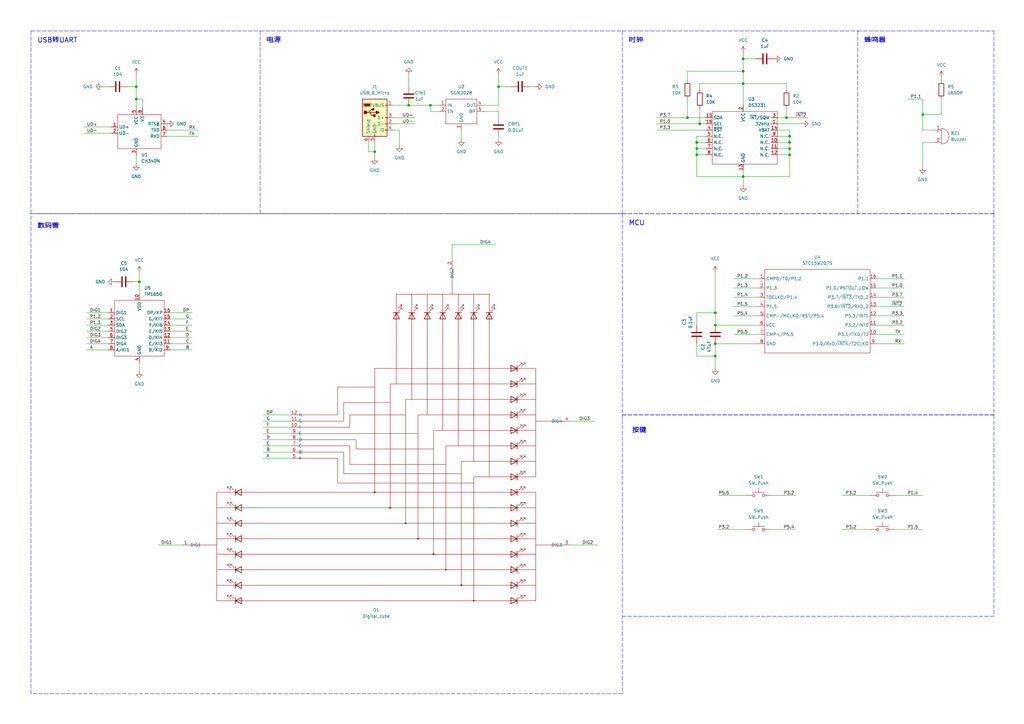
<source format=kicad_sch>
(kicad_sch (version 20211123) (generator eeschema)

  (uuid ee24d050-aaa9-40d3-b49c-781a4529dd0a)

  (paper "A3")

  (title_block
    (title "Digital Clock")
    (date "2022-02-11")
    (rev "第二十一次修订")
    (company "Rt-trangel")
  )

  (lib_symbols
    (symbol "CH340N_1" (in_bom yes) (on_board yes)
      (property "Reference" "U" (id 0) (at 0 7.62 0)
        (effects (font (size 1.27 1.27)))
      )
      (property "Value" "CH340N_1" (id 1) (at 0 10.16 0)
        (effects (font (size 1.27 1.27)))
      )
      (property "Footprint" "" (id 2) (at 0 10.16 0)
        (effects (font (size 1.27 1.27)) hide)
      )
      (property "Datasheet" "" (id 3) (at 0 10.16 0)
        (effects (font (size 1.27 1.27)) hide)
      )
      (symbol "CH340N_1_0_0"
        (pin input line (at -10.16 -10.16 0) (length 2.54)
          (name "UD+" (effects (font (size 1.27 1.27))))
          (number "1" (effects (font (size 1.27 1.27))))
        )
        (pin input line (at -10.16 -12.7 0) (length 2.54)
          (name "UD-" (effects (font (size 1.27 1.27))))
          (number "2" (effects (font (size 1.27 1.27))))
        )
        (pin power_in line (at 0 -21.59 90) (length 2.54)
          (name "GND" (effects (font (size 1.27 1.27))))
          (number "3" (effects (font (size 1.27 1.27))))
        )
        (pin output line (at 12.7 -8.89 180) (length 2.54)
          (name "RTS#" (effects (font (size 1.27 1.27))))
          (number "4" (effects (font (size 1.27 1.27))))
        )
        (pin power_in line (at 0 -2.54 270) (length 2.54)
          (name "VCC" (effects (font (size 1.27 1.27))))
          (number "5" (effects (font (size 1.27 1.27))))
        )
        (pin output line (at 12.7 -11.43 180) (length 2.54)
          (name "TXD" (effects (font (size 1.27 1.27))))
          (number "6" (effects (font (size 1.27 1.27))))
        )
        (pin output line (at 12.7 -13.97 180) (length 2.54)
          (name "RXD" (effects (font (size 1.27 1.27))))
          (number "7" (effects (font (size 1.27 1.27))))
        )
        (pin power_in line (at 2.54 -2.54 270) (length 2.54)
          (name "V3" (effects (font (size 1.27 1.27))))
          (number "8" (effects (font (size 1.27 1.27))))
        )
      )
      (symbol "CH340N_1_0_1"
        (rectangle (start -7.62 -5.08) (end 10.16 -19.05)
          (stroke (width 0) (type default) (color 0 0 0 0))
          (fill (type none))
        )
      )
    )
    (symbol "Connector:USB_B_Micro" (pin_names (offset 1.016)) (in_bom yes) (on_board yes)
      (property "Reference" "J" (id 0) (at -5.08 11.43 0)
        (effects (font (size 1.27 1.27)) (justify left))
      )
      (property "Value" "USB_B_Micro" (id 1) (at -5.08 8.89 0)
        (effects (font (size 1.27 1.27)) (justify left))
      )
      (property "Footprint" "" (id 2) (at 3.81 -1.27 0)
        (effects (font (size 1.27 1.27)) hide)
      )
      (property "Datasheet" "~" (id 3) (at 3.81 -1.27 0)
        (effects (font (size 1.27 1.27)) hide)
      )
      (property "ki_keywords" "connector USB micro" (id 4) (at 0 0 0)
        (effects (font (size 1.27 1.27)) hide)
      )
      (property "ki_description" "USB Micro Type B connector" (id 5) (at 0 0 0)
        (effects (font (size 1.27 1.27)) hide)
      )
      (property "ki_fp_filters" "USB*" (id 6) (at 0 0 0)
        (effects (font (size 1.27 1.27)) hide)
      )
      (symbol "USB_B_Micro_0_1"
        (rectangle (start -5.08 -7.62) (end 5.08 7.62)
          (stroke (width 0.254) (type default) (color 0 0 0 0))
          (fill (type background))
        )
        (circle (center -3.81 2.159) (radius 0.635)
          (stroke (width 0.254) (type default) (color 0 0 0 0))
          (fill (type outline))
        )
        (circle (center -0.635 3.429) (radius 0.381)
          (stroke (width 0.254) (type default) (color 0 0 0 0))
          (fill (type outline))
        )
        (rectangle (start -0.127 -7.62) (end 0.127 -6.858)
          (stroke (width 0) (type default) (color 0 0 0 0))
          (fill (type none))
        )
        (polyline
          (pts
            (xy -1.905 2.159)
            (xy 0.635 2.159)
          )
          (stroke (width 0.254) (type default) (color 0 0 0 0))
          (fill (type none))
        )
        (polyline
          (pts
            (xy -3.175 2.159)
            (xy -2.54 2.159)
            (xy -1.27 3.429)
            (xy -0.635 3.429)
          )
          (stroke (width 0.254) (type default) (color 0 0 0 0))
          (fill (type none))
        )
        (polyline
          (pts
            (xy -2.54 2.159)
            (xy -1.905 2.159)
            (xy -1.27 0.889)
            (xy 0 0.889)
          )
          (stroke (width 0.254) (type default) (color 0 0 0 0))
          (fill (type none))
        )
        (polyline
          (pts
            (xy 0.635 2.794)
            (xy 0.635 1.524)
            (xy 1.905 2.159)
            (xy 0.635 2.794)
          )
          (stroke (width 0.254) (type default) (color 0 0 0 0))
          (fill (type outline))
        )
        (polyline
          (pts
            (xy -4.318 5.588)
            (xy -1.778 5.588)
            (xy -2.032 4.826)
            (xy -4.064 4.826)
            (xy -4.318 5.588)
          )
          (stroke (width 0) (type default) (color 0 0 0 0))
          (fill (type outline))
        )
        (polyline
          (pts
            (xy -4.699 5.842)
            (xy -4.699 5.588)
            (xy -4.445 4.826)
            (xy -4.445 4.572)
            (xy -1.651 4.572)
            (xy -1.651 4.826)
            (xy -1.397 5.588)
            (xy -1.397 5.842)
            (xy -4.699 5.842)
          )
          (stroke (width 0) (type default) (color 0 0 0 0))
          (fill (type none))
        )
        (rectangle (start 0.254 1.27) (end -0.508 0.508)
          (stroke (width 0.254) (type default) (color 0 0 0 0))
          (fill (type outline))
        )
        (rectangle (start 5.08 -5.207) (end 4.318 -4.953)
          (stroke (width 0) (type default) (color 0 0 0 0))
          (fill (type none))
        )
        (rectangle (start 5.08 -2.667) (end 4.318 -2.413)
          (stroke (width 0) (type default) (color 0 0 0 0))
          (fill (type none))
        )
        (rectangle (start 5.08 -0.127) (end 4.318 0.127)
          (stroke (width 0) (type default) (color 0 0 0 0))
          (fill (type none))
        )
        (rectangle (start 5.08 4.953) (end 4.318 5.207)
          (stroke (width 0) (type default) (color 0 0 0 0))
          (fill (type none))
        )
      )
      (symbol "USB_B_Micro_1_1"
        (pin power_out line (at 7.62 5.08 180) (length 2.54)
          (name "VBUS" (effects (font (size 1.27 1.27))))
          (number "1" (effects (font (size 1.27 1.27))))
        )
        (pin bidirectional line (at 7.62 -2.54 180) (length 2.54)
          (name "D-" (effects (font (size 1.27 1.27))))
          (number "2" (effects (font (size 1.27 1.27))))
        )
        (pin bidirectional line (at 7.62 0 180) (length 2.54)
          (name "D+" (effects (font (size 1.27 1.27))))
          (number "3" (effects (font (size 1.27 1.27))))
        )
        (pin passive line (at 7.62 -5.08 180) (length 2.54)
          (name "ID" (effects (font (size 1.27 1.27))))
          (number "4" (effects (font (size 1.27 1.27))))
        )
        (pin power_out line (at 0 -10.16 90) (length 2.54)
          (name "GND" (effects (font (size 1.27 1.27))))
          (number "5" (effects (font (size 1.27 1.27))))
        )
        (pin passive line (at -2.54 -10.16 90) (length 2.54)
          (name "Shield" (effects (font (size 1.27 1.27))))
          (number "6" (effects (font (size 1.27 1.27))))
        )
      )
    )
    (symbol "DS3231_1" (in_bom yes) (on_board yes)
      (property "Reference" "U" (id 0) (at 6.35 6.35 0)
        (effects (font (size 1.27 1.27)))
      )
      (property "Value" "DS3231_1" (id 1) (at 6.35 8.89 0)
        (effects (font (size 1.27 1.27)))
      )
      (property "Footprint" "" (id 2) (at 6.35 6.35 0)
        (effects (font (size 1.27 1.27)) hide)
      )
      (property "Datasheet" "" (id 3) (at 6.35 6.35 0)
        (effects (font (size 1.27 1.27)) hide)
      )
      (symbol "DS3231_1_0_0"
        (pin output line (at 11.43 -3.81 180) (length 2.54)
          (name "32kHz" (effects (font (size 1.27 1.27))))
          (number "1" (effects (font (size 1.27 1.27))))
        )
        (pin free line (at 11.43 -11.43 180) (length 2.54)
          (name "N.C." (effects (font (size 1.27 1.27))))
          (number "10" (effects (font (size 1.27 1.27))))
        )
        (pin free line (at 11.43 -13.97 180) (length 2.54)
          (name "N.C." (effects (font (size 1.27 1.27))))
          (number "11" (effects (font (size 1.27 1.27))))
        )
        (pin free line (at 11.43 -16.51 180) (length 2.54)
          (name "N.C." (effects (font (size 1.27 1.27))))
          (number "12" (effects (font (size 1.27 1.27))))
        )
        (pin power_in line (at -2.54 -22.86 90) (length 2.54)
          (name "GND" (effects (font (size 1.27 1.27))))
          (number "13" (effects (font (size 1.27 1.27))))
        )
        (pin power_in line (at 11.43 -6.35 180) (length 2.54)
          (name "VBAT" (effects (font (size 1.27 1.27))))
          (number "14" (effects (font (size 1.27 1.27))))
        )
        (pin bidirectional line (at -17.78 -1.27 0) (length 2.54)
          (name "SDA" (effects (font (size 1.27 1.27))))
          (number "15" (effects (font (size 1.27 1.27))))
        )
        (pin bidirectional line (at -17.78 -3.81 0) (length 2.54)
          (name "SCL" (effects (font (size 1.27 1.27))))
          (number "16" (effects (font (size 1.27 1.27))))
        )
        (pin power_in line (at -2.54 3.81 270) (length 2.54)
          (name "VCC" (effects (font (size 1.27 1.27))))
          (number "2" (effects (font (size 1.27 1.27))))
        )
        (pin output line (at 11.43 -1.27 180) (length 2.54)
          (name "~{INT}/SQW" (effects (font (size 1.27 1.27))))
          (number "3" (effects (font (size 1.27 1.27))))
        )
        (pin output line (at -17.78 -6.35 0) (length 2.54)
          (name "~{RST}" (effects (font (size 1.27 1.27))))
          (number "4" (effects (font (size 1.27 1.27))))
        )
        (pin free line (at -17.78 -8.89 0) (length 2.54)
          (name "N.C." (effects (font (size 1.27 1.27))))
          (number "5" (effects (font (size 1.27 1.27))))
        )
        (pin free line (at -17.78 -11.43 0) (length 2.54)
          (name "N.C." (effects (font (size 1.27 1.27))))
          (number "6" (effects (font (size 1.27 1.27))))
        )
        (pin free line (at -17.78 -13.97 0) (length 2.54)
          (name "N.C." (effects (font (size 1.27 1.27))))
          (number "7" (effects (font (size 1.27 1.27))))
        )
        (pin free line (at -17.78 -16.51 0) (length 2.54)
          (name "N.C." (effects (font (size 1.27 1.27))))
          (number "8" (effects (font (size 1.27 1.27))))
        )
        (pin free line (at 11.43 -8.89 180) (length 2.54)
          (name "N.C." (effects (font (size 1.27 1.27))))
          (number "9" (effects (font (size 1.27 1.27))))
        )
      )
      (symbol "DS3231_1_0_1"
        (rectangle (start -15.24 1.27) (end 11.43 -20.32)
          (stroke (width 0) (type default) (color 0 0 0 0))
          (fill (type none))
        )
      )
    )
    (symbol "Device:Buzzer" (pin_names (offset 0.0254) hide) (in_bom yes) (on_board yes)
      (property "Reference" "BZ" (id 0) (at 3.81 1.27 0)
        (effects (font (size 1.27 1.27)) (justify left))
      )
      (property "Value" "Buzzer" (id 1) (at 3.81 -1.27 0)
        (effects (font (size 1.27 1.27)) (justify left))
      )
      (property "Footprint" "" (id 2) (at -0.635 2.54 90)
        (effects (font (size 1.27 1.27)) hide)
      )
      (property "Datasheet" "~" (id 3) (at -0.635 2.54 90)
        (effects (font (size 1.27 1.27)) hide)
      )
      (property "ki_keywords" "quartz resonator ceramic" (id 4) (at 0 0 0)
        (effects (font (size 1.27 1.27)) hide)
      )
      (property "ki_description" "Buzzer, polarized" (id 5) (at 0 0 0)
        (effects (font (size 1.27 1.27)) hide)
      )
      (property "ki_fp_filters" "*Buzzer*" (id 6) (at 0 0 0)
        (effects (font (size 1.27 1.27)) hide)
      )
      (symbol "Buzzer_0_1"
        (arc (start 0 -3.175) (mid 3.175 0) (end 0 3.175)
          (stroke (width 0) (type default) (color 0 0 0 0))
          (fill (type none))
        )
        (polyline
          (pts
            (xy -1.651 1.905)
            (xy -1.143 1.905)
          )
          (stroke (width 0) (type default) (color 0 0 0 0))
          (fill (type none))
        )
        (polyline
          (pts
            (xy -1.397 2.159)
            (xy -1.397 1.651)
          )
          (stroke (width 0) (type default) (color 0 0 0 0))
          (fill (type none))
        )
        (polyline
          (pts
            (xy 0 3.175)
            (xy 0 -3.175)
          )
          (stroke (width 0) (type default) (color 0 0 0 0))
          (fill (type none))
        )
      )
      (symbol "Buzzer_1_1"
        (pin passive line (at -2.54 2.54 0) (length 2.54)
          (name "-" (effects (font (size 1.27 1.27))))
          (number "1" (effects (font (size 1.27 1.27))))
        )
        (pin passive line (at -2.54 -2.54 0) (length 2.54)
          (name "+" (effects (font (size 1.27 1.27))))
          (number "2" (effects (font (size 1.27 1.27))))
        )
      )
    )
    (symbol "Device:C" (pin_numbers hide) (pin_names (offset 0.254)) (in_bom yes) (on_board yes)
      (property "Reference" "C" (id 0) (at 0.635 2.54 0)
        (effects (font (size 1.27 1.27)) (justify left))
      )
      (property "Value" "C" (id 1) (at 0.635 -2.54 0)
        (effects (font (size 1.27 1.27)) (justify left))
      )
      (property "Footprint" "" (id 2) (at 0.9652 -3.81 0)
        (effects (font (size 1.27 1.27)) hide)
      )
      (property "Datasheet" "~" (id 3) (at 0 0 0)
        (effects (font (size 1.27 1.27)) hide)
      )
      (property "ki_keywords" "cap capacitor" (id 4) (at 0 0 0)
        (effects (font (size 1.27 1.27)) hide)
      )
      (property "ki_description" "Unpolarized capacitor" (id 5) (at 0 0 0)
        (effects (font (size 1.27 1.27)) hide)
      )
      (property "ki_fp_filters" "C_*" (id 6) (at 0 0 0)
        (effects (font (size 1.27 1.27)) hide)
      )
      (symbol "C_0_1"
        (polyline
          (pts
            (xy -2.032 -0.762)
            (xy 2.032 -0.762)
          )
          (stroke (width 0.508) (type default) (color 0 0 0 0))
          (fill (type none))
        )
        (polyline
          (pts
            (xy -2.032 0.762)
            (xy 2.032 0.762)
          )
          (stroke (width 0.508) (type default) (color 0 0 0 0))
          (fill (type none))
        )
      )
      (symbol "C_1_1"
        (pin passive line (at 0 3.81 270) (length 2.794)
          (name "~" (effects (font (size 1.27 1.27))))
          (number "1" (effects (font (size 1.27 1.27))))
        )
        (pin passive line (at 0 -3.81 90) (length 2.794)
          (name "~" (effects (font (size 1.27 1.27))))
          (number "2" (effects (font (size 1.27 1.27))))
        )
      )
    )
    (symbol "Device:R" (pin_numbers hide) (pin_names (offset 0)) (in_bom yes) (on_board yes)
      (property "Reference" "R" (id 0) (at 2.032 0 90)
        (effects (font (size 1.27 1.27)))
      )
      (property "Value" "R" (id 1) (at 0 0 90)
        (effects (font (size 1.27 1.27)))
      )
      (property "Footprint" "" (id 2) (at -1.778 0 90)
        (effects (font (size 1.27 1.27)) hide)
      )
      (property "Datasheet" "~" (id 3) (at 0 0 0)
        (effects (font (size 1.27 1.27)) hide)
      )
      (property "ki_keywords" "R res resistor" (id 4) (at 0 0 0)
        (effects (font (size 1.27 1.27)) hide)
      )
      (property "ki_description" "Resistor" (id 5) (at 0 0 0)
        (effects (font (size 1.27 1.27)) hide)
      )
      (property "ki_fp_filters" "R_*" (id 6) (at 0 0 0)
        (effects (font (size 1.27 1.27)) hide)
      )
      (symbol "R_0_1"
        (rectangle (start -1.016 -2.54) (end 1.016 2.54)
          (stroke (width 0.254) (type default) (color 0 0 0 0))
          (fill (type none))
        )
      )
      (symbol "R_1_1"
        (pin passive line (at 0 3.81 270) (length 1.27)
          (name "~" (effects (font (size 1.27 1.27))))
          (number "1" (effects (font (size 1.27 1.27))))
        )
        (pin passive line (at 0 -3.81 90) (length 1.27)
          (name "~" (effects (font (size 1.27 1.27))))
          (number "2" (effects (font (size 1.27 1.27))))
        )
      )
    )
    (symbol "Digital Clock:Digital_tube" (in_bom yes) (on_board yes)
      (property "Reference" "D" (id 0) (at 20.32 53.34 0)
        (effects (font (size 1.27 1.27)))
      )
      (property "Value" "Digital_tube" (id 1) (at 20.32 57.15 0)
        (effects (font (size 1.27 1.27)))
      )
      (property "Footprint" "" (id 2) (at 20.32 60.96 0)
        (effects (font (size 1.27 1.27)) hide)
      )
      (property "Datasheet" "" (id 3) (at 20.32 60.96 0)
        (effects (font (size 1.27 1.27)) hide)
      )
      (symbol "Digital_tube_0_0"
        (polyline
          (pts
            (xy -24.13 -41.91)
            (xy -24.13 2.54)
          )
          (stroke (width 0) (type default) (color 0 0 0 0))
          (fill (type none))
        )
        (polyline
          (pts
            (xy -24.13 -19.05)
            (xy -35.56 -19.05)
          )
          (stroke (width 0) (type default) (color 0 0 0 0))
          (fill (type none))
        )
        (polyline
          (pts
            (xy -10.16 -41.91)
            (xy -24.13 -41.91)
          )
          (stroke (width 0) (type default) (color 0 0 0 0))
          (fill (type none))
        )
        (polyline
          (pts
            (xy -10.16 -41.91)
            (xy -5.08 -41.91)
          )
          (stroke (width 0) (type default) (color 0 0 0 0))
          (fill (type none))
        )
        (polyline
          (pts
            (xy -10.16 -35.56)
            (xy -24.13 -35.56)
          )
          (stroke (width 0) (type default) (color 0 0 0 0))
          (fill (type none))
        )
        (polyline
          (pts
            (xy -10.16 -35.56)
            (xy -5.08 -35.56)
          )
          (stroke (width 0) (type default) (color 0 0 0 0))
          (fill (type none))
        )
        (polyline
          (pts
            (xy -10.16 -29.21)
            (xy -24.13 -29.21)
          )
          (stroke (width 0) (type default) (color 0 0 0 0))
          (fill (type none))
        )
        (polyline
          (pts
            (xy -10.16 -29.21)
            (xy -5.08 -29.21)
          )
          (stroke (width 0) (type default) (color 0 0 0 0))
          (fill (type none))
        )
        (polyline
          (pts
            (xy -10.16 -22.86)
            (xy -24.13 -22.86)
          )
          (stroke (width 0) (type default) (color 0 0 0 0))
          (fill (type none))
        )
        (polyline
          (pts
            (xy -10.16 -22.86)
            (xy -5.08 -22.86)
          )
          (stroke (width 0) (type default) (color 0 0 0 0))
          (fill (type none))
        )
        (polyline
          (pts
            (xy -10.16 -16.51)
            (xy -24.13 -16.51)
          )
          (stroke (width 0) (type default) (color 0 0 0 0))
          (fill (type none))
        )
        (polyline
          (pts
            (xy -10.16 -16.51)
            (xy -5.08 -16.51)
          )
          (stroke (width 0) (type default) (color 0 0 0 0))
          (fill (type none))
        )
        (polyline
          (pts
            (xy -10.16 -10.16)
            (xy -24.13 -10.16)
          )
          (stroke (width 0) (type default) (color 0 0 0 0))
          (fill (type none))
        )
        (polyline
          (pts
            (xy -10.16 -10.16)
            (xy -5.08 -10.16)
          )
          (stroke (width 0) (type default) (color 0 0 0 0))
          (fill (type none))
        )
        (polyline
          (pts
            (xy -10.16 -3.81)
            (xy -24.13 -3.81)
          )
          (stroke (width 0) (type default) (color 0 0 0 0))
          (fill (type none))
        )
        (polyline
          (pts
            (xy -10.16 -3.81)
            (xy -5.08 -3.81)
          )
          (stroke (width 0) (type default) (color 0 0 0 0))
          (fill (type none))
        )
        (polyline
          (pts
            (xy -10.16 2.54)
            (xy -24.13 2.54)
          )
          (stroke (width 0) (type default) (color 0 0 0 0))
          (fill (type none))
        )
        (polyline
          (pts
            (xy -10.16 2.54)
            (xy -5.08 2.54)
          )
          (stroke (width 0) (type default) (color 0 0 0 0))
          (fill (type none))
        )
        (polyline
          (pts
            (xy 49.53 69.85)
            (xy 49.53 64.77)
          )
          (stroke (width 0) (type default) (color 0 0 0 0))
          (fill (type none))
        )
        (polyline
          (pts
            (xy 49.53 69.85)
            (xy 49.53 83.82)
          )
          (stroke (width 0) (type default) (color 0 0 0 0))
          (fill (type none))
        )
        (polyline
          (pts
            (xy 55.88 69.85)
            (xy 55.88 64.77)
          )
          (stroke (width 0) (type default) (color 0 0 0 0))
          (fill (type none))
        )
        (polyline
          (pts
            (xy 55.88 69.85)
            (xy 55.88 83.82)
          )
          (stroke (width 0) (type default) (color 0 0 0 0))
          (fill (type none))
        )
        (polyline
          (pts
            (xy 62.23 69.85)
            (xy 62.23 64.77)
          )
          (stroke (width 0) (type default) (color 0 0 0 0))
          (fill (type none))
        )
        (polyline
          (pts
            (xy 62.23 69.85)
            (xy 62.23 83.82)
          )
          (stroke (width 0) (type default) (color 0 0 0 0))
          (fill (type none))
        )
        (polyline
          (pts
            (xy 68.58 69.85)
            (xy 68.58 64.77)
          )
          (stroke (width 0) (type default) (color 0 0 0 0))
          (fill (type none))
        )
        (polyline
          (pts
            (xy 68.58 69.85)
            (xy 68.58 83.82)
          )
          (stroke (width 0) (type default) (color 0 0 0 0))
          (fill (type none))
        )
        (polyline
          (pts
            (xy 72.39 83.82)
            (xy 72.39 95.25)
          )
          (stroke (width 0) (type default) (color 0 0 0 0))
          (fill (type none))
        )
        (polyline
          (pts
            (xy 74.93 69.85)
            (xy 74.93 64.77)
          )
          (stroke (width 0) (type default) (color 0 0 0 0))
          (fill (type none))
        )
        (polyline
          (pts
            (xy 74.93 69.85)
            (xy 74.93 83.82)
          )
          (stroke (width 0) (type default) (color 0 0 0 0))
          (fill (type none))
        )
        (polyline
          (pts
            (xy 81.28 69.85)
            (xy 81.28 64.77)
          )
          (stroke (width 0) (type default) (color 0 0 0 0))
          (fill (type none))
        )
        (polyline
          (pts
            (xy 81.28 69.85)
            (xy 81.28 83.82)
          )
          (stroke (width 0) (type default) (color 0 0 0 0))
          (fill (type none))
        )
        (polyline
          (pts
            (xy 87.63 69.85)
            (xy 87.63 64.77)
          )
          (stroke (width 0) (type default) (color 0 0 0 0))
          (fill (type none))
        )
        (polyline
          (pts
            (xy 87.63 69.85)
            (xy 87.63 83.82)
          )
          (stroke (width 0) (type default) (color 0 0 0 0))
          (fill (type none))
        )
        (polyline
          (pts
            (xy 92.71 -41.91)
            (xy 87.63 -41.91)
          )
          (stroke (width 0) (type default) (color 0 0 0 0))
          (fill (type none))
        )
        (polyline
          (pts
            (xy 92.71 -41.91)
            (xy 106.68 -41.91)
          )
          (stroke (width 0) (type default) (color 0 0 0 0))
          (fill (type none))
        )
        (polyline
          (pts
            (xy 92.71 -35.56)
            (xy 87.63 -35.56)
          )
          (stroke (width 0) (type default) (color 0 0 0 0))
          (fill (type none))
        )
        (polyline
          (pts
            (xy 92.71 -35.56)
            (xy 106.68 -35.56)
          )
          (stroke (width 0) (type default) (color 0 0 0 0))
          (fill (type none))
        )
        (polyline
          (pts
            (xy 92.71 -29.21)
            (xy 87.63 -29.21)
          )
          (stroke (width 0) (type default) (color 0 0 0 0))
          (fill (type none))
        )
        (polyline
          (pts
            (xy 92.71 -29.21)
            (xy 106.68 -29.21)
          )
          (stroke (width 0) (type default) (color 0 0 0 0))
          (fill (type none))
        )
        (polyline
          (pts
            (xy 92.71 -22.86)
            (xy 87.63 -22.86)
          )
          (stroke (width 0) (type default) (color 0 0 0 0))
          (fill (type none))
        )
        (polyline
          (pts
            (xy 92.71 -22.86)
            (xy 106.68 -22.86)
          )
          (stroke (width 0) (type default) (color 0 0 0 0))
          (fill (type none))
        )
        (polyline
          (pts
            (xy 92.71 -16.51)
            (xy 87.63 -16.51)
          )
          (stroke (width 0) (type default) (color 0 0 0 0))
          (fill (type none))
        )
        (polyline
          (pts
            (xy 92.71 -16.51)
            (xy 106.68 -16.51)
          )
          (stroke (width 0) (type default) (color 0 0 0 0))
          (fill (type none))
        )
        (polyline
          (pts
            (xy 92.71 -10.16)
            (xy 87.63 -10.16)
          )
          (stroke (width 0) (type default) (color 0 0 0 0))
          (fill (type none))
        )
        (polyline
          (pts
            (xy 92.71 -10.16)
            (xy 106.68 -10.16)
          )
          (stroke (width 0) (type default) (color 0 0 0 0))
          (fill (type none))
        )
        (polyline
          (pts
            (xy 92.71 -3.81)
            (xy 87.63 -3.81)
          )
          (stroke (width 0) (type default) (color 0 0 0 0))
          (fill (type none))
        )
        (polyline
          (pts
            (xy 92.71 -3.81)
            (xy 106.68 -3.81)
          )
          (stroke (width 0) (type default) (color 0 0 0 0))
          (fill (type none))
        )
        (polyline
          (pts
            (xy 92.71 2.54)
            (xy 87.63 2.54)
          )
          (stroke (width 0) (type default) (color 0 0 0 0))
          (fill (type none))
        )
        (polyline
          (pts
            (xy 92.71 2.54)
            (xy 106.68 2.54)
          )
          (stroke (width 0) (type default) (color 0 0 0 0))
          (fill (type none))
        )
        (polyline
          (pts
            (xy 92.71 8.89)
            (xy 87.63 8.89)
          )
          (stroke (width 0) (type default) (color 0 0 0 0))
          (fill (type none))
        )
        (polyline
          (pts
            (xy 92.71 8.89)
            (xy 106.68 8.89)
          )
          (stroke (width 0) (type default) (color 0 0 0 0))
          (fill (type none))
        )
        (polyline
          (pts
            (xy 92.71 15.24)
            (xy 87.63 15.24)
          )
          (stroke (width 0) (type default) (color 0 0 0 0))
          (fill (type none))
        )
        (polyline
          (pts
            (xy 92.71 15.24)
            (xy 106.68 15.24)
          )
          (stroke (width 0) (type default) (color 0 0 0 0))
          (fill (type none))
        )
        (polyline
          (pts
            (xy 92.71 21.59)
            (xy 87.63 21.59)
          )
          (stroke (width 0) (type default) (color 0 0 0 0))
          (fill (type none))
        )
        (polyline
          (pts
            (xy 92.71 21.59)
            (xy 106.68 21.59)
          )
          (stroke (width 0) (type default) (color 0 0 0 0))
          (fill (type none))
        )
        (polyline
          (pts
            (xy 92.71 27.94)
            (xy 87.63 27.94)
          )
          (stroke (width 0) (type default) (color 0 0 0 0))
          (fill (type none))
        )
        (polyline
          (pts
            (xy 92.71 27.94)
            (xy 106.68 27.94)
          )
          (stroke (width 0) (type default) (color 0 0 0 0))
          (fill (type none))
        )
        (polyline
          (pts
            (xy 92.71 34.29)
            (xy 87.63 34.29)
          )
          (stroke (width 0) (type default) (color 0 0 0 0))
          (fill (type none))
        )
        (polyline
          (pts
            (xy 92.71 34.29)
            (xy 106.68 34.29)
          )
          (stroke (width 0) (type default) (color 0 0 0 0))
          (fill (type none))
        )
        (polyline
          (pts
            (xy 92.71 40.64)
            (xy 87.63 40.64)
          )
          (stroke (width 0) (type default) (color 0 0 0 0))
          (fill (type none))
        )
        (polyline
          (pts
            (xy 92.71 40.64)
            (xy 106.68 40.64)
          )
          (stroke (width 0) (type default) (color 0 0 0 0))
          (fill (type none))
        )
        (polyline
          (pts
            (xy 92.71 46.99)
            (xy 87.63 46.99)
          )
          (stroke (width 0) (type default) (color 0 0 0 0))
          (fill (type none))
        )
        (polyline
          (pts
            (xy 92.71 46.99)
            (xy 106.68 46.99)
          )
          (stroke (width 0) (type default) (color 0 0 0 0))
          (fill (type none))
        )
        (polyline
          (pts
            (xy 92.71 53.34)
            (xy 87.63 53.34)
          )
          (stroke (width 0) (type default) (color 0 0 0 0))
          (fill (type none))
        )
        (polyline
          (pts
            (xy 92.71 53.34)
            (xy 106.68 53.34)
          )
          (stroke (width 0) (type default) (color 0 0 0 0))
          (fill (type none))
        )
        (polyline
          (pts
            (xy 106.68 -41.91)
            (xy 106.68 2.54)
          )
          (stroke (width 0) (type default) (color 0 0 0 0))
          (fill (type none))
        )
        (polyline
          (pts
            (xy 106.68 -19.05)
            (xy 118.11 -19.05)
          )
          (stroke (width 0) (type default) (color 0 0 0 0))
          (fill (type none))
        )
        (polyline
          (pts
            (xy 106.68 8.89)
            (xy 106.68 53.34)
          )
          (stroke (width 0) (type default) (color 0 0 0 0))
          (fill (type none))
        )
        (polyline
          (pts
            (xy 106.68 31.75)
            (xy 118.11 31.75)
          )
          (stroke (width 0) (type default) (color 0 0 0 0))
          (fill (type none))
        )
        (pin input line (at -38.1 -19.05 0) (length 2.54)
          (name "DIG1" (effects (font (size 1.27 1.27))))
          (number "1" (effects (font (size 1.27 1.27))))
        )
        (pin input line (at 6.35 29.21 0) (length 2.54)
          (name "F" (effects (font (size 1.27 1.27))))
          (number "10" (effects (font (size 1.27 1.27))))
        )
        (pin input line (at 6.35 31.75 0) (length 2.54)
          (name "G" (effects (font (size 1.27 1.27))))
          (number "11" (effects (font (size 1.27 1.27))))
        )
        (pin input line (at 6.35 34.29 0) (length 2.54)
          (name "H" (effects (font (size 1.27 1.27))))
          (number "12" (effects (font (size 1.27 1.27))))
        )
        (pin input line (at 72.39 97.79 270) (length 2.54)
          (name "DIG2" (effects (font (size 1.27 1.27))))
          (number "2" (effects (font (size 1.27 1.27))))
        )
        (pin input line (at 120.65 -19.05 180) (length 2.54)
          (name "DIG3" (effects (font (size 1.27 1.27))))
          (number "3" (effects (font (size 1.27 1.27))))
        )
        (pin input line (at 120.65 31.75 180) (length 2.54)
          (name "DIG4" (effects (font (size 1.27 1.27))))
          (number "4" (effects (font (size 1.27 1.27))))
        )
        (pin input line (at 6.35 16.51 0) (length 2.54)
          (name "A" (effects (font (size 1.27 1.27))))
          (number "5" (effects (font (size 1.27 1.27))))
        )
        (pin input line (at 6.35 19.05 0) (length 2.54)
          (name "B" (effects (font (size 1.27 1.27))))
          (number "6" (effects (font (size 1.27 1.27))))
        )
        (pin input line (at 6.35 21.59 0) (length 2.54)
          (name "C" (effects (font (size 1.27 1.27))))
          (number "7" (effects (font (size 1.27 1.27))))
        )
        (pin input line (at 6.35 24.13 0) (length 2.54)
          (name "D" (effects (font (size 1.27 1.27))))
          (number "8" (effects (font (size 1.27 1.27))))
        )
        (pin input line (at 6.35 26.67 0) (length 2.54)
          (name "E" (effects (font (size 1.27 1.27))))
          (number "9" (effects (font (size 1.27 1.27))))
        )
      )
      (symbol "Digital_tube_0_1"
        (polyline
          (pts
            (xy -16.51 -41.91)
            (xy -13.97 -41.91)
          )
          (stroke (width 0) (type default) (color 0 0 0 0))
          (fill (type none))
        )
        (polyline
          (pts
            (xy -16.51 -40.64)
            (xy -16.51 -43.18)
          )
          (stroke (width 0.254) (type default) (color 0 0 0 0))
          (fill (type none))
        )
        (polyline
          (pts
            (xy -16.51 -35.56)
            (xy -13.97 -35.56)
          )
          (stroke (width 0) (type default) (color 0 0 0 0))
          (fill (type none))
        )
        (polyline
          (pts
            (xy -16.51 -34.29)
            (xy -16.51 -36.83)
          )
          (stroke (width 0.254) (type default) (color 0 0 0 0))
          (fill (type none))
        )
        (polyline
          (pts
            (xy -16.51 -29.21)
            (xy -13.97 -29.21)
          )
          (stroke (width 0) (type default) (color 0 0 0 0))
          (fill (type none))
        )
        (polyline
          (pts
            (xy -16.51 -27.94)
            (xy -16.51 -30.48)
          )
          (stroke (width 0.254) (type default) (color 0 0 0 0))
          (fill (type none))
        )
        (polyline
          (pts
            (xy -16.51 -22.86)
            (xy -13.97 -22.86)
          )
          (stroke (width 0) (type default) (color 0 0 0 0))
          (fill (type none))
        )
        (polyline
          (pts
            (xy -16.51 -21.59)
            (xy -16.51 -24.13)
          )
          (stroke (width 0.254) (type default) (color 0 0 0 0))
          (fill (type none))
        )
        (polyline
          (pts
            (xy -16.51 -16.51)
            (xy -13.97 -16.51)
          )
          (stroke (width 0) (type default) (color 0 0 0 0))
          (fill (type none))
        )
        (polyline
          (pts
            (xy -16.51 -15.24)
            (xy -16.51 -17.78)
          )
          (stroke (width 0.254) (type default) (color 0 0 0 0))
          (fill (type none))
        )
        (polyline
          (pts
            (xy -16.51 -10.16)
            (xy -13.97 -10.16)
          )
          (stroke (width 0) (type default) (color 0 0 0 0))
          (fill (type none))
        )
        (polyline
          (pts
            (xy -16.51 -8.89)
            (xy -16.51 -11.43)
          )
          (stroke (width 0.254) (type default) (color 0 0 0 0))
          (fill (type none))
        )
        (polyline
          (pts
            (xy -16.51 -3.81)
            (xy -13.97 -3.81)
          )
          (stroke (width 0) (type default) (color 0 0 0 0))
          (fill (type none))
        )
        (polyline
          (pts
            (xy -16.51 -2.54)
            (xy -16.51 -5.08)
          )
          (stroke (width 0.254) (type default) (color 0 0 0 0))
          (fill (type none))
        )
        (polyline
          (pts
            (xy -16.51 2.54)
            (xy -13.97 2.54)
          )
          (stroke (width 0) (type default) (color 0 0 0 0))
          (fill (type none))
        )
        (polyline
          (pts
            (xy -16.51 3.81)
            (xy -16.51 1.27)
          )
          (stroke (width 0.254) (type default) (color 0 0 0 0))
          (fill (type none))
        )
        (polyline
          (pts
            (xy -5.08 -41.91)
            (xy 87.63 -41.91)
          )
          (stroke (width 0) (type default) (color 0 0 0 0))
          (fill (type none))
        )
        (polyline
          (pts
            (xy -5.08 -29.21)
            (xy 87.63 -29.21)
          )
          (stroke (width 0) (type default) (color 0 0 0 0))
          (fill (type none))
        )
        (polyline
          (pts
            (xy -5.08 -16.51)
            (xy 87.63 -16.51)
          )
          (stroke (width 0) (type default) (color 0 0 0 0))
          (fill (type none))
        )
        (polyline
          (pts
            (xy -5.08 -3.81)
            (xy 87.63 -3.81)
          )
          (stroke (width 0) (type default) (color 0 0 0 0))
          (fill (type none))
        )
        (polyline
          (pts
            (xy -5.08 2.54)
            (xy 87.63 2.54)
          )
          (stroke (width 0) (type default) (color 0 0 0 0))
          (fill (type none))
        )
        (polyline
          (pts
            (xy 30.48 29.21)
            (xy 8.89 29.21)
          )
          (stroke (width 0) (type default) (color 0 0 0 0))
          (fill (type none))
        )
        (polyline
          (pts
            (xy 49.53 64.77)
            (xy 49.53 46.99)
          )
          (stroke (width 0) (type default) (color 0 0 0 0))
          (fill (type none))
        )
        (polyline
          (pts
            (xy 49.53 76.2)
            (xy 49.53 73.66)
          )
          (stroke (width 0) (type default) (color 0 0 0 0))
          (fill (type none))
        )
        (polyline
          (pts
            (xy 49.53 83.82)
            (xy 87.63 83.82)
          )
          (stroke (width 0) (type default) (color 0 0 0 0))
          (fill (type none))
        )
        (polyline
          (pts
            (xy 50.8 76.2)
            (xy 48.26 76.2)
          )
          (stroke (width 0.254) (type default) (color 0 0 0 0))
          (fill (type none))
        )
        (polyline
          (pts
            (xy 55.88 64.77)
            (xy 55.88 40.64)
          )
          (stroke (width 0) (type default) (color 0 0 0 0))
          (fill (type none))
        )
        (polyline
          (pts
            (xy 55.88 76.2)
            (xy 55.88 73.66)
          )
          (stroke (width 0) (type default) (color 0 0 0 0))
          (fill (type none))
        )
        (polyline
          (pts
            (xy 57.15 76.2)
            (xy 54.61 76.2)
          )
          (stroke (width 0.254) (type default) (color 0 0 0 0))
          (fill (type none))
        )
        (polyline
          (pts
            (xy 58.42 26.67)
            (xy 8.89 26.67)
          )
          (stroke (width 0) (type default) (color 0 0 0 0))
          (fill (type none))
        )
        (polyline
          (pts
            (xy 62.23 64.77)
            (xy 62.23 34.29)
          )
          (stroke (width 0) (type default) (color 0 0 0 0))
          (fill (type none))
        )
        (polyline
          (pts
            (xy 62.23 76.2)
            (xy 62.23 73.66)
          )
          (stroke (width 0) (type default) (color 0 0 0 0))
          (fill (type none))
        )
        (polyline
          (pts
            (xy 63.5 76.2)
            (xy 60.96 76.2)
          )
          (stroke (width 0.254) (type default) (color 0 0 0 0))
          (fill (type none))
        )
        (polyline
          (pts
            (xy 68.58 64.77)
            (xy 68.58 27.94)
          )
          (stroke (width 0) (type default) (color 0 0 0 0))
          (fill (type none))
        )
        (polyline
          (pts
            (xy 68.58 76.2)
            (xy 68.58 73.66)
          )
          (stroke (width 0) (type default) (color 0 0 0 0))
          (fill (type none))
        )
        (polyline
          (pts
            (xy 69.85 13.97)
            (xy 30.48 13.97)
          )
          (stroke (width 0) (type default) (color 0 0 0 0))
          (fill (type none))
        )
        (polyline
          (pts
            (xy 69.85 76.2)
            (xy 67.31 76.2)
          )
          (stroke (width 0.254) (type default) (color 0 0 0 0))
          (fill (type none))
        )
        (polyline
          (pts
            (xy 74.93 64.77)
            (xy 74.93 21.59)
          )
          (stroke (width 0) (type default) (color 0 0 0 0))
          (fill (type none))
        )
        (polyline
          (pts
            (xy 74.93 76.2)
            (xy 74.93 73.66)
          )
          (stroke (width 0) (type default) (color 0 0 0 0))
          (fill (type none))
        )
        (polyline
          (pts
            (xy 76.2 76.2)
            (xy 73.66 76.2)
          )
          (stroke (width 0.254) (type default) (color 0 0 0 0))
          (fill (type none))
        )
        (polyline
          (pts
            (xy 81.28 64.77)
            (xy 81.28 15.24)
          )
          (stroke (width 0) (type default) (color 0 0 0 0))
          (fill (type none))
        )
        (polyline
          (pts
            (xy 81.28 76.2)
            (xy 81.28 73.66)
          )
          (stroke (width 0) (type default) (color 0 0 0 0))
          (fill (type none))
        )
        (polyline
          (pts
            (xy 82.55 76.2)
            (xy 80.01 76.2)
          )
          (stroke (width 0.254) (type default) (color 0 0 0 0))
          (fill (type none))
        )
        (polyline
          (pts
            (xy 87.63 -35.56)
            (xy -5.08 -35.56)
          )
          (stroke (width 0) (type default) (color 0 0 0 0))
          (fill (type none))
        )
        (polyline
          (pts
            (xy 87.63 -22.86)
            (xy -5.08 -22.86)
          )
          (stroke (width 0) (type default) (color 0 0 0 0))
          (fill (type none))
        )
        (polyline
          (pts
            (xy 87.63 -10.16)
            (xy -5.08 -10.16)
          )
          (stroke (width 0) (type default) (color 0 0 0 0))
          (fill (type none))
        )
        (polyline
          (pts
            (xy 87.63 64.77)
            (xy 87.63 8.89)
          )
          (stroke (width 0) (type default) (color 0 0 0 0))
          (fill (type none))
        )
        (polyline
          (pts
            (xy 87.63 76.2)
            (xy 87.63 73.66)
          )
          (stroke (width 0) (type default) (color 0 0 0 0))
          (fill (type none))
        )
        (polyline
          (pts
            (xy 87.63 83.82)
            (xy 87.63 83.82)
          )
          (stroke (width 0) (type default) (color 0 0 0 0))
          (fill (type none))
        )
        (polyline
          (pts
            (xy 88.9 76.2)
            (xy 86.36 76.2)
          )
          (stroke (width 0.254) (type default) (color 0 0 0 0))
          (fill (type none))
        )
        (polyline
          (pts
            (xy 99.06 -41.91)
            (xy 96.52 -41.91)
          )
          (stroke (width 0) (type default) (color 0 0 0 0))
          (fill (type none))
        )
        (polyline
          (pts
            (xy 99.06 -40.64)
            (xy 99.06 -43.18)
          )
          (stroke (width 0.254) (type default) (color 0 0 0 0))
          (fill (type none))
        )
        (polyline
          (pts
            (xy 99.06 -35.56)
            (xy 96.52 -35.56)
          )
          (stroke (width 0) (type default) (color 0 0 0 0))
          (fill (type none))
        )
        (polyline
          (pts
            (xy 99.06 -34.29)
            (xy 99.06 -36.83)
          )
          (stroke (width 0.254) (type default) (color 0 0 0 0))
          (fill (type none))
        )
        (polyline
          (pts
            (xy 99.06 -29.21)
            (xy 96.52 -29.21)
          )
          (stroke (width 0) (type default) (color 0 0 0 0))
          (fill (type none))
        )
        (polyline
          (pts
            (xy 99.06 -27.94)
            (xy 99.06 -30.48)
          )
          (stroke (width 0.254) (type default) (color 0 0 0 0))
          (fill (type none))
        )
        (polyline
          (pts
            (xy 99.06 -22.86)
            (xy 96.52 -22.86)
          )
          (stroke (width 0) (type default) (color 0 0 0 0))
          (fill (type none))
        )
        (polyline
          (pts
            (xy 99.06 -21.59)
            (xy 99.06 -24.13)
          )
          (stroke (width 0.254) (type default) (color 0 0 0 0))
          (fill (type none))
        )
        (polyline
          (pts
            (xy 99.06 -16.51)
            (xy 96.52 -16.51)
          )
          (stroke (width 0) (type default) (color 0 0 0 0))
          (fill (type none))
        )
        (polyline
          (pts
            (xy 99.06 -15.24)
            (xy 99.06 -17.78)
          )
          (stroke (width 0.254) (type default) (color 0 0 0 0))
          (fill (type none))
        )
        (polyline
          (pts
            (xy 99.06 -10.16)
            (xy 96.52 -10.16)
          )
          (stroke (width 0) (type default) (color 0 0 0 0))
          (fill (type none))
        )
        (polyline
          (pts
            (xy 99.06 -8.89)
            (xy 99.06 -11.43)
          )
          (stroke (width 0.254) (type default) (color 0 0 0 0))
          (fill (type none))
        )
        (polyline
          (pts
            (xy 99.06 -3.81)
            (xy 96.52 -3.81)
          )
          (stroke (width 0) (type default) (color 0 0 0 0))
          (fill (type none))
        )
        (polyline
          (pts
            (xy 99.06 -2.54)
            (xy 99.06 -5.08)
          )
          (stroke (width 0.254) (type default) (color 0 0 0 0))
          (fill (type none))
        )
        (polyline
          (pts
            (xy 99.06 2.54)
            (xy 96.52 2.54)
          )
          (stroke (width 0) (type default) (color 0 0 0 0))
          (fill (type none))
        )
        (polyline
          (pts
            (xy 99.06 3.81)
            (xy 99.06 1.27)
          )
          (stroke (width 0.254) (type default) (color 0 0 0 0))
          (fill (type none))
        )
        (polyline
          (pts
            (xy 99.06 8.89)
            (xy 96.52 8.89)
          )
          (stroke (width 0) (type default) (color 0 0 0 0))
          (fill (type none))
        )
        (polyline
          (pts
            (xy 99.06 10.16)
            (xy 99.06 7.62)
          )
          (stroke (width 0.254) (type default) (color 0 0 0 0))
          (fill (type none))
        )
        (polyline
          (pts
            (xy 99.06 15.24)
            (xy 96.52 15.24)
          )
          (stroke (width 0) (type default) (color 0 0 0 0))
          (fill (type none))
        )
        (polyline
          (pts
            (xy 99.06 16.51)
            (xy 99.06 13.97)
          )
          (stroke (width 0.254) (type default) (color 0 0 0 0))
          (fill (type none))
        )
        (polyline
          (pts
            (xy 99.06 21.59)
            (xy 96.52 21.59)
          )
          (stroke (width 0) (type default) (color 0 0 0 0))
          (fill (type none))
        )
        (polyline
          (pts
            (xy 99.06 22.86)
            (xy 99.06 20.32)
          )
          (stroke (width 0.254) (type default) (color 0 0 0 0))
          (fill (type none))
        )
        (polyline
          (pts
            (xy 99.06 27.94)
            (xy 96.52 27.94)
          )
          (stroke (width 0) (type default) (color 0 0 0 0))
          (fill (type none))
        )
        (polyline
          (pts
            (xy 99.06 29.21)
            (xy 99.06 26.67)
          )
          (stroke (width 0.254) (type default) (color 0 0 0 0))
          (fill (type none))
        )
        (polyline
          (pts
            (xy 99.06 34.29)
            (xy 96.52 34.29)
          )
          (stroke (width 0) (type default) (color 0 0 0 0))
          (fill (type none))
        )
        (polyline
          (pts
            (xy 99.06 35.56)
            (xy 99.06 33.02)
          )
          (stroke (width 0.254) (type default) (color 0 0 0 0))
          (fill (type none))
        )
        (polyline
          (pts
            (xy 99.06 40.64)
            (xy 96.52 40.64)
          )
          (stroke (width 0) (type default) (color 0 0 0 0))
          (fill (type none))
        )
        (polyline
          (pts
            (xy 99.06 41.91)
            (xy 99.06 39.37)
          )
          (stroke (width 0.254) (type default) (color 0 0 0 0))
          (fill (type none))
        )
        (polyline
          (pts
            (xy 99.06 46.99)
            (xy 96.52 46.99)
          )
          (stroke (width 0) (type default) (color 0 0 0 0))
          (fill (type none))
        )
        (polyline
          (pts
            (xy 99.06 48.26)
            (xy 99.06 45.72)
          )
          (stroke (width 0.254) (type default) (color 0 0 0 0))
          (fill (type none))
        )
        (polyline
          (pts
            (xy 99.06 53.34)
            (xy 96.52 53.34)
          )
          (stroke (width 0) (type default) (color 0 0 0 0))
          (fill (type none))
        )
        (polyline
          (pts
            (xy 99.06 54.61)
            (xy 99.06 52.07)
          )
          (stroke (width 0.254) (type default) (color 0 0 0 0))
          (fill (type none))
        )
        (polyline
          (pts
            (xy 30.48 13.97)
            (xy 30.48 21.59)
            (xy 8.89 21.59)
          )
          (stroke (width 0) (type default) (color 0 0 0 0))
          (fill (type none))
        )
        (polyline
          (pts
            (xy 53.34 34.29)
            (xy 30.48 34.29)
            (xy 30.48 29.21)
          )
          (stroke (width 0) (type default) (color 0 0 0 0))
          (fill (type none))
        )
        (polyline
          (pts
            (xy 87.63 8.89)
            (xy 81.28 8.89)
            (xy 81.28 -41.91)
          )
          (stroke (width 0) (type default) (color 0 0 0 0))
          (fill (type none))
        )
        (polyline
          (pts
            (xy 87.63 15.24)
            (xy 76.2 15.24)
            (xy 76.2 -35.56)
          )
          (stroke (width 0) (type default) (color 0 0 0 0))
          (fill (type none))
        )
        (polyline
          (pts
            (xy 87.63 21.59)
            (xy 69.85 21.59)
            (xy 69.85 -29.21)
          )
          (stroke (width 0) (type default) (color 0 0 0 0))
          (fill (type none))
        )
        (polyline
          (pts
            (xy 87.63 27.94)
            (xy 64.77 27.94)
            (xy 64.77 -22.86)
          )
          (stroke (width 0) (type default) (color 0 0 0 0))
          (fill (type none))
        )
        (polyline
          (pts
            (xy 87.63 34.29)
            (xy 58.42 34.29)
            (xy 58.42 -16.51)
          )
          (stroke (width 0) (type default) (color 0 0 0 0))
          (fill (type none))
        )
        (polyline
          (pts
            (xy 87.63 40.64)
            (xy 53.34 40.64)
            (xy 53.34 -10.16)
          )
          (stroke (width 0) (type default) (color 0 0 0 0))
          (fill (type none))
        )
        (polyline
          (pts
            (xy 87.63 46.99)
            (xy 46.99 46.99)
            (xy 46.99 -3.81)
          )
          (stroke (width 0) (type default) (color 0 0 0 0))
          (fill (type none))
        )
        (polyline
          (pts
            (xy 87.63 53.34)
            (xy 40.64 53.34)
            (xy 40.64 2.54)
          )
          (stroke (width 0) (type default) (color 0 0 0 0))
          (fill (type none))
        )
        (polyline
          (pts
            (xy -13.97 -40.64)
            (xy -13.97 -43.18)
            (xy -16.51 -41.91)
            (xy -13.97 -40.64)
          )
          (stroke (width 0.254) (type default) (color 0 0 0 0))
          (fill (type none))
        )
        (polyline
          (pts
            (xy -13.97 -34.29)
            (xy -13.97 -36.83)
            (xy -16.51 -35.56)
            (xy -13.97 -34.29)
          )
          (stroke (width 0.254) (type default) (color 0 0 0 0))
          (fill (type none))
        )
        (polyline
          (pts
            (xy -13.97 -27.94)
            (xy -13.97 -30.48)
            (xy -16.51 -29.21)
            (xy -13.97 -27.94)
          )
          (stroke (width 0.254) (type default) (color 0 0 0 0))
          (fill (type none))
        )
        (polyline
          (pts
            (xy -13.97 -21.59)
            (xy -13.97 -24.13)
            (xy -16.51 -22.86)
            (xy -13.97 -21.59)
          )
          (stroke (width 0.254) (type default) (color 0 0 0 0))
          (fill (type none))
        )
        (polyline
          (pts
            (xy -13.97 -15.24)
            (xy -13.97 -17.78)
            (xy -16.51 -16.51)
            (xy -13.97 -15.24)
          )
          (stroke (width 0.254) (type default) (color 0 0 0 0))
          (fill (type none))
        )
        (polyline
          (pts
            (xy -13.97 -8.89)
            (xy -13.97 -11.43)
            (xy -16.51 -10.16)
            (xy -13.97 -8.89)
          )
          (stroke (width 0.254) (type default) (color 0 0 0 0))
          (fill (type none))
        )
        (polyline
          (pts
            (xy -13.97 -2.54)
            (xy -13.97 -5.08)
            (xy -16.51 -3.81)
            (xy -13.97 -2.54)
          )
          (stroke (width 0.254) (type default) (color 0 0 0 0))
          (fill (type none))
        )
        (polyline
          (pts
            (xy -13.97 3.81)
            (xy -13.97 1.27)
            (xy -16.51 2.54)
            (xy -13.97 3.81)
          )
          (stroke (width 0.254) (type default) (color 0 0 0 0))
          (fill (type none))
        )
        (polyline
          (pts
            (xy 40.64 45.72)
            (xy 25.4 45.72)
            (xy 25.4 34.29)
            (xy 8.89 34.29)
          )
          (stroke (width 0) (type default) (color 0 0 0 0))
          (fill (type none))
        )
        (polyline
          (pts
            (xy 46.99 39.37)
            (xy 27.94 39.37)
            (xy 27.94 31.75)
            (xy 8.89 31.75)
          )
          (stroke (width 0) (type default) (color 0 0 0 0))
          (fill (type none))
        )
        (polyline
          (pts
            (xy 50.8 73.66)
            (xy 48.26 73.66)
            (xy 49.53 76.2)
            (xy 50.8 73.66)
          )
          (stroke (width 0.254) (type default) (color 0 0 0 0))
          (fill (type none))
        )
        (polyline
          (pts
            (xy 57.15 73.66)
            (xy 54.61 73.66)
            (xy 55.88 76.2)
            (xy 57.15 73.66)
          )
          (stroke (width 0.254) (type default) (color 0 0 0 0))
          (fill (type none))
        )
        (polyline
          (pts
            (xy 63.5 73.66)
            (xy 60.96 73.66)
            (xy 62.23 76.2)
            (xy 63.5 73.66)
          )
          (stroke (width 0.254) (type default) (color 0 0 0 0))
          (fill (type none))
        )
        (polyline
          (pts
            (xy 64.77 20.32)
            (xy 33.02 20.32)
            (xy 33.02 24.13)
            (xy 8.89 24.13)
          )
          (stroke (width 0) (type default) (color 0 0 0 0))
          (fill (type none))
        )
        (polyline
          (pts
            (xy 69.85 73.66)
            (xy 67.31 73.66)
            (xy 68.58 76.2)
            (xy 69.85 73.66)
          )
          (stroke (width 0.254) (type default) (color 0 0 0 0))
          (fill (type none))
        )
        (polyline
          (pts
            (xy 76.2 10.16)
            (xy 27.94 10.16)
            (xy 27.94 19.05)
            (xy 8.89 19.05)
          )
          (stroke (width 0) (type default) (color 0 0 0 0))
          (fill (type none))
        )
        (polyline
          (pts
            (xy 76.2 73.66)
            (xy 73.66 73.66)
            (xy 74.93 76.2)
            (xy 76.2 73.66)
          )
          (stroke (width 0.254) (type default) (color 0 0 0 0))
          (fill (type none))
        )
        (polyline
          (pts
            (xy 81.28 6.35)
            (xy 25.4 6.35)
            (xy 25.4 16.51)
            (xy 8.89 16.51)
          )
          (stroke (width 0) (type default) (color 0 0 0 0))
          (fill (type none))
        )
        (polyline
          (pts
            (xy 82.55 73.66)
            (xy 80.01 73.66)
            (xy 81.28 76.2)
            (xy 82.55 73.66)
          )
          (stroke (width 0.254) (type default) (color 0 0 0 0))
          (fill (type none))
        )
        (polyline
          (pts
            (xy 88.9 73.66)
            (xy 86.36 73.66)
            (xy 87.63 76.2)
            (xy 88.9 73.66)
          )
          (stroke (width 0.254) (type default) (color 0 0 0 0))
          (fill (type none))
        )
        (polyline
          (pts
            (xy 96.52 -40.64)
            (xy 96.52 -43.18)
            (xy 99.06 -41.91)
            (xy 96.52 -40.64)
          )
          (stroke (width 0.254) (type default) (color 0 0 0 0))
          (fill (type none))
        )
        (polyline
          (pts
            (xy 96.52 -34.29)
            (xy 96.52 -36.83)
            (xy 99.06 -35.56)
            (xy 96.52 -34.29)
          )
          (stroke (width 0.254) (type default) (color 0 0 0 0))
          (fill (type none))
        )
        (polyline
          (pts
            (xy 96.52 -27.94)
            (xy 96.52 -30.48)
            (xy 99.06 -29.21)
            (xy 96.52 -27.94)
          )
          (stroke (width 0.254) (type default) (color 0 0 0 0))
          (fill (type none))
        )
        (polyline
          (pts
            (xy 96.52 -21.59)
            (xy 96.52 -24.13)
            (xy 99.06 -22.86)
            (xy 96.52 -21.59)
          )
          (stroke (width 0.254) (type default) (color 0 0 0 0))
          (fill (type none))
        )
        (polyline
          (pts
            (xy 96.52 -15.24)
            (xy 96.52 -17.78)
            (xy 99.06 -16.51)
            (xy 96.52 -15.24)
          )
          (stroke (width 0.254) (type default) (color 0 0 0 0))
          (fill (type none))
        )
        (polyline
          (pts
            (xy 96.52 -8.89)
            (xy 96.52 -11.43)
            (xy 99.06 -10.16)
            (xy 96.52 -8.89)
          )
          (stroke (width 0.254) (type default) (color 0 0 0 0))
          (fill (type none))
        )
        (polyline
          (pts
            (xy 96.52 -2.54)
            (xy 96.52 -5.08)
            (xy 99.06 -3.81)
            (xy 96.52 -2.54)
          )
          (stroke (width 0.254) (type default) (color 0 0 0 0))
          (fill (type none))
        )
        (polyline
          (pts
            (xy 96.52 3.81)
            (xy 96.52 1.27)
            (xy 99.06 2.54)
            (xy 96.52 3.81)
          )
          (stroke (width 0.254) (type default) (color 0 0 0 0))
          (fill (type none))
        )
        (polyline
          (pts
            (xy 96.52 10.16)
            (xy 96.52 7.62)
            (xy 99.06 8.89)
            (xy 96.52 10.16)
          )
          (stroke (width 0.254) (type default) (color 0 0 0 0))
          (fill (type none))
        )
        (polyline
          (pts
            (xy 96.52 16.51)
            (xy 96.52 13.97)
            (xy 99.06 15.24)
            (xy 96.52 16.51)
          )
          (stroke (width 0.254) (type default) (color 0 0 0 0))
          (fill (type none))
        )
        (polyline
          (pts
            (xy 96.52 22.86)
            (xy 96.52 20.32)
            (xy 99.06 21.59)
            (xy 96.52 22.86)
          )
          (stroke (width 0.254) (type default) (color 0 0 0 0))
          (fill (type none))
        )
        (polyline
          (pts
            (xy 96.52 29.21)
            (xy 96.52 26.67)
            (xy 99.06 27.94)
            (xy 96.52 29.21)
          )
          (stroke (width 0.254) (type default) (color 0 0 0 0))
          (fill (type none))
        )
        (polyline
          (pts
            (xy 96.52 35.56)
            (xy 96.52 33.02)
            (xy 99.06 34.29)
            (xy 96.52 35.56)
          )
          (stroke (width 0.254) (type default) (color 0 0 0 0))
          (fill (type none))
        )
        (polyline
          (pts
            (xy 96.52 41.91)
            (xy 96.52 39.37)
            (xy 99.06 40.64)
            (xy 96.52 41.91)
          )
          (stroke (width 0.254) (type default) (color 0 0 0 0))
          (fill (type none))
        )
        (polyline
          (pts
            (xy 96.52 48.26)
            (xy 96.52 45.72)
            (xy 99.06 46.99)
            (xy 96.52 48.26)
          )
          (stroke (width 0.254) (type default) (color 0 0 0 0))
          (fill (type none))
        )
        (polyline
          (pts
            (xy 96.52 54.61)
            (xy 96.52 52.07)
            (xy 99.06 53.34)
            (xy 96.52 54.61)
          )
          (stroke (width 0.254) (type default) (color 0 0 0 0))
          (fill (type none))
        )
        (polyline
          (pts
            (xy -18.288 -41.148)
            (xy -19.812 -39.624)
            (xy -19.05 -39.624)
            (xy -19.812 -39.624)
            (xy -19.812 -40.386)
          )
          (stroke (width 0) (type default) (color 0 0 0 0))
          (fill (type none))
        )
        (polyline
          (pts
            (xy -18.288 -34.798)
            (xy -19.812 -33.274)
            (xy -19.05 -33.274)
            (xy -19.812 -33.274)
            (xy -19.812 -34.036)
          )
          (stroke (width 0) (type default) (color 0 0 0 0))
          (fill (type none))
        )
        (polyline
          (pts
            (xy -18.288 -28.448)
            (xy -19.812 -26.924)
            (xy -19.05 -26.924)
            (xy -19.812 -26.924)
            (xy -19.812 -27.686)
          )
          (stroke (width 0) (type default) (color 0 0 0 0))
          (fill (type none))
        )
        (polyline
          (pts
            (xy -18.288 -22.098)
            (xy -19.812 -20.574)
            (xy -19.05 -20.574)
            (xy -19.812 -20.574)
            (xy -19.812 -21.336)
          )
          (stroke (width 0) (type default) (color 0 0 0 0))
          (fill (type none))
        )
        (polyline
          (pts
            (xy -18.288 -15.748)
            (xy -19.812 -14.224)
            (xy -19.05 -14.224)
            (xy -19.812 -14.224)
            (xy -19.812 -14.986)
          )
          (stroke (width 0) (type default) (color 0 0 0 0))
          (fill (type none))
        )
        (polyline
          (pts
            (xy -18.288 -9.398)
            (xy -19.812 -7.874)
            (xy -19.05 -7.874)
            (xy -19.812 -7.874)
            (xy -19.812 -8.636)
          )
          (stroke (width 0) (type default) (color 0 0 0 0))
          (fill (type none))
        )
        (polyline
          (pts
            (xy -18.288 -3.048)
            (xy -19.812 -1.524)
            (xy -19.05 -1.524)
            (xy -19.812 -1.524)
            (xy -19.812 -2.286)
          )
          (stroke (width 0) (type default) (color 0 0 0 0))
          (fill (type none))
        )
        (polyline
          (pts
            (xy -18.288 3.302)
            (xy -19.812 4.826)
            (xy -19.05 4.826)
            (xy -19.812 4.826)
            (xy -19.812 4.064)
          )
          (stroke (width 0) (type default) (color 0 0 0 0))
          (fill (type none))
        )
        (polyline
          (pts
            (xy -17.018 -41.148)
            (xy -18.542 -39.624)
            (xy -17.78 -39.624)
            (xy -18.542 -39.624)
            (xy -18.542 -40.386)
          )
          (stroke (width 0) (type default) (color 0 0 0 0))
          (fill (type none))
        )
        (polyline
          (pts
            (xy -17.018 -34.798)
            (xy -18.542 -33.274)
            (xy -17.78 -33.274)
            (xy -18.542 -33.274)
            (xy -18.542 -34.036)
          )
          (stroke (width 0) (type default) (color 0 0 0 0))
          (fill (type none))
        )
        (polyline
          (pts
            (xy -17.018 -28.448)
            (xy -18.542 -26.924)
            (xy -17.78 -26.924)
            (xy -18.542 -26.924)
            (xy -18.542 -27.686)
          )
          (stroke (width 0) (type default) (color 0 0 0 0))
          (fill (type none))
        )
        (polyline
          (pts
            (xy -17.018 -22.098)
            (xy -18.542 -20.574)
            (xy -17.78 -20.574)
            (xy -18.542 -20.574)
            (xy -18.542 -21.336)
          )
          (stroke (width 0) (type default) (color 0 0 0 0))
          (fill (type none))
        )
        (polyline
          (pts
            (xy -17.018 -15.748)
            (xy -18.542 -14.224)
            (xy -17.78 -14.224)
            (xy -18.542 -14.224)
            (xy -18.542 -14.986)
          )
          (stroke (width 0) (type default) (color 0 0 0 0))
          (fill (type none))
        )
        (polyline
          (pts
            (xy -17.018 -9.398)
            (xy -18.542 -7.874)
            (xy -17.78 -7.874)
            (xy -18.542 -7.874)
            (xy -18.542 -8.636)
          )
          (stroke (width 0) (type default) (color 0 0 0 0))
          (fill (type none))
        )
        (polyline
          (pts
            (xy -17.018 -3.048)
            (xy -18.542 -1.524)
            (xy -17.78 -1.524)
            (xy -18.542 -1.524)
            (xy -18.542 -2.286)
          )
          (stroke (width 0) (type default) (color 0 0 0 0))
          (fill (type none))
        )
        (polyline
          (pts
            (xy -17.018 3.302)
            (xy -18.542 4.826)
            (xy -17.78 4.826)
            (xy -18.542 4.826)
            (xy -18.542 4.064)
          )
          (stroke (width 0) (type default) (color 0 0 0 0))
          (fill (type none))
        )
        (polyline
          (pts
            (xy 50.292 76.708)
            (xy 51.816 78.232)
            (xy 51.816 77.47)
            (xy 51.816 78.232)
            (xy 51.054 78.232)
          )
          (stroke (width 0) (type default) (color 0 0 0 0))
          (fill (type none))
        )
        (polyline
          (pts
            (xy 50.292 77.978)
            (xy 51.816 79.502)
            (xy 51.816 78.74)
            (xy 51.816 79.502)
            (xy 51.054 79.502)
          )
          (stroke (width 0) (type default) (color 0 0 0 0))
          (fill (type none))
        )
        (polyline
          (pts
            (xy 56.642 76.708)
            (xy 58.166 78.232)
            (xy 58.166 77.47)
            (xy 58.166 78.232)
            (xy 57.404 78.232)
          )
          (stroke (width 0) (type default) (color 0 0 0 0))
          (fill (type none))
        )
        (polyline
          (pts
            (xy 56.642 77.978)
            (xy 58.166 79.502)
            (xy 58.166 78.74)
            (xy 58.166 79.502)
            (xy 57.404 79.502)
          )
          (stroke (width 0) (type default) (color 0 0 0 0))
          (fill (type none))
        )
        (polyline
          (pts
            (xy 62.992 76.708)
            (xy 64.516 78.232)
            (xy 64.516 77.47)
            (xy 64.516 78.232)
            (xy 63.754 78.232)
          )
          (stroke (width 0) (type default) (color 0 0 0 0))
          (fill (type none))
        )
        (polyline
          (pts
            (xy 62.992 77.978)
            (xy 64.516 79.502)
            (xy 64.516 78.74)
            (xy 64.516 79.502)
            (xy 63.754 79.502)
          )
          (stroke (width 0) (type default) (color 0 0 0 0))
          (fill (type none))
        )
        (polyline
          (pts
            (xy 69.342 76.708)
            (xy 70.866 78.232)
            (xy 70.866 77.47)
            (xy 70.866 78.232)
            (xy 70.104 78.232)
          )
          (stroke (width 0) (type default) (color 0 0 0 0))
          (fill (type none))
        )
        (polyline
          (pts
            (xy 69.342 77.978)
            (xy 70.866 79.502)
            (xy 70.866 78.74)
            (xy 70.866 79.502)
            (xy 70.104 79.502)
          )
          (stroke (width 0) (type default) (color 0 0 0 0))
          (fill (type none))
        )
        (polyline
          (pts
            (xy 75.692 76.708)
            (xy 77.216 78.232)
            (xy 77.216 77.47)
            (xy 77.216 78.232)
            (xy 76.454 78.232)
          )
          (stroke (width 0) (type default) (color 0 0 0 0))
          (fill (type none))
        )
        (polyline
          (pts
            (xy 75.692 77.978)
            (xy 77.216 79.502)
            (xy 77.216 78.74)
            (xy 77.216 79.502)
            (xy 76.454 79.502)
          )
          (stroke (width 0) (type default) (color 0 0 0 0))
          (fill (type none))
        )
        (polyline
          (pts
            (xy 82.042 76.708)
            (xy 83.566 78.232)
            (xy 83.566 77.47)
            (xy 83.566 78.232)
            (xy 82.804 78.232)
          )
          (stroke (width 0) (type default) (color 0 0 0 0))
          (fill (type none))
        )
        (polyline
          (pts
            (xy 82.042 77.978)
            (xy 83.566 79.502)
            (xy 83.566 78.74)
            (xy 83.566 79.502)
            (xy 82.804 79.502)
          )
          (stroke (width 0) (type default) (color 0 0 0 0))
          (fill (type none))
        )
        (polyline
          (pts
            (xy 88.392 76.708)
            (xy 89.916 78.232)
            (xy 89.916 77.47)
            (xy 89.916 78.232)
            (xy 89.154 78.232)
          )
          (stroke (width 0) (type default) (color 0 0 0 0))
          (fill (type none))
        )
        (polyline
          (pts
            (xy 88.392 77.978)
            (xy 89.916 79.502)
            (xy 89.916 78.74)
            (xy 89.916 79.502)
            (xy 89.154 79.502)
          )
          (stroke (width 0) (type default) (color 0 0 0 0))
          (fill (type none))
        )
        (polyline
          (pts
            (xy 99.568 -41.148)
            (xy 101.092 -39.624)
            (xy 100.33 -39.624)
            (xy 101.092 -39.624)
            (xy 101.092 -40.386)
          )
          (stroke (width 0) (type default) (color 0 0 0 0))
          (fill (type none))
        )
        (polyline
          (pts
            (xy 99.568 -34.798)
            (xy 101.092 -33.274)
            (xy 100.33 -33.274)
            (xy 101.092 -33.274)
            (xy 101.092 -34.036)
          )
          (stroke (width 0) (type default) (color 0 0 0 0))
          (fill (type none))
        )
        (polyline
          (pts
            (xy 99.568 -28.448)
            (xy 101.092 -26.924)
            (xy 100.33 -26.924)
            (xy 101.092 -26.924)
            (xy 101.092 -27.686)
          )
          (stroke (width 0) (type default) (color 0 0 0 0))
          (fill (type none))
        )
        (polyline
          (pts
            (xy 99.568 -22.098)
            (xy 101.092 -20.574)
            (xy 100.33 -20.574)
            (xy 101.092 -20.574)
            (xy 101.092 -21.336)
          )
          (stroke (width 0) (type default) (color 0 0 0 0))
          (fill (type none))
        )
        (polyline
          (pts
            (xy 99.568 -15.748)
            (xy 101.092 -14.224)
            (xy 100.33 -14.224)
            (xy 101.092 -14.224)
            (xy 101.092 -14.986)
          )
          (stroke (width 0) (type default) (color 0 0 0 0))
          (fill (type none))
        )
        (polyline
          (pts
            (xy 99.568 -9.398)
            (xy 101.092 -7.874)
            (xy 100.33 -7.874)
            (xy 101.092 -7.874)
            (xy 101.092 -8.636)
          )
          (stroke (width 0) (type default) (color 0 0 0 0))
          (fill (type none))
        )
        (polyline
          (pts
            (xy 99.568 -3.048)
            (xy 101.092 -1.524)
            (xy 100.33 -1.524)
            (xy 101.092 -1.524)
            (xy 101.092 -2.286)
          )
          (stroke (width 0) (type default) (color 0 0 0 0))
          (fill (type none))
        )
        (polyline
          (pts
            (xy 99.568 3.302)
            (xy 101.092 4.826)
            (xy 100.33 4.826)
            (xy 101.092 4.826)
            (xy 101.092 4.064)
          )
          (stroke (width 0) (type default) (color 0 0 0 0))
          (fill (type none))
        )
        (polyline
          (pts
            (xy 99.568 9.652)
            (xy 101.092 11.176)
            (xy 100.33 11.176)
            (xy 101.092 11.176)
            (xy 101.092 10.414)
          )
          (stroke (width 0) (type default) (color 0 0 0 0))
          (fill (type none))
        )
        (polyline
          (pts
            (xy 99.568 16.002)
            (xy 101.092 17.526)
            (xy 100.33 17.526)
            (xy 101.092 17.526)
            (xy 101.092 16.764)
          )
          (stroke (width 0) (type default) (color 0 0 0 0))
          (fill (type none))
        )
        (polyline
          (pts
            (xy 99.568 22.352)
            (xy 101.092 23.876)
            (xy 100.33 23.876)
            (xy 101.092 23.876)
            (xy 101.092 23.114)
          )
          (stroke (width 0) (type default) (color 0 0 0 0))
          (fill (type none))
        )
        (polyline
          (pts
            (xy 99.568 28.702)
            (xy 101.092 30.226)
            (xy 100.33 30.226)
            (xy 101.092 30.226)
            (xy 101.092 29.464)
          )
          (stroke (width 0) (type default) (color 0 0 0 0))
          (fill (type none))
        )
        (polyline
          (pts
            (xy 99.568 35.052)
            (xy 101.092 36.576)
            (xy 100.33 36.576)
            (xy 101.092 36.576)
            (xy 101.092 35.814)
          )
          (stroke (width 0) (type default) (color 0 0 0 0))
          (fill (type none))
        )
        (polyline
          (pts
            (xy 99.568 41.402)
            (xy 101.092 42.926)
            (xy 100.33 42.926)
            (xy 101.092 42.926)
            (xy 101.092 42.164)
          )
          (stroke (width 0) (type default) (color 0 0 0 0))
          (fill (type none))
        )
        (polyline
          (pts
            (xy 99.568 47.752)
            (xy 101.092 49.276)
            (xy 100.33 49.276)
            (xy 101.092 49.276)
            (xy 101.092 48.514)
          )
          (stroke (width 0) (type default) (color 0 0 0 0))
          (fill (type none))
        )
        (polyline
          (pts
            (xy 99.568 54.102)
            (xy 101.092 55.626)
            (xy 100.33 55.626)
            (xy 101.092 55.626)
            (xy 101.092 54.864)
          )
          (stroke (width 0) (type default) (color 0 0 0 0))
          (fill (type none))
        )
        (polyline
          (pts
            (xy 100.838 -41.148)
            (xy 102.362 -39.624)
            (xy 101.6 -39.624)
            (xy 102.362 -39.624)
            (xy 102.362 -40.386)
          )
          (stroke (width 0) (type default) (color 0 0 0 0))
          (fill (type none))
        )
        (polyline
          (pts
            (xy 100.838 -34.798)
            (xy 102.362 -33.274)
            (xy 101.6 -33.274)
            (xy 102.362 -33.274)
            (xy 102.362 -34.036)
          )
          (stroke (width 0) (type default) (color 0 0 0 0))
          (fill (type none))
        )
        (polyline
          (pts
            (xy 100.838 -28.448)
            (xy 102.362 -26.924)
            (xy 101.6 -26.924)
            (xy 102.362 -26.924)
            (xy 102.362 -27.686)
          )
          (stroke (width 0) (type default) (color 0 0 0 0))
          (fill (type none))
        )
        (polyline
          (pts
            (xy 100.838 -22.098)
            (xy 102.362 -20.574)
            (xy 101.6 -20.574)
            (xy 102.362 -20.574)
            (xy 102.362 -21.336)
          )
          (stroke (width 0) (type default) (color 0 0 0 0))
          (fill (type none))
        )
        (polyline
          (pts
            (xy 100.838 -15.748)
            (xy 102.362 -14.224)
            (xy 101.6 -14.224)
            (xy 102.362 -14.224)
            (xy 102.362 -14.986)
          )
          (stroke (width 0) (type default) (color 0 0 0 0))
          (fill (type none))
        )
        (polyline
          (pts
            (xy 100.838 -9.398)
            (xy 102.362 -7.874)
            (xy 101.6 -7.874)
            (xy 102.362 -7.874)
            (xy 102.362 -8.636)
          )
          (stroke (width 0) (type default) (color 0 0 0 0))
          (fill (type none))
        )
        (polyline
          (pts
            (xy 100.838 -3.048)
            (xy 102.362 -1.524)
            (xy 101.6 -1.524)
            (xy 102.362 -1.524)
            (xy 102.362 -2.286)
          )
          (stroke (width 0) (type default) (color 0 0 0 0))
          (fill (type none))
        )
        (polyline
          (pts
            (xy 100.838 3.302)
            (xy 102.362 4.826)
            (xy 101.6 4.826)
            (xy 102.362 4.826)
            (xy 102.362 4.064)
          )
          (stroke (width 0) (type default) (color 0 0 0 0))
          (fill (type none))
        )
        (polyline
          (pts
            (xy 100.838 9.652)
            (xy 102.362 11.176)
            (xy 101.6 11.176)
            (xy 102.362 11.176)
            (xy 102.362 10.414)
          )
          (stroke (width 0) (type default) (color 0 0 0 0))
          (fill (type none))
        )
        (polyline
          (pts
            (xy 100.838 16.002)
            (xy 102.362 17.526)
            (xy 101.6 17.526)
            (xy 102.362 17.526)
            (xy 102.362 16.764)
          )
          (stroke (width 0) (type default) (color 0 0 0 0))
          (fill (type none))
        )
        (polyline
          (pts
            (xy 100.838 22.352)
            (xy 102.362 23.876)
            (xy 101.6 23.876)
            (xy 102.362 23.876)
            (xy 102.362 23.114)
          )
          (stroke (width 0) (type default) (color 0 0 0 0))
          (fill (type none))
        )
        (polyline
          (pts
            (xy 100.838 28.702)
            (xy 102.362 30.226)
            (xy 101.6 30.226)
            (xy 102.362 30.226)
            (xy 102.362 29.464)
          )
          (stroke (width 0) (type default) (color 0 0 0 0))
          (fill (type none))
        )
        (polyline
          (pts
            (xy 100.838 35.052)
            (xy 102.362 36.576)
            (xy 101.6 36.576)
            (xy 102.362 36.576)
            (xy 102.362 35.814)
          )
          (stroke (width 0) (type default) (color 0 0 0 0))
          (fill (type none))
        )
        (polyline
          (pts
            (xy 100.838 41.402)
            (xy 102.362 42.926)
            (xy 101.6 42.926)
            (xy 102.362 42.926)
            (xy 102.362 42.164)
          )
          (stroke (width 0) (type default) (color 0 0 0 0))
          (fill (type none))
        )
        (polyline
          (pts
            (xy 100.838 47.752)
            (xy 102.362 49.276)
            (xy 101.6 49.276)
            (xy 102.362 49.276)
            (xy 102.362 48.514)
          )
          (stroke (width 0) (type default) (color 0 0 0 0))
          (fill (type none))
        )
        (polyline
          (pts
            (xy 100.838 54.102)
            (xy 102.362 55.626)
            (xy 101.6 55.626)
            (xy 102.362 55.626)
            (xy 102.362 54.864)
          )
          (stroke (width 0) (type default) (color 0 0 0 0))
          (fill (type none))
        )
        (circle (center 40.64 2.54) (radius 0.1368)
          (stroke (width 0) (type default) (color 0 0 0 0))
          (fill (type none))
        )
        (circle (center 40.64 2.54) (radius 0.284)
          (stroke (width 0) (type default) (color 0 0 0 0))
          (fill (type none))
        )
        (circle (center 46.99 -3.81) (radius 0.1481)
          (stroke (width 0) (type default) (color 0 0 0 0))
          (fill (type none))
        )
        (circle (center 46.99 -3.81) (radius 0.284)
          (stroke (width 0) (type default) (color 0 0 0 0))
          (fill (type none))
        )
        (circle (center 53.34 -10.16) (radius 0.1481)
          (stroke (width 0) (type default) (color 0 0 0 0))
          (fill (type none))
        )
        (circle (center 53.34 -10.16) (radius 0.2896)
          (stroke (width 0) (type default) (color 0 0 0 0))
          (fill (type none))
        )
        (circle (center 58.42 -16.51) (radius 0.1481)
          (stroke (width 0) (type default) (color 0 0 0 0))
          (fill (type none))
        )
        (circle (center 58.42 -16.51) (radius 0.2896)
          (stroke (width 0) (type default) (color 0 0 0 0))
          (fill (type none))
        )
        (circle (center 64.77 -22.8346) (radius 0.1545)
          (stroke (width 0) (type default) (color 0 0 0 0))
          (fill (type none))
        )
        (circle (center 64.77 -22.8346) (radius 0.3059)
          (stroke (width 0) (type default) (color 0 0 0 0))
          (fill (type none))
        )
        (circle (center 69.85 -29.21) (radius 0.127)
          (stroke (width 0) (type default) (color 0 0 0 0))
          (fill (type none))
        )
        (circle (center 69.85 -29.21) (radius 0.2652)
          (stroke (width 0) (type default) (color 0 0 0 0))
          (fill (type none))
        )
        (circle (center 76.2 -35.5346) (radius 0.1545)
          (stroke (width 0) (type default) (color 0 0 0 0))
          (fill (type none))
        )
        (circle (center 76.2 -35.5346) (radius 0.3059)
          (stroke (width 0) (type default) (color 0 0 0 0))
          (fill (type none))
        )
        (circle (center 81.28 -41.91) (radius 0.1437)
          (stroke (width 0) (type default) (color 0 0 0 0))
          (fill (type none))
        )
        (circle (center 81.28 -41.91) (radius 0.2736)
          (stroke (width 0) (type default) (color 0 0 0 0))
          (fill (type none))
        )
      )
    )
    (symbol "Digital Clock:STC15W207S" (in_bom yes) (on_board yes)
      (property "Reference" "U" (id 0) (at 5.08 3.81 0)
        (effects (font (size 1.27 1.27)))
      )
      (property "Value" "STC15W207S" (id 1) (at 5.08 6.35 0)
        (effects (font (size 1.27 1.27)))
      )
      (property "Footprint" "" (id 2) (at 5.08 3.81 0)
        (effects (font (size 1.27 1.27)) hide)
      )
      (property "Datasheet" "" (id 3) (at 5.08 3.81 0)
        (effects (font (size 1.27 1.27)) hide)
      )
      (symbol "STC15W207S_0_0"
        (pin bidirectional line (at -19.05 -3.81 0) (length 2.54)
          (name "CMPO/T0/P1.2" (effects (font (size 1.27 1.27))))
          (number "1" (effects (font (size 1.27 1.27))))
        )
        (pin bidirectional line (at 29.21 -26.67 180) (length 2.54)
          (name "P3.1/TXD/T2" (effects (font (size 1.27 1.27))))
          (number "10" (effects (font (size 1.27 1.27))))
        )
        (pin bidirectional line (at 29.21 -22.86 180) (length 2.54)
          (name "P3.2/INT0" (effects (font (size 1.27 1.27))))
          (number "11" (effects (font (size 1.27 1.27))))
        )
        (pin bidirectional line (at 29.21 -19.05 180) (length 2.54)
          (name "P3.3/INT1" (effects (font (size 1.27 1.27))))
          (number "12" (effects (font (size 1.27 1.27))))
        )
        (pin bidirectional line (at 29.21 -15.24 180) (length 2.54)
          (name "P3.6/~{INT2}/RXD_2" (effects (font (size 1.27 1.27))))
          (number "13" (effects (font (size 1.27 1.27))))
        )
        (pin bidirectional line (at 29.21 -11.43 180) (length 2.54)
          (name "P3.7/~{INT3}/TXD_2" (effects (font (size 1.27 1.27))))
          (number "14" (effects (font (size 1.27 1.27))))
        )
        (pin bidirectional line (at 29.21 -7.62 180) (length 2.54)
          (name "P1.0/RSTOUT_LOW" (effects (font (size 1.27 1.27))))
          (number "15" (effects (font (size 1.27 1.27))))
        )
        (pin bidirectional line (at 29.21 -3.81 180) (length 2.54)
          (name "P1.1" (effects (font (size 1.27 1.27))))
          (number "16" (effects (font (size 1.27 1.27))))
        )
        (pin bidirectional line (at -19.05 -7.62 0) (length 2.54)
          (name "P1.3" (effects (font (size 1.27 1.27))))
          (number "2" (effects (font (size 1.27 1.27))))
        )
        (pin bidirectional line (at -19.05 -11.43 0) (length 2.54)
          (name "T0CLKO/P1.4" (effects (font (size 1.27 1.27))))
          (number "3" (effects (font (size 1.27 1.27))))
        )
        (pin bidirectional line (at -19.05 -15.24 0) (length 2.54)
          (name "P1.5" (effects (font (size 1.27 1.27))))
          (number "4" (effects (font (size 1.27 1.27))))
        )
        (pin bidirectional line (at -19.05 -19.05 0) (length 2.54)
          (name "CMP-/MCLKO/RST/P5.4" (effects (font (size 1.27 1.27))))
          (number "5" (effects (font (size 1.27 1.27))))
        )
        (pin power_in line (at -19.05 -22.86 0) (length 2.54)
          (name "VCC" (effects (font (size 1.27 1.27))))
          (number "6" (effects (font (size 1.27 1.27))))
        )
        (pin bidirectional line (at -19.05 -26.67 0) (length 2.54)
          (name "CMP+/P5.5" (effects (font (size 1.27 1.27))))
          (number "7" (effects (font (size 1.27 1.27))))
        )
        (pin power_in line (at -19.05 -30.48 0) (length 2.54)
          (name "GND" (effects (font (size 1.27 1.27))))
          (number "8" (effects (font (size 1.27 1.27))))
        )
        (pin bidirectional line (at 29.21 -30.48 180) (length 2.54)
          (name "P3.0/RxD/~{INT4}/T2CLKO" (effects (font (size 1.27 1.27))))
          (number "9" (effects (font (size 1.27 1.27))))
        )
      )
      (symbol "STC15W207S_0_1"
        (rectangle (start -16.51 0) (end 26.67 -34.29)
          (stroke (width 0) (type default) (color 0 0 0 0))
          (fill (type none))
        )
      )
    )
    (symbol "SGM2028_1" (in_bom yes) (on_board yes)
      (property "Reference" "U" (id 0) (at 0 1.27 0)
        (effects (font (size 1.27 1.27)))
      )
      (property "Value" "SGM2028_1" (id 1) (at 0 3.81 0)
        (effects (font (size 1.27 1.27)))
      )
      (property "Footprint" "" (id 2) (at -8.89 -2.54 0)
        (effects (font (size 1.27 1.27)) hide)
      )
      (property "Datasheet" "" (id 3) (at -8.89 -2.54 0)
        (effects (font (size 1.27 1.27)) hide)
      )
      (symbol "SGM2028_1_0_0"
        (pin power_in line (at -8.89 -2.54 0) (length 2.54)
          (name "IN" (effects (font (size 1.27 1.27))))
          (number "1" (effects (font (size 1.27 1.27))))
        )
        (pin input line (at -8.89 -5.08 0) (length 2.54)
          (name "EN" (effects (font (size 1.27 1.27))))
          (number "2" (effects (font (size 1.27 1.27))))
        )
        (pin power_in line (at 0 -12.7 90) (length 2.54)
          (name "GND" (effects (font (size 1.27 1.27))))
          (number "3" (effects (font (size 1.27 1.27))))
        )
        (pin power_out line (at 8.89 -2.54 180) (length 2.54)
          (name "OUT" (effects (font (size 1.27 1.27))))
          (number "4" (effects (font (size 1.27 1.27))))
        )
        (pin output line (at 8.89 -5.08 180) (length 2.54)
          (name "BP" (effects (font (size 1.27 1.27))))
          (number "5" (effects (font (size 1.27 1.27))))
        )
      )
      (symbol "SGM2028_1_0_1"
        (rectangle (start -6.35 0) (end 6.35 -10.16)
          (stroke (width 0) (type default) (color 0 0 0 0))
          (fill (type none))
        )
      )
    )
    (symbol "Switch:SW_Push" (pin_numbers hide) (pin_names (offset 1.016) hide) (in_bom yes) (on_board yes)
      (property "Reference" "SW" (id 0) (at 1.27 2.54 0)
        (effects (font (size 1.27 1.27)) (justify left))
      )
      (property "Value" "SW_Push" (id 1) (at 0 -1.524 0)
        (effects (font (size 1.27 1.27)))
      )
      (property "Footprint" "" (id 2) (at 0 5.08 0)
        (effects (font (size 1.27 1.27)) hide)
      )
      (property "Datasheet" "~" (id 3) (at 0 5.08 0)
        (effects (font (size 1.27 1.27)) hide)
      )
      (property "ki_keywords" "switch normally-open pushbutton push-button" (id 4) (at 0 0 0)
        (effects (font (size 1.27 1.27)) hide)
      )
      (property "ki_description" "Push button switch, generic, two pins" (id 5) (at 0 0 0)
        (effects (font (size 1.27 1.27)) hide)
      )
      (symbol "SW_Push_0_1"
        (circle (center -2.032 0) (radius 0.508)
          (stroke (width 0) (type default) (color 0 0 0 0))
          (fill (type none))
        )
        (polyline
          (pts
            (xy 0 1.27)
            (xy 0 3.048)
          )
          (stroke (width 0) (type default) (color 0 0 0 0))
          (fill (type none))
        )
        (polyline
          (pts
            (xy 2.54 1.27)
            (xy -2.54 1.27)
          )
          (stroke (width 0) (type default) (color 0 0 0 0))
          (fill (type none))
        )
        (circle (center 2.032 0) (radius 0.508)
          (stroke (width 0) (type default) (color 0 0 0 0))
          (fill (type none))
        )
        (pin passive line (at -5.08 0 0) (length 2.54)
          (name "1" (effects (font (size 1.27 1.27))))
          (number "1" (effects (font (size 1.27 1.27))))
        )
        (pin passive line (at 5.08 0 180) (length 2.54)
          (name "2" (effects (font (size 1.27 1.27))))
          (number "2" (effects (font (size 1.27 1.27))))
        )
      )
    )
    (symbol "TM1650_1" (in_bom yes) (on_board yes)
      (property "Reference" "U" (id 0) (at 20.32 8.89 0)
        (effects (font (size 1.27 1.27)))
      )
      (property "Value" "TM1650_1" (id 1) (at 20.32 11.43 0)
        (effects (font (size 1.27 1.27)))
      )
      (property "Footprint" "" (id 2) (at 20.32 8.89 0)
        (effects (font (size 1.27 1.27)) hide)
      )
      (property "Datasheet" "" (id 3) (at 20.32 8.89 0)
        (effects (font (size 1.27 1.27)) hide)
      )
      (symbol "TM1650_1_0_0"
        (pin output line (at 0 0 0) (length 2.54)
          (name "DIG1" (effects (font (size 1.27 1.27))))
          (number "1" (effects (font (size 1.27 1.27))))
        )
        (pin power_in line (at 12.7 7.62 270) (length 2.54)
          (name "VDD" (effects (font (size 1.27 1.27))))
          (number "10" (effects (font (size 1.27 1.27))))
        )
        (pin bidirectional line (at 25.4 -12.7 180) (length 2.54)
          (name "C/KI3" (effects (font (size 1.27 1.27))))
          (number "11" (effects (font (size 1.27 1.27))))
        )
        (pin bidirectional line (at 25.4 -10.16 180) (length 2.54)
          (name "D/KI4" (effects (font (size 1.27 1.27))))
          (number "12" (effects (font (size 1.27 1.27))))
        )
        (pin bidirectional line (at 25.4 -7.62 180) (length 2.54)
          (name "E/KI5" (effects (font (size 1.27 1.27))))
          (number "13" (effects (font (size 1.27 1.27))))
        )
        (pin bidirectional line (at 25.4 -5.08 180) (length 2.54)
          (name "F/KI6" (effects (font (size 1.27 1.27))))
          (number "14" (effects (font (size 1.27 1.27))))
        )
        (pin bidirectional line (at 25.4 -2.54 180) (length 2.54)
          (name "G/KI7" (effects (font (size 1.27 1.27))))
          (number "15" (effects (font (size 1.27 1.27))))
        )
        (pin bidirectional line (at 25.4 0 180) (length 2.54)
          (name "DP/KP" (effects (font (size 1.27 1.27))))
          (number "16" (effects (font (size 1.27 1.27))))
        )
        (pin bidirectional line (at 0 -2.54 0) (length 2.54)
          (name "SCL" (effects (font (size 1.27 1.27))))
          (number "2" (effects (font (size 1.27 1.27))))
        )
        (pin bidirectional line (at 0 -5.08 0) (length 2.54)
          (name "SDA" (effects (font (size 1.27 1.27))))
          (number "3" (effects (font (size 1.27 1.27))))
        )
        (pin power_in line (at 12.7 -20.32 90) (length 2.54)
          (name "GND" (effects (font (size 1.27 1.27))))
          (number "4" (effects (font (size 1.27 1.27))))
        )
        (pin output line (at 0 -7.62 0) (length 2.54)
          (name "DIG2" (effects (font (size 1.27 1.27))))
          (number "5" (effects (font (size 1.27 1.27))))
        )
        (pin output line (at 0 -10.16 0) (length 2.54)
          (name "DIG3" (effects (font (size 1.27 1.27))))
          (number "6" (effects (font (size 1.27 1.27))))
        )
        (pin output line (at 0 -12.7 0) (length 2.54)
          (name "DIG4" (effects (font (size 1.27 1.27))))
          (number "7" (effects (font (size 1.27 1.27))))
        )
        (pin bidirectional line (at 0 -15.24 0) (length 2.54)
          (name "A/KI1" (effects (font (size 1.27 1.27))))
          (number "8" (effects (font (size 1.27 1.27))))
        )
        (pin bidirectional line (at 25.4 -15.24 180) (length 2.54)
          (name "B/KI2" (effects (font (size 1.27 1.27))))
          (number "9" (effects (font (size 1.27 1.27))))
        )
      )
      (symbol "TM1650_1_0_1"
        (rectangle (start 2.54 5.08) (end 22.86 -17.78)
          (stroke (width 0) (type default) (color 0 0 0 0))
          (fill (type none))
        )
      )
    )
    (symbol "power:GND" (power) (pin_names (offset 0)) (in_bom yes) (on_board yes)
      (property "Reference" "#PWR" (id 0) (at 0 -6.35 0)
        (effects (font (size 1.27 1.27)) hide)
      )
      (property "Value" "GND" (id 1) (at 0 -3.81 0)
        (effects (font (size 1.27 1.27)))
      )
      (property "Footprint" "" (id 2) (at 0 0 0)
        (effects (font (size 1.27 1.27)) hide)
      )
      (property "Datasheet" "" (id 3) (at 0 0 0)
        (effects (font (size 1.27 1.27)) hide)
      )
      (property "ki_keywords" "power-flag" (id 4) (at 0 0 0)
        (effects (font (size 1.27 1.27)) hide)
      )
      (property "ki_description" "Power symbol creates a global label with name \"GND\" , ground" (id 5) (at 0 0 0)
        (effects (font (size 1.27 1.27)) hide)
      )
      (symbol "GND_0_1"
        (polyline
          (pts
            (xy 0 0)
            (xy 0 -1.27)
            (xy 1.27 -1.27)
            (xy 0 -2.54)
            (xy -1.27 -1.27)
            (xy 0 -1.27)
          )
          (stroke (width 0) (type default) (color 0 0 0 0))
          (fill (type none))
        )
      )
      (symbol "GND_1_1"
        (pin power_in line (at 0 0 270) (length 0) hide
          (name "GND" (effects (font (size 1.27 1.27))))
          (number "1" (effects (font (size 1.27 1.27))))
        )
      )
    )
    (symbol "power:VCC" (power) (pin_names (offset 0)) (in_bom yes) (on_board yes)
      (property "Reference" "#PWR" (id 0) (at 0 -3.81 0)
        (effects (font (size 1.27 1.27)) hide)
      )
      (property "Value" "VCC" (id 1) (at 0 3.81 0)
        (effects (font (size 1.27 1.27)))
      )
      (property "Footprint" "" (id 2) (at 0 0 0)
        (effects (font (size 1.27 1.27)) hide)
      )
      (property "Datasheet" "" (id 3) (at 0 0 0)
        (effects (font (size 1.27 1.27)) hide)
      )
      (property "ki_keywords" "power-flag" (id 4) (at 0 0 0)
        (effects (font (size 1.27 1.27)) hide)
      )
      (property "ki_description" "Power symbol creates a global label with name \"VCC\"" (id 5) (at 0 0 0)
        (effects (font (size 1.27 1.27)) hide)
      )
      (symbol "VCC_0_1"
        (polyline
          (pts
            (xy -0.762 1.27)
            (xy 0 2.54)
          )
          (stroke (width 0) (type default) (color 0 0 0 0))
          (fill (type none))
        )
        (polyline
          (pts
            (xy 0 0)
            (xy 0 2.54)
          )
          (stroke (width 0) (type default) (color 0 0 0 0))
          (fill (type none))
        )
        (polyline
          (pts
            (xy 0 2.54)
            (xy 0.762 1.27)
          )
          (stroke (width 0) (type default) (color 0 0 0 0))
          (fill (type none))
        )
      )
      (symbol "VCC_1_1"
        (pin power_in line (at 0 0 90) (length 0) hide
          (name "VCC" (effects (font (size 1.27 1.27))))
          (number "1" (effects (font (size 1.27 1.27))))
        )
      )
    )
  )

  (junction (at 323.85 60.96) (diameter 0) (color 0 0 0 0)
    (uuid 0ff40507-5cdd-4944-9118-a87dd497c65a)
  )
  (junction (at 323.85 55.88) (diameter 0) (color 0 0 0 0)
    (uuid 19921e4e-bfcf-4606-a583-c2d9cafb4bc2)
  )
  (junction (at 285.75 58.42) (diameter 0) (color 0 0 0 0)
    (uuid 2d6430ae-da3f-4366-9872-64dd830fdc9a)
  )
  (junction (at 57.15 115.57) (diameter 0) (color 0 0 0 0)
    (uuid 30437d1d-1ce9-4b23-8c3e-c76fbd018f64)
  )
  (junction (at 304.8 34.29) (diameter 0) (color 0 0 0 0)
    (uuid 461d8fe4-2abf-4c3a-bb8b-b41c78171350)
  )
  (junction (at 293.37 140.97) (diameter 0) (color 0 0 0 0)
    (uuid 468e532b-b296-4269-8ac8-578b7219562e)
  )
  (junction (at 304.8 24.13) (diameter 0) (color 0 0 0 0)
    (uuid 5deb51ad-65da-48d2-a7ad-da8a74b5bd96)
  )
  (junction (at 204.47 35.56) (diameter 0) (color 0 0 0 0)
    (uuid 64a63c03-9912-4f2f-97bb-52a1b27c8493)
  )
  (junction (at 378.46 46.99) (diameter 0) (color 0 0 0 0)
    (uuid 67cb3f29-2e51-46a9-a15b-18baadf7d2ff)
  )
  (junction (at 167.64 43.18) (diameter 0) (color 0 0 0 0)
    (uuid 6b24b09a-3fa3-4f6b-be95-3b4fe7b06117)
  )
  (junction (at 293.37 128.27) (diameter 0) (color 0 0 0 0)
    (uuid 70c0a7cc-de39-4c34-a067-3db7820db73f)
  )
  (junction (at 323.85 63.5) (diameter 0) (color 0 0 0 0)
    (uuid 8d7104fe-e722-4d09-b9b1-e23421b79773)
  )
  (junction (at 293.37 146.05) (diameter 0) (color 0 0 0 0)
    (uuid 9045f39c-9c8d-433c-9c85-9f793dfa8345)
  )
  (junction (at 281.94 48.26) (diameter 0) (color 0 0 0 0)
    (uuid 9544fea9-9826-4308-847f-cc7fc71c749d)
  )
  (junction (at 304.8 29.21) (diameter 0) (color 0 0 0 0)
    (uuid 9c9ce791-f26b-4edb-aa6f-101bb64afdb0)
  )
  (junction (at 304.8 72.39) (diameter 0) (color 0 0 0 0)
    (uuid a118d95c-9b96-4d0c-a4ca-a782c7d26ebc)
  )
  (junction (at 285.75 63.5) (diameter 0) (color 0 0 0 0)
    (uuid a60e6f0f-ef61-4dfd-8b57-9243184d5523)
  )
  (junction (at 55.88 35.56) (diameter 0) (color 0 0 0 0)
    (uuid a63fd8e8-d422-4a65-b66c-f894dbbcf15e)
  )
  (junction (at 153.67 62.23) (diameter 0) (color 0 0 0 0)
    (uuid ab259b21-52f4-415f-b24e-50c70db5cd8f)
  )
  (junction (at 293.37 133.35) (diameter 0) (color 0 0 0 0)
    (uuid b5bf8bc9-1ac2-4c81-a9d7-e1d7139d5116)
  )
  (junction (at 55.88 40.64) (diameter 0) (color 0 0 0 0)
    (uuid c72778b2-8ce6-4a97-b504-5d8367f2589c)
  )
  (junction (at 176.53 43.18) (diameter 0) (color 0 0 0 0)
    (uuid de99e880-9f77-4d9d-9d4f-efd4d8d25c43)
  )
  (junction (at 287.02 50.8) (diameter 0) (color 0 0 0 0)
    (uuid e45e37b4-cb49-4d22-ab1b-7e8ce41e071b)
  )
  (junction (at 323.85 58.42) (diameter 0) (color 0 0 0 0)
    (uuid e95f3cfc-c8ae-4637-9d48-fb82fd71d1c4)
  )
  (junction (at 285.75 60.96) (diameter 0) (color 0 0 0 0)
    (uuid eca02d0a-152e-46f2-a218-b78047871464)
  )
  (junction (at 322.58 48.26) (diameter 0) (color 0 0 0 0)
    (uuid f990f307-47fc-47af-b0ce-83b2f3027de8)
  )

  (wire (pts (xy 69.85 133.35) (xy 78.74 133.35))
    (stroke (width 0) (type default) (color 0 0 0 0))
    (uuid 00500ffa-0059-4076-afa4-42fd0e409ebc)
  )
  (wire (pts (xy 281.94 48.26) (xy 289.56 48.26))
    (stroke (width 0) (type default) (color 0 0 0 0))
    (uuid 0059d289-2951-4b6f-bcef-f14f4f61fd08)
  )
  (wire (pts (xy 269.24 53.34) (xy 289.56 53.34))
    (stroke (width 0) (type default) (color 0 0 0 0))
    (uuid 048516ff-6c77-43bc-9073-c3e0ded955aa)
  )
  (wire (pts (xy 185.42 100.33) (xy 203.2 100.33))
    (stroke (width 0) (type default) (color 0 0 0 0))
    (uuid 04950cea-1ba0-4eb1-a373-58a2658c01e1)
  )
  (wire (pts (xy 322.58 44.45) (xy 322.58 48.26))
    (stroke (width 0) (type default) (color 0 0 0 0))
    (uuid 064e99c5-2c15-4614-bab3-2046782e3cb9)
  )
  (wire (pts (xy 68.58 53.34) (xy 81.28 53.34))
    (stroke (width 0) (type default) (color 0 0 0 0))
    (uuid 067996a9-5d65-486b-8cba-659695ba1583)
  )
  (wire (pts (xy 204.47 45.72) (xy 198.12 45.72))
    (stroke (width 0) (type default) (color 0 0 0 0))
    (uuid 0752bdea-e527-4bfb-96b6-5ee2f359b1c0)
  )
  (wire (pts (xy 285.75 58.42) (xy 285.75 60.96))
    (stroke (width 0) (type default) (color 0 0 0 0))
    (uuid 07b586a2-f986-4915-b4ff-18e84f12aa67)
  )
  (wire (pts (xy 107.95 180.34) (xy 119.38 180.34))
    (stroke (width 0) (type default) (color 0 0 0 0))
    (uuid 07d99ae9-e727-4154-8fc1-367ce941d6d9)
  )
  (wire (pts (xy 107.95 185.42) (xy 119.38 185.42))
    (stroke (width 0) (type default) (color 0 0 0 0))
    (uuid 08adb14f-508e-44c0-871a-6f196c7ba315)
  )
  (wire (pts (xy 69.85 143.51) (xy 78.74 143.51))
    (stroke (width 0) (type default) (color 0 0 0 0))
    (uuid 0986fda7-16e2-4b19-b40a-b53c59db9a7f)
  )
  (wire (pts (xy 167.64 43.18) (xy 176.53 43.18))
    (stroke (width 0) (type default) (color 0 0 0 0))
    (uuid 0a2f7dca-fcc2-440c-b627-ca239bf79899)
  )
  (wire (pts (xy 204.47 35.56) (xy 204.47 30.48))
    (stroke (width 0) (type default) (color 0 0 0 0))
    (uuid 0a8a7188-9b67-4452-8200-38895bd44a19)
  )
  (wire (pts (xy 176.53 43.18) (xy 180.34 43.18))
    (stroke (width 0) (type default) (color 0 0 0 0))
    (uuid 0e945f5c-deb8-4324-befa-98a304034de0)
  )
  (wire (pts (xy 281.94 40.64) (xy 281.94 48.26))
    (stroke (width 0) (type default) (color 0 0 0 0))
    (uuid 0ed761fc-9b49-4244-ade5-092a66e91625)
  )
  (wire (pts (xy 304.8 34.29) (xy 304.8 43.18))
    (stroke (width 0) (type default) (color 0 0 0 0))
    (uuid 0ee42e61-2a5c-4074-8c30-99be89d462fd)
  )
  (wire (pts (xy 285.75 63.5) (xy 289.56 63.5))
    (stroke (width 0) (type default) (color 0 0 0 0))
    (uuid 123c5ed4-b94f-43a9-9b1d-ed304dca2b8e)
  )
  (wire (pts (xy 359.41 140.97) (xy 370.84 140.97))
    (stroke (width 0) (type default) (color 0 0 0 0))
    (uuid 1391aaf1-a95f-4e8b-a7ec-daadc56a7dba)
  )
  (polyline (pts (xy 12.7 87.63) (xy 255.27 87.63))
    (stroke (width 0) (type default) (color 0 0 0 0))
    (uuid 14ea5aba-9fa7-483b-a75f-6e1a3d528f80)
  )

  (wire (pts (xy 64.77 223.52) (xy 74.93 223.52))
    (stroke (width 0) (type default) (color 0 0 0 0))
    (uuid 170bd8bb-06df-467b-8c37-0b86866a40e0)
  )
  (wire (pts (xy 69.85 130.81) (xy 78.74 130.81))
    (stroke (width 0) (type default) (color 0 0 0 0))
    (uuid 1b2a9056-596c-445d-b29e-fe84674ae81c)
  )
  (polyline (pts (xy 351.79 12.7) (xy 407.67 12.7))
    (stroke (width 0) (type default) (color 0 0 0 0))
    (uuid 1b50e08d-e79b-44df-beec-9368f9a55aea)
  )
  (polyline (pts (xy 255.27 12.7) (xy 255.27 87.63))
    (stroke (width 0) (type default) (color 0 0 0 0))
    (uuid 1ce0b5ab-5af2-446a-a7af-45319d113132)
  )

  (wire (pts (xy 69.85 128.27) (xy 78.74 128.27))
    (stroke (width 0) (type default) (color 0 0 0 0))
    (uuid 1d164a8e-62a8-4ad6-81b1-341798671df1)
  )
  (polyline (pts (xy 12.7 12.7) (xy 12.7 87.63))
    (stroke (width 0) (type default) (color 0 0 0 0))
    (uuid 1dd62911-e64b-42a5-b091-165bd2dd096a)
  )

  (wire (pts (xy 198.12 43.18) (xy 204.47 43.18))
    (stroke (width 0) (type default) (color 0 0 0 0))
    (uuid 1e44720b-d014-4bd9-bc7c-8c9d5fa9082e)
  )
  (wire (pts (xy 359.41 133.35) (xy 370.84 133.35))
    (stroke (width 0) (type default) (color 0 0 0 0))
    (uuid 1e7158e8-189f-4c35-bbec-da7822afaed6)
  )
  (wire (pts (xy 161.29 50.8) (xy 170.18 50.8))
    (stroke (width 0) (type default) (color 0 0 0 0))
    (uuid 1ecaf218-68ed-4837-b423-83659761e142)
  )
  (wire (pts (xy 285.75 60.96) (xy 289.56 60.96))
    (stroke (width 0) (type default) (color 0 0 0 0))
    (uuid 1f782450-6cbf-436b-8770-1fdb21c8470a)
  )
  (wire (pts (xy 345.44 217.17) (xy 356.87 217.17))
    (stroke (width 0) (type default) (color 0 0 0 0))
    (uuid 1ff9c372-f831-4326-9ab2-dce0e86aedee)
  )
  (wire (pts (xy 304.8 34.29) (xy 287.02 34.29))
    (stroke (width 0) (type default) (color 0 0 0 0))
    (uuid 20e65feb-540e-4177-bdf4-b1a651335446)
  )
  (wire (pts (xy 34.29 52.07) (xy 45.72 52.07))
    (stroke (width 0) (type default) (color 0 0 0 0))
    (uuid 2286ac7a-a2a4-444c-afd8-e6f335c79fec)
  )
  (polyline (pts (xy 407.67 12.7) (xy 407.67 87.63))
    (stroke (width 0) (type default) (color 0 0 0 0))
    (uuid 2350c53e-59ed-43af-ae2e-180fcb51d5be)
  )

  (wire (pts (xy 304.8 72.39) (xy 304.8 76.2))
    (stroke (width 0) (type default) (color 0 0 0 0))
    (uuid 238cfdbc-58aa-43ff-aac0-57c627224333)
  )
  (wire (pts (xy 55.88 40.64) (xy 55.88 44.45))
    (stroke (width 0) (type default) (color 0 0 0 0))
    (uuid 24d06385-c63a-4acf-8ea2-811372c58676)
  )
  (wire (pts (xy 367.03 217.17) (xy 378.46 217.17))
    (stroke (width 0) (type default) (color 0 0 0 0))
    (uuid 2545cf3a-e53f-4622-acc2-7ba338ee0a74)
  )
  (wire (pts (xy 318.77 58.42) (xy 323.85 58.42))
    (stroke (width 0) (type default) (color 0 0 0 0))
    (uuid 2582a667-c233-4b94-b47d-47ae34cb9cfb)
  )
  (wire (pts (xy 285.75 63.5) (xy 285.75 72.39))
    (stroke (width 0) (type default) (color 0 0 0 0))
    (uuid 26391790-529d-4d25-9e4b-a14bb45e7c24)
  )
  (polyline (pts (xy 407.67 87.63) (xy 351.79 87.63))
    (stroke (width 0) (type default) (color 0 0 0 0))
    (uuid 276e20df-43ed-4422-bbd1-5859b22e8003)
  )

  (wire (pts (xy 204.47 55.88) (xy 204.47 57.15))
    (stroke (width 0) (type default) (color 0 0 0 0))
    (uuid 28a30296-a8b0-44cc-b349-2b472e1c32c5)
  )
  (wire (pts (xy 151.13 58.42) (xy 151.13 62.23))
    (stroke (width 0) (type default) (color 0 0 0 0))
    (uuid 2960f339-4f86-40a0-932a-b09f4f9b378c)
  )
  (wire (pts (xy 359.41 121.92) (xy 370.84 121.92))
    (stroke (width 0) (type default) (color 0 0 0 0))
    (uuid 2b7b5b5b-994b-4fa1-87c4-b2778fcb7439)
  )
  (wire (pts (xy 217.17 35.56) (xy 219.71 35.56))
    (stroke (width 0) (type default) (color 0 0 0 0))
    (uuid 2c3763e1-9999-4ab4-875f-956062d0677b)
  )
  (polyline (pts (xy 106.68 12.7) (xy 106.68 87.63))
    (stroke (width 0) (type default) (color 0 0 0 0))
    (uuid 2ce89963-8e45-4fa1-8626-3e89c5fa3b61)
  )

  (wire (pts (xy 176.53 43.18) (xy 176.53 45.72))
    (stroke (width 0) (type default) (color 0 0 0 0))
    (uuid 2e06e82d-3144-489d-93cf-d61c2b0cda1b)
  )
  (wire (pts (xy 323.85 72.39) (xy 323.85 63.5))
    (stroke (width 0) (type default) (color 0 0 0 0))
    (uuid 2e604442-c60a-43d7-a705-b4cc296612ea)
  )
  (polyline (pts (xy 106.68 12.7) (xy 255.27 12.7))
    (stroke (width 0) (type default) (color 0 0 0 0))
    (uuid 2ee64d6d-f13f-49fa-94a4-f880e12517ad)
  )
  (polyline (pts (xy 407.67 170.18) (xy 255.27 170.18))
    (stroke (width 0) (type default) (color 0 0 0 0))
    (uuid 2f4c3294-83bf-49f6-8ec0-889a6ad94124)
  )

  (wire (pts (xy 304.8 21.59) (xy 304.8 24.13))
    (stroke (width 0) (type default) (color 0 0 0 0))
    (uuid 30824d16-8c4e-435a-9936-fd9598d85597)
  )
  (wire (pts (xy 372.11 40.64) (xy 378.46 40.64))
    (stroke (width 0) (type default) (color 0 0 0 0))
    (uuid 3201357f-346c-4cf2-8f3c-36042faabcab)
  )
  (wire (pts (xy 153.67 58.42) (xy 153.67 62.23))
    (stroke (width 0) (type default) (color 0 0 0 0))
    (uuid 3388f24b-f220-4478-8e8f-73766bd8bf48)
  )
  (wire (pts (xy 287.02 34.29) (xy 287.02 36.83))
    (stroke (width 0) (type default) (color 0 0 0 0))
    (uuid 342b87f7-11e7-485d-a8bc-7ebd78f68012)
  )
  (wire (pts (xy 316.23 203.2) (xy 326.39 203.2))
    (stroke (width 0) (type default) (color 0 0 0 0))
    (uuid 35c204ab-5b58-4d9b-9ef8-f270f2f49e03)
  )
  (wire (pts (xy 318.77 60.96) (xy 323.85 60.96))
    (stroke (width 0) (type default) (color 0 0 0 0))
    (uuid 35ccdbf1-29a7-49f0-ae7d-9fc02509a88b)
  )
  (wire (pts (xy 359.41 137.16) (xy 370.84 137.16))
    (stroke (width 0) (type default) (color 0 0 0 0))
    (uuid 35cf004d-aaba-42b9-be8c-71c8fb084591)
  )
  (wire (pts (xy 35.56 130.81) (xy 44.45 130.81))
    (stroke (width 0) (type default) (color 0 0 0 0))
    (uuid 36e41eee-70e6-42d5-951b-d463ac9d4691)
  )
  (wire (pts (xy 269.24 50.8) (xy 287.02 50.8))
    (stroke (width 0) (type default) (color 0 0 0 0))
    (uuid 3902bc7e-bdd5-46b2-9afa-58b203a392c5)
  )
  (wire (pts (xy 304.8 34.29) (xy 322.58 34.29))
    (stroke (width 0) (type default) (color 0 0 0 0))
    (uuid 3b089dc1-1b0d-4a28-994a-1355c0aa4874)
  )
  (wire (pts (xy 107.95 172.72) (xy 119.38 172.72))
    (stroke (width 0) (type default) (color 0 0 0 0))
    (uuid 3b64f8fa-c639-47fc-b9a0-95fc2f52f5c8)
  )
  (wire (pts (xy 304.8 29.21) (xy 281.94 29.21))
    (stroke (width 0) (type default) (color 0 0 0 0))
    (uuid 3b805290-0df9-4199-8ba8-1cdb006098f0)
  )
  (wire (pts (xy 285.75 146.05) (xy 293.37 146.05))
    (stroke (width 0) (type default) (color 0 0 0 0))
    (uuid 3bcefe06-7318-4e3e-bc78-fafc4dcc10b6)
  )
  (wire (pts (xy 322.58 48.26) (xy 331.47 48.26))
    (stroke (width 0) (type default) (color 0 0 0 0))
    (uuid 3c169d5a-d87b-4a3e-827a-e5f6b735f042)
  )
  (wire (pts (xy 35.56 143.51) (xy 44.45 143.51))
    (stroke (width 0) (type default) (color 0 0 0 0))
    (uuid 3e7803d6-9cd3-4959-bc9b-7c828fc18158)
  )
  (wire (pts (xy 318.77 48.26) (xy 322.58 48.26))
    (stroke (width 0) (type default) (color 0 0 0 0))
    (uuid 3f27ccdd-32bc-48fb-b1b5-4bc7d612e0c4)
  )
  (wire (pts (xy 316.23 217.17) (xy 326.39 217.17))
    (stroke (width 0) (type default) (color 0 0 0 0))
    (uuid 406d5026-9b61-44e7-8c94-0c415f7e3760)
  )
  (wire (pts (xy 233.68 172.72) (xy 243.84 172.72))
    (stroke (width 0) (type default) (color 0 0 0 0))
    (uuid 40f0795f-54e4-4b9c-a1f0-f67cb52f10ec)
  )
  (wire (pts (xy 323.85 60.96) (xy 323.85 58.42))
    (stroke (width 0) (type default) (color 0 0 0 0))
    (uuid 421412f6-6566-4bf3-8333-5ec1a29433de)
  )
  (wire (pts (xy 69.85 138.43) (xy 78.74 138.43))
    (stroke (width 0) (type default) (color 0 0 0 0))
    (uuid 42aa785f-7062-45a7-b6f8-e2aac70dbe7d)
  )
  (wire (pts (xy 378.46 46.99) (xy 378.46 53.34))
    (stroke (width 0) (type default) (color 0 0 0 0))
    (uuid 44994484-e7a2-43ba-8211-820494013271)
  )
  (wire (pts (xy 35.56 133.35) (xy 44.45 133.35))
    (stroke (width 0) (type default) (color 0 0 0 0))
    (uuid 46a112b7-f78c-4ee3-989c-7898380a2142)
  )
  (polyline (pts (xy 12.7 284.48) (xy 12.7 87.63))
    (stroke (width 0) (type default) (color 0 0 0 0))
    (uuid 476b19e3-4ba2-4211-b166-0dd5306ad746)
  )

  (wire (pts (xy 57.15 115.57) (xy 57.15 120.65))
    (stroke (width 0) (type default) (color 0 0 0 0))
    (uuid 482d5b38-9799-45da-8cb5-d85984d2c1cb)
  )
  (wire (pts (xy 378.46 58.42) (xy 383.54 58.42))
    (stroke (width 0) (type default) (color 0 0 0 0))
    (uuid 4946bbaa-c42f-4927-a0e4-5d643349a624)
  )
  (wire (pts (xy 294.64 217.17) (xy 306.07 217.17))
    (stroke (width 0) (type default) (color 0 0 0 0))
    (uuid 4b85e725-ea85-4b40-8e89-2f2a81a5ec08)
  )
  (wire (pts (xy 318.77 53.34) (xy 323.85 53.34))
    (stroke (width 0) (type default) (color 0 0 0 0))
    (uuid 4c616e96-814a-4a3e-9ede-a0b4a93fd976)
  )
  (wire (pts (xy 287.02 44.45) (xy 287.02 50.8))
    (stroke (width 0) (type default) (color 0 0 0 0))
    (uuid 4f0a9d52-d850-4bb9-8887-495c6a10b3ee)
  )
  (polyline (pts (xy 407.67 87.63) (xy 407.67 170.18))
    (stroke (width 0) (type default) (color 0 0 0 0))
    (uuid 4fe764fd-f51d-45d0-8215-4e4593fa1d48)
  )
  (polyline (pts (xy 255.27 170.18) (xy 407.67 170.18))
    (stroke (width 0) (type default) (color 0 0 0 0))
    (uuid 522c11b4-e07c-47d9-80cc-18342bbbccf6)
  )

  (wire (pts (xy 386.08 31.75) (xy 386.08 33.02))
    (stroke (width 0) (type default) (color 0 0 0 0))
    (uuid 55746d28-3289-4aad-8a1e-32851dacb0e5)
  )
  (wire (pts (xy 69.85 135.89) (xy 78.74 135.89))
    (stroke (width 0) (type default) (color 0 0 0 0))
    (uuid 566d6f08-6803-45aa-ae09-83b885de69fc)
  )
  (polyline (pts (xy 407.67 252.73) (xy 255.27 252.73))
    (stroke (width 0) (type default) (color 0 0 0 0))
    (uuid 57b9812f-e549-4848-a82e-66a9c2fdd717)
  )

  (wire (pts (xy 107.95 177.8) (xy 119.38 177.8))
    (stroke (width 0) (type default) (color 0 0 0 0))
    (uuid 5810960e-6207-488a-af4a-43c80f06ae3f)
  )
  (wire (pts (xy 55.88 30.48) (xy 55.88 35.56))
    (stroke (width 0) (type default) (color 0 0 0 0))
    (uuid 5dda6206-e16b-4298-856f-7a2bd3159579)
  )
  (wire (pts (xy 285.75 140.97) (xy 285.75 146.05))
    (stroke (width 0) (type default) (color 0 0 0 0))
    (uuid 61f5cd59-ff2a-4bf7-8c2f-ad13057558c6)
  )
  (wire (pts (xy 300.99 114.3) (xy 311.15 114.3))
    (stroke (width 0) (type default) (color 0 0 0 0))
    (uuid 6246f469-f848-4de7-9f00-d7a08c7ed3f8)
  )
  (polyline (pts (xy 255.27 284.48) (xy 12.7 284.48))
    (stroke (width 0) (type default) (color 0 0 0 0))
    (uuid 63d52f96-e438-404a-82f2-c042609f63c5)
  )
  (polyline (pts (xy 12.7 12.7) (xy 106.68 12.7))
    (stroke (width 0) (type default) (color 0 0 0 0))
    (uuid 65d8f283-1efc-4378-9bdc-cb0ca80cd1f0)
  )

  (wire (pts (xy 54.61 115.57) (xy 57.15 115.57))
    (stroke (width 0) (type default) (color 0 0 0 0))
    (uuid 6ab23017-5aac-4330-a698-3c5ef8abc07a)
  )
  (wire (pts (xy 35.56 140.97) (xy 44.45 140.97))
    (stroke (width 0) (type default) (color 0 0 0 0))
    (uuid 6ddad2e9-0202-447b-9f30-407ab92992c2)
  )
  (wire (pts (xy 285.75 58.42) (xy 289.56 58.42))
    (stroke (width 0) (type default) (color 0 0 0 0))
    (uuid 6e79ec4f-6f3c-4a85-a981-79270678faf8)
  )
  (polyline (pts (xy 255.27 87.63) (xy 407.67 87.63))
    (stroke (width 0) (type default) (color 0 0 0 0))
    (uuid 6e9233f9-0527-44b9-adb6-8f565bf84eec)
  )

  (wire (pts (xy 318.77 63.5) (xy 323.85 63.5))
    (stroke (width 0) (type default) (color 0 0 0 0))
    (uuid 73843b3f-df61-4548-8222-a616a8986ae8)
  )
  (wire (pts (xy 300.99 129.54) (xy 311.15 129.54))
    (stroke (width 0) (type default) (color 0 0 0 0))
    (uuid 73e69094-281c-4779-8c92-a45cba7a451f)
  )
  (wire (pts (xy 322.58 34.29) (xy 322.58 36.83))
    (stroke (width 0) (type default) (color 0 0 0 0))
    (uuid 74f3f8a3-afdd-4c01-a717-cd43f9596376)
  )
  (wire (pts (xy 386.08 40.64) (xy 386.08 46.99))
    (stroke (width 0) (type default) (color 0 0 0 0))
    (uuid 761c6255-3c83-4387-b943-e307c68f12ac)
  )
  (wire (pts (xy 378.46 58.42) (xy 378.46 68.58))
    (stroke (width 0) (type default) (color 0 0 0 0))
    (uuid 7680686a-56df-491e-8510-fc516fcf446b)
  )
  (wire (pts (xy 204.47 43.18) (xy 204.47 35.56))
    (stroke (width 0) (type default) (color 0 0 0 0))
    (uuid 7a41f000-b5ca-465e-a46e-d97be93b2555)
  )
  (wire (pts (xy 281.94 29.21) (xy 281.94 33.02))
    (stroke (width 0) (type default) (color 0 0 0 0))
    (uuid 7c0e5f70-44e9-4959-ae21-0bb4ad513efb)
  )
  (wire (pts (xy 304.8 29.21) (xy 304.8 34.29))
    (stroke (width 0) (type default) (color 0 0 0 0))
    (uuid 7d069777-fc50-44af-8765-381c9bb8623e)
  )
  (wire (pts (xy 293.37 140.97) (xy 311.15 140.97))
    (stroke (width 0) (type default) (color 0 0 0 0))
    (uuid 7e264b2e-04ae-43ef-ae44-2e165b9c23da)
  )
  (wire (pts (xy 345.44 203.2) (xy 356.87 203.2))
    (stroke (width 0) (type default) (color 0 0 0 0))
    (uuid 7fa093dc-27de-45aa-a7f4-e132a3916c93)
  )
  (wire (pts (xy 35.56 128.27) (xy 44.45 128.27))
    (stroke (width 0) (type default) (color 0 0 0 0))
    (uuid 80246805-d716-4dac-a36e-ed53850c4a6e)
  )
  (wire (pts (xy 300.99 118.11) (xy 311.15 118.11))
    (stroke (width 0) (type default) (color 0 0 0 0))
    (uuid 815b4957-d3ad-4b91-95c7-fafd9682eb3c)
  )
  (wire (pts (xy 318.77 50.8) (xy 328.93 50.8))
    (stroke (width 0) (type default) (color 0 0 0 0))
    (uuid 829db54e-fddf-4084-ac92-d47fca1e98cb)
  )
  (wire (pts (xy 300.99 125.73) (xy 311.15 125.73))
    (stroke (width 0) (type default) (color 0 0 0 0))
    (uuid 833f6f55-4e1f-4943-9b18-c0253cf68217)
  )
  (wire (pts (xy 57.15 111.76) (xy 57.15 115.57))
    (stroke (width 0) (type default) (color 0 0 0 0))
    (uuid 8501f567-6c6d-46b5-a4c2-06806f71745e)
  )
  (wire (pts (xy 367.03 203.2) (xy 378.46 203.2))
    (stroke (width 0) (type default) (color 0 0 0 0))
    (uuid 884acd86-39a1-4dba-a48b-8b623d2b3999)
  )
  (wire (pts (xy 189.23 53.34) (xy 189.23 57.15))
    (stroke (width 0) (type default) (color 0 0 0 0))
    (uuid 89dfaf07-a4b4-48ca-88a2-7e006fb3c3ca)
  )
  (wire (pts (xy 161.29 48.26) (xy 170.18 48.26))
    (stroke (width 0) (type default) (color 0 0 0 0))
    (uuid 8b201889-c6de-438a-81bc-6cd1144b7bbd)
  )
  (wire (pts (xy 107.95 187.96) (xy 119.38 187.96))
    (stroke (width 0) (type default) (color 0 0 0 0))
    (uuid 8cbf12de-ab48-4dd2-a509-73ef61d7e571)
  )
  (wire (pts (xy 323.85 58.42) (xy 323.85 55.88))
    (stroke (width 0) (type default) (color 0 0 0 0))
    (uuid 8ea6adb8-3bab-4a9c-93af-4e3c652a170d)
  )
  (wire (pts (xy 35.56 138.43) (xy 44.45 138.43))
    (stroke (width 0) (type default) (color 0 0 0 0))
    (uuid 8f06a6ab-3ddd-45c5-ad30-25806bee1379)
  )
  (wire (pts (xy 383.54 53.34) (xy 378.46 53.34))
    (stroke (width 0) (type default) (color 0 0 0 0))
    (uuid 92c4fa9a-a99c-40bf-860c-04e678b3952f)
  )
  (wire (pts (xy 233.68 223.52) (xy 245.11 223.52))
    (stroke (width 0) (type default) (color 0 0 0 0))
    (uuid 9528f96e-70f4-4641-9d3f-3e96c699bfab)
  )
  (wire (pts (xy 185.42 106.68) (xy 185.42 100.33))
    (stroke (width 0) (type default) (color 0 0 0 0))
    (uuid 96ecdd8f-a9ae-4e4d-b24a-a340a6885e8f)
  )
  (wire (pts (xy 359.41 118.11) (xy 370.84 118.11))
    (stroke (width 0) (type default) (color 0 0 0 0))
    (uuid 9a1320c6-5e59-49dc-af59-4399d3347f1b)
  )
  (wire (pts (xy 293.37 111.76) (xy 293.37 128.27))
    (stroke (width 0) (type default) (color 0 0 0 0))
    (uuid 9bd45c52-ba78-4817-bea9-888cb24aa7df)
  )
  (wire (pts (xy 41.91 35.56) (xy 44.45 35.56))
    (stroke (width 0) (type default) (color 0 0 0 0))
    (uuid 9c8aa947-7f3e-441b-a248-f5eca663150c)
  )
  (polyline (pts (xy 255.27 87.63) (xy 255.27 284.48))
    (stroke (width 0) (type default) (color 0 0 0 0))
    (uuid 9c967a69-48f2-44d0-be2a-155d972e76c3)
  )

  (wire (pts (xy 359.41 114.3) (xy 370.84 114.3))
    (stroke (width 0) (type default) (color 0 0 0 0))
    (uuid 9d228fe2-f3c2-46b8-afef-e7b425b503a5)
  )
  (wire (pts (xy 55.88 63.5) (xy 55.88 67.31))
    (stroke (width 0) (type default) (color 0 0 0 0))
    (uuid 9df7bd56-4a2c-4e6e-a809-764ae4619904)
  )
  (polyline (pts (xy 255.27 87.63) (xy 106.68 87.63))
    (stroke (width 0) (type default) (color 0 0 0 0))
    (uuid 9f148403-8b06-4016-a05e-8e03d74a569f)
  )

  (wire (pts (xy 293.37 133.35) (xy 311.15 133.35))
    (stroke (width 0) (type default) (color 0 0 0 0))
    (uuid a123de9c-804b-49e5-bcc6-f4c15d718698)
  )
  (wire (pts (xy 300.99 121.92) (xy 311.15 121.92))
    (stroke (width 0) (type default) (color 0 0 0 0))
    (uuid a1562e58-8389-46e0-8672-d556e3a067be)
  )
  (wire (pts (xy 293.37 128.27) (xy 293.37 133.35))
    (stroke (width 0) (type default) (color 0 0 0 0))
    (uuid a5e4b64e-c177-4762-8450-a1f212eed770)
  )
  (wire (pts (xy 293.37 146.05) (xy 293.37 140.97))
    (stroke (width 0) (type default) (color 0 0 0 0))
    (uuid a8612784-b4af-48b7-92ef-57ae2f9f6718)
  )
  (wire (pts (xy 35.56 135.89) (xy 44.45 135.89))
    (stroke (width 0) (type default) (color 0 0 0 0))
    (uuid a8ad2c00-3ed5-4634-8435-7d8641baebfc)
  )
  (wire (pts (xy 285.75 60.96) (xy 285.75 63.5))
    (stroke (width 0) (type default) (color 0 0 0 0))
    (uuid aaa2ba18-751d-48a1-ad61-1b7d1c283934)
  )
  (wire (pts (xy 58.42 40.64) (xy 58.42 44.45))
    (stroke (width 0) (type default) (color 0 0 0 0))
    (uuid ac54d284-7599-41bc-a0dd-3fd10c7c54aa)
  )
  (wire (pts (xy 161.29 43.18) (xy 167.64 43.18))
    (stroke (width 0) (type default) (color 0 0 0 0))
    (uuid b05cca94-0bc2-40c1-b1b8-808ad50c8253)
  )
  (wire (pts (xy 151.13 62.23) (xy 153.67 62.23))
    (stroke (width 0) (type default) (color 0 0 0 0))
    (uuid b0d7cf54-43f6-44cf-9e7f-3e409922b957)
  )
  (wire (pts (xy 323.85 53.34) (xy 323.85 55.88))
    (stroke (width 0) (type default) (color 0 0 0 0))
    (uuid b0d7f3d1-b5f7-43c6-b78f-135970176c51)
  )
  (wire (pts (xy 300.99 137.16) (xy 311.15 137.16))
    (stroke (width 0) (type default) (color 0 0 0 0))
    (uuid b1c36f6e-75a8-4c4c-8ed4-d43e9de62446)
  )
  (polyline (pts (xy 106.68 87.63) (xy 12.7 87.63))
    (stroke (width 0) (type default) (color 0 0 0 0))
    (uuid b386726b-11e8-4b1c-88e9-8bab7c6b30f1)
  )

  (wire (pts (xy 52.07 35.56) (xy 55.88 35.56))
    (stroke (width 0) (type default) (color 0 0 0 0))
    (uuid b3a36717-1e16-4296-86ee-e01ff35c3957)
  )
  (wire (pts (xy 289.56 55.88) (xy 285.75 55.88))
    (stroke (width 0) (type default) (color 0 0 0 0))
    (uuid b44deb66-38ea-4e60-a3ba-04354c7d42b5)
  )
  (wire (pts (xy 34.29 54.61) (xy 45.72 54.61))
    (stroke (width 0) (type default) (color 0 0 0 0))
    (uuid b7704d2d-b7aa-4f6c-a6bf-d7ba81c75e36)
  )
  (wire (pts (xy 107.95 182.88) (xy 119.38 182.88))
    (stroke (width 0) (type default) (color 0 0 0 0))
    (uuid b8d095a1-1944-4dfd-b6a0-72518fda81cb)
  )
  (wire (pts (xy 294.64 203.2) (xy 306.07 203.2))
    (stroke (width 0) (type default) (color 0 0 0 0))
    (uuid be231d57-d76e-4101-87fd-914aabf3dc62)
  )
  (wire (pts (xy 204.47 48.26) (xy 204.47 45.72))
    (stroke (width 0) (type default) (color 0 0 0 0))
    (uuid be725e77-fae8-47b2-b66a-9948a4234b98)
  )
  (polyline (pts (xy 407.67 170.18) (xy 407.67 252.73))
    (stroke (width 0) (type default) (color 0 0 0 0))
    (uuid bf3e73ef-0560-4b34-8ca2-0487135d8027)
  )
  (polyline (pts (xy 351.79 12.7) (xy 351.79 87.63))
    (stroke (width 0) (type default) (color 0 0 0 0))
    (uuid bf549e62-85ac-4bae-96c0-acff2944a19a)
  )

  (wire (pts (xy 378.46 40.64) (xy 378.46 46.99))
    (stroke (width 0) (type default) (color 0 0 0 0))
    (uuid c18c8055-11ce-4363-bab8-8eef7ad025c7)
  )
  (wire (pts (xy 285.75 72.39) (xy 304.8 72.39))
    (stroke (width 0) (type default) (color 0 0 0 0))
    (uuid c3625b24-d507-496f-a822-a8f91ed69405)
  )
  (wire (pts (xy 285.75 128.27) (xy 293.37 128.27))
    (stroke (width 0) (type default) (color 0 0 0 0))
    (uuid c43b71db-d08f-4a97-940e-04640ba815c4)
  )
  (polyline (pts (xy 255.27 12.7) (xy 351.79 12.7))
    (stroke (width 0) (type default) (color 0 0 0 0))
    (uuid c4718728-911b-4409-ac21-649ff47a6d43)
  )

  (wire (pts (xy 204.47 35.56) (xy 209.55 35.56))
    (stroke (width 0) (type default) (color 0 0 0 0))
    (uuid c690bb63-3a55-4e31-a3e2-47b9df209d1e)
  )
  (wire (pts (xy 359.41 125.73) (xy 370.84 125.73))
    (stroke (width 0) (type default) (color 0 0 0 0))
    (uuid c6f24f66-ca9f-4809-bb04-1b91092cb692)
  )
  (wire (pts (xy 323.85 63.5) (xy 323.85 60.96))
    (stroke (width 0) (type default) (color 0 0 0 0))
    (uuid c97c30a0-51de-40fd-845c-3ec86081f896)
  )
  (wire (pts (xy 323.85 55.88) (xy 318.77 55.88))
    (stroke (width 0) (type default) (color 0 0 0 0))
    (uuid c9c84d3e-e03a-43bb-8f05-d9951bdf41ad)
  )
  (wire (pts (xy 304.8 69.85) (xy 304.8 72.39))
    (stroke (width 0) (type default) (color 0 0 0 0))
    (uuid ca2b45a2-9c49-4e76-a3a5-9f6bf9f5e1f8)
  )
  (wire (pts (xy 269.24 48.26) (xy 281.94 48.26))
    (stroke (width 0) (type default) (color 0 0 0 0))
    (uuid caa26c17-565d-46e3-aa42-65b6fc4a8d16)
  )
  (wire (pts (xy 107.95 170.18) (xy 119.38 170.18))
    (stroke (width 0) (type default) (color 0 0 0 0))
    (uuid cd232308-7676-4b0e-ae76-aa433c6fa957)
  )
  (wire (pts (xy 57.15 148.59) (xy 57.15 152.4))
    (stroke (width 0) (type default) (color 0 0 0 0))
    (uuid cecb8915-7638-450b-82c2-969c4a46df05)
  )
  (wire (pts (xy 161.29 53.34) (xy 163.83 53.34))
    (stroke (width 0) (type default) (color 0 0 0 0))
    (uuid cfa84b2c-f3ae-4df2-a588-7cf8ccf1ee95)
  )
  (wire (pts (xy 55.88 40.64) (xy 58.42 40.64))
    (stroke (width 0) (type default) (color 0 0 0 0))
    (uuid cfd2d44b-cba6-4688-890d-e89895e01977)
  )
  (wire (pts (xy 153.67 62.23) (xy 153.67 64.77))
    (stroke (width 0) (type default) (color 0 0 0 0))
    (uuid d1383d8a-d3e0-4268-89b2-09ffeca37386)
  )
  (wire (pts (xy 378.46 46.99) (xy 386.08 46.99))
    (stroke (width 0) (type default) (color 0 0 0 0))
    (uuid d23b6d64-7cb6-4524-a98f-98caf676db37)
  )
  (wire (pts (xy 55.88 35.56) (xy 55.88 40.64))
    (stroke (width 0) (type default) (color 0 0 0 0))
    (uuid d64d3fe0-eeb1-4da7-ab37-4be74c4b4578)
  )
  (wire (pts (xy 359.41 129.54) (xy 370.84 129.54))
    (stroke (width 0) (type default) (color 0 0 0 0))
    (uuid d6e34b09-609c-4d92-b9c7-dcd6ee46368f)
  )
  (wire (pts (xy 304.8 24.13) (xy 304.8 29.21))
    (stroke (width 0) (type default) (color 0 0 0 0))
    (uuid db486df2-0c62-4b13-b2fc-f27d6def183c)
  )
  (wire (pts (xy 68.58 55.88) (xy 81.28 55.88))
    (stroke (width 0) (type default) (color 0 0 0 0))
    (uuid df84fbdc-2d66-4bc3-8b9a-0021cc1ed959)
  )
  (wire (pts (xy 304.8 72.39) (xy 323.85 72.39))
    (stroke (width 0) (type default) (color 0 0 0 0))
    (uuid dff63547-cac2-42fc-ba29-b68ca6e3b888)
  )
  (wire (pts (xy 287.02 50.8) (xy 289.56 50.8))
    (stroke (width 0) (type default) (color 0 0 0 0))
    (uuid e3109ec1-0817-4c99-928a-ca1fef0940de)
  )
  (polyline (pts (xy 255.27 87.63) (xy 351.79 87.63))
    (stroke (width 0) (type default) (color 0 0 0 0))
    (uuid e35393c5-c29a-4e34-bced-ec9f28ff5a12)
  )

  (wire (pts (xy 285.75 128.27) (xy 285.75 133.35))
    (stroke (width 0) (type default) (color 0 0 0 0))
    (uuid e473b15f-d522-469a-b635-7610cb75c9be)
  )
  (wire (pts (xy 304.8 24.13) (xy 309.88 24.13))
    (stroke (width 0) (type default) (color 0 0 0 0))
    (uuid e6ac6a80-a412-4d17-8c67-44b6e7b91eab)
  )
  (wire (pts (xy 176.53 45.72) (xy 180.34 45.72))
    (stroke (width 0) (type default) (color 0 0 0 0))
    (uuid ebccf9c1-7327-45ed-a557-d6ab4a3d0b98)
  )
  (wire (pts (xy 293.37 146.05) (xy 293.37 151.13))
    (stroke (width 0) (type default) (color 0 0 0 0))
    (uuid ed220328-f65d-4f1e-969f-99b30e4389b1)
  )
  (wire (pts (xy 163.83 53.34) (xy 163.83 59.69))
    (stroke (width 0) (type default) (color 0 0 0 0))
    (uuid efb6176d-a74f-4f17-b3ff-e404480e3610)
  )
  (wire (pts (xy 107.95 175.26) (xy 119.38 175.26))
    (stroke (width 0) (type default) (color 0 0 0 0))
    (uuid f1572b27-92bb-44b4-a057-e603c65a7d29)
  )
  (wire (pts (xy 69.85 140.97) (xy 78.74 140.97))
    (stroke (width 0) (type default) (color 0 0 0 0))
    (uuid f6205707-2537-46b3-b35c-66969aff8355)
  )
  (wire (pts (xy 285.75 55.88) (xy 285.75 58.42))
    (stroke (width 0) (type default) (color 0 0 0 0))
    (uuid fb881ac1-4692-4fd2-b68a-16c85f60fb85)
  )
  (wire (pts (xy 167.64 30.48) (xy 167.64 35.56))
    (stroke (width 0) (type default) (color 0 0 0 0))
    (uuid fe8762ea-8e28-48e8-9963-c1e2d0ca12a0)
  )

  (text "MCU\n" (at 257.81 92.71 0)
    (effects (font (size 2 2) (thickness 0.254) bold) (justify left bottom))
    (uuid 0e3092bc-cefa-40d0-8d7c-8c5efb053ee6)
  )
  (text "电源\n" (at 109.22 17.78 0)
    (effects (font (size 2 2) (thickness 0.254) bold) (justify left bottom))
    (uuid 2418cffe-47db-4241-8cac-1c099d8caf33)
  )
  (text "时钟\n" (at 257.81 17.78 0)
    (effects (font (size 2 2) (thickness 0.254) bold) (justify left bottom))
    (uuid 682bd9ce-0876-451d-a3b1-5f711e920fad)
  )
  (text "数码管\n" (at 15.24 93.98 0)
    (effects (font (size 2 2) (thickness 0.254) bold) (justify left bottom))
    (uuid 913866e1-f162-40c6-89bf-f4a7bec94984)
  )
  (text "蜂鸣器\n" (at 354.33 17.78 0)
    (effects (font (size 2 2) (thickness 0.254) bold) (justify left bottom))
    (uuid c46bebed-03f6-4ce6-97f6-80c7d3a29eec)
  )
  (text "按键\n" (at 259.08 177.8 0)
    (effects (font (size 2 2) (thickness 0.254) bold) (justify left bottom))
    (uuid c5aeead8-263e-4b8b-96f6-1f2656888415)
  )
  (text "USB转UART" (at 15.24 17.78 0)
    (effects (font (size 2 2) (thickness 0.254) bold) (justify left bottom))
    (uuid cd078386-c5be-4e00-947f-b7e153cb9383)
  )

  (label "P1.5" (at 302.26 125.73 0)
    (effects (font (size 1.27 1.27)) (justify left bottom))
    (uuid 04cd1126-e927-47c5-9378-9da1565dd78e)
  )
  (label "A" (at 109.22 187.96 0)
    (effects (font (size 1.27 1.27)) (justify left bottom))
    (uuid 05e6dfd5-8a13-4011-85a1-6a1a14a76933)
  )
  (label "F" (at 76.2 133.35 0)
    (effects (font (size 1.27 1.27)) (justify left bottom))
    (uuid 09e4be6d-d9d8-47ac-aa59-6425481ab3c6)
  )
  (label "E" (at 109.22 177.8 0)
    (effects (font (size 1.27 1.27)) (justify left bottom))
    (uuid 0ab85d27-9f92-425b-8a19-9b8bd90e973c)
  )
  (label "P3.2" (at 294.64 217.17 0)
    (effects (font (size 1.27 1.27)) (justify left bottom))
    (uuid 0fc235b4-b62f-42b7-b619-ef715dfca745)
  )
  (label "G" (at 76.2 130.81 0)
    (effects (font (size 1.27 1.27)) (justify left bottom))
    (uuid 1dcfb031-2f91-4ef7-b2b1-85f0eef36105)
  )
  (label "~{INT2}" (at 365.76 125.73 0)
    (effects (font (size 1.27 1.27)) (justify left bottom))
    (uuid 243abd12-9a06-423d-a3ad-f32cef5e6f38)
  )
  (label "P1.0" (at 270.51 50.8 0)
    (effects (font (size 1.27 1.27)) (justify left bottom))
    (uuid 30194afc-14c1-48c6-a9ed-b367b068e1d0)
  )
  (label "P1.5" (at 372.11 217.17 0)
    (effects (font (size 1.27 1.27)) (justify left bottom))
    (uuid 3749069a-83cb-4585-9942-e5e7ac654ad6)
  )
  (label "P1.3" (at 36.83 133.35 0)
    (effects (font (size 1.27 1.27)) (justify left bottom))
    (uuid 38d57d2f-085c-49e4-99e8-23299b989fae)
  )
  (label "TX" (at 367.03 137.16 0)
    (effects (font (size 1.27 1.27)) (justify left bottom))
    (uuid 3df75e9a-c43d-420f-bb31-54d3ce93e6b9)
  )
  (label "P3.3" (at 270.51 53.34 0)
    (effects (font (size 1.27 1.27)) (justify left bottom))
    (uuid 3f0377f8-78c8-4abd-95a2-d1d37b49b69a)
  )
  (label "DIG3" (at 237.49 172.72 0)
    (effects (font (size 1.27 1.27)) (justify left bottom))
    (uuid 3f1c0c5f-aae3-4cf7-babb-6240d8c96c8b)
  )
  (label "P3.7" (at 270.51 48.26 0)
    (effects (font (size 1.27 1.27)) (justify left bottom))
    (uuid 4a066a2a-f26b-4246-9240-9dcf02994ed7)
  )
  (label "B" (at 109.22 185.42 0)
    (effects (font (size 1.27 1.27)) (justify left bottom))
    (uuid 4c299cb4-720a-444b-8055-dbe112a9a3d0)
  )
  (label "P5.4" (at 302.26 129.54 0)
    (effects (font (size 1.27 1.27)) (justify left bottom))
    (uuid 4cafc6e6-3bb2-4e85-a1d9-df5b61d51808)
  )
  (label "DIG4" (at 196.85 100.33 0)
    (effects (font (size 1.27 1.27)) (justify left bottom))
    (uuid 551f04ce-920a-49cc-9ae0-2463d1534b18)
  )
  (label "TX" (at 77.47 55.88 0)
    (effects (font (size 1.27 1.27)) (justify left bottom))
    (uuid 5c7b943f-f965-4b80-95ea-e8df317aff65)
  )
  (label "P1.4" (at 302.26 121.92 0)
    (effects (font (size 1.27 1.27)) (justify left bottom))
    (uuid 605f4db9-c5fe-4d42-a8f4-0c4785a462e4)
  )
  (label "P1.0" (at 365.76 118.11 0)
    (effects (font (size 1.27 1.27)) (justify left bottom))
    (uuid 6390cb81-b79e-426d-9309-0b401bb951ba)
  )
  (label "P1.1" (at 365.76 114.3 0)
    (effects (font (size 1.27 1.27)) (justify left bottom))
    (uuid 68edcf7d-a0de-4103-9ab1-8fcc4bd164ec)
  )
  (label "G" (at 109.22 172.72 0)
    (effects (font (size 1.27 1.27)) (justify left bottom))
    (uuid 69161072-40aa-4d89-8e32-94198e124986)
  )
  (label "C" (at 76.2 140.97 0)
    (effects (font (size 1.27 1.27)) (justify left bottom))
    (uuid 6b2bddc4-3482-4570-97ed-eb9bf06da3ea)
  )
  (label "P3.2" (at 346.71 203.2 0)
    (effects (font (size 1.27 1.27)) (justify left bottom))
    (uuid 6c12f0a8-17f0-433f-a924-25490eeafa67)
  )
  (label "RX" (at 77.47 53.34 0)
    (effects (font (size 1.27 1.27)) (justify left bottom))
    (uuid 7a613209-fa8a-4096-bac7-7e8e38226a87)
  )
  (label "DIG2" (at 36.83 135.89 0)
    (effects (font (size 1.27 1.27)) (justify left bottom))
    (uuid 7cbc9dd5-c86b-4392-9205-32cfc9989585)
  )
  (label "P1.4" (at 372.11 203.2 0)
    (effects (font (size 1.27 1.27)) (justify left bottom))
    (uuid 82abf077-36c5-4a26-9685-069b919c251d)
  )
  (label "RX" (at 367.03 140.97 0)
    (effects (font (size 1.27 1.27)) (justify left bottom))
    (uuid 8a91e2e1-2da5-4f73-8e3f-119b10b1d0e5)
  )
  (label "P3.2" (at 365.76 133.35 0)
    (effects (font (size 1.27 1.27)) (justify left bottom))
    (uuid 8d78d06b-6596-4566-991d-5d308756b841)
  )
  (label "P3.2" (at 321.31 203.2 0)
    (effects (font (size 1.27 1.27)) (justify left bottom))
    (uuid 9273fd04-97f0-47cf-9769-5fb053b3dd86)
  )
  (label "P1.3" (at 302.26 118.11 0)
    (effects (font (size 1.27 1.27)) (justify left bottom))
    (uuid 9665ff34-e3ea-4cbb-9680-1c0b147c88ba)
  )
  (label "DIG3" (at 36.83 138.43 0)
    (effects (font (size 1.27 1.27)) (justify left bottom))
    (uuid a5f2bc82-86b7-4200-a6d0-286eba4a75eb)
  )
  (label "DIG2" (at 238.76 223.52 0)
    (effects (font (size 1.27 1.27)) (justify left bottom))
    (uuid a845aaf3-b499-46d9-81f9-023fe921c09e)
  )
  (label "P5.5" (at 294.64 203.2 0)
    (effects (font (size 1.27 1.27)) (justify left bottom))
    (uuid abce1f8a-c899-4c54-bc0a-d151dd2ea379)
  )
  (label "B" (at 76.2 143.51 0)
    (effects (font (size 1.27 1.27)) (justify left bottom))
    (uuid ad8cbcca-3a22-4bc3-ad3f-4d409db9088e)
  )
  (label "P3.7" (at 365.76 121.92 0)
    (effects (font (size 1.27 1.27)) (justify left bottom))
    (uuid b0a57b43-8643-4e04-b6d8-c91dfbc7debb)
  )
  (label "P5.4" (at 321.31 217.17 0)
    (effects (font (size 1.27 1.27)) (justify left bottom))
    (uuid b416902b-2eac-48df-888d-88f329c02827)
  )
  (label "E" (at 76.2 135.89 0)
    (effects (font (size 1.27 1.27)) (justify left bottom))
    (uuid b455a87f-f277-4f4c-874d-6d716fccedb7)
  )
  (label "UD+" (at 35.56 52.07 0)
    (effects (font (size 1.27 1.27)) (justify left bottom))
    (uuid b4f7d18e-5f5b-411c-abfe-de077bb575f9)
  )
  (label "P3.3" (at 365.76 129.54 0)
    (effects (font (size 1.27 1.27)) (justify left bottom))
    (uuid b7ba5be1-e1c6-413b-93d9-664238fbda9b)
  )
  (label "UD-" (at 35.56 54.61 0)
    (effects (font (size 1.27 1.27)) (justify left bottom))
    (uuid ba77726f-be1b-40c5-8f93-28723e8178a5)
  )
  (label "C" (at 109.22 182.88 0)
    (effects (font (size 1.27 1.27)) (justify left bottom))
    (uuid c1a20300-9825-4d1a-bdb9-79eaafd6cc78)
  )
  (label "UD+" (at 165.1 48.26 0)
    (effects (font (size 1.27 1.27)) (justify left bottom))
    (uuid c1ace308-e05d-44db-bf1d-71632b1274ef)
  )
  (label "DIG1" (at 36.83 128.27 0)
    (effects (font (size 1.27 1.27)) (justify left bottom))
    (uuid c978cef7-2e7a-4d7d-b3c2-b491f27bc2e9)
  )
  (label "DP" (at 74.93 128.27 0)
    (effects (font (size 1.27 1.27)) (justify left bottom))
    (uuid ceeab173-786b-4d99-b1eb-70bfbc2b8be1)
  )
  (label "DP" (at 109.22 170.18 0)
    (effects (font (size 1.27 1.27)) (justify left bottom))
    (uuid cf41cf29-a1de-4f72-a9c9-4eec6ac4d398)
  )
  (label "P3.2" (at 346.815 217.17 0)
    (effects (font (size 1.27 1.27)) (justify left bottom))
    (uuid d223abe3-c57a-45de-bc8b-722a1d5dc9d4)
  )
  (label "UD-" (at 165.1 50.8 0)
    (effects (font (size 1.27 1.27)) (justify left bottom))
    (uuid d65002e1-32fb-4967-983c-43fbd4e0bb17)
  )
  (label "DIG4" (at 36.83 140.97 0)
    (effects (font (size 1.27 1.27)) (justify left bottom))
    (uuid d6f31919-1185-44be-b1a6-d9980fc628a9)
  )
  (label "DIG1" (at 66.04 223.52 0)
    (effects (font (size 1.27 1.27)) (justify left bottom))
    (uuid d754f441-d243-4708-bf50-60377bdca211)
  )
  (label "P1.2" (at 302.26 114.3 0)
    (effects (font (size 1.27 1.27)) (justify left bottom))
    (uuid d8ff5f55-7128-4086-982b-788d907e8a7b)
  )
  (label "P1.1" (at 373.38 40.64 0)
    (effects (font (size 1.27 1.27)) (justify left bottom))
    (uuid db168741-b195-4579-bc1a-91dd2f953c4d)
  )
  (label "P1.2" (at 36.83 130.81 0)
    (effects (font (size 1.27 1.27)) (justify left bottom))
    (uuid e7b0f7b7-9bf8-425a-80c8-3dfe0f86409f)
  )
  (label "D" (at 109.22 180.34 0)
    (effects (font (size 1.27 1.27)) (justify left bottom))
    (uuid eaeb6da9-11a0-421e-a7ea-8da2167fb1d3)
  )
  (label "A" (at 36.83 143.51 0)
    (effects (font (size 1.27 1.27)) (justify left bottom))
    (uuid f025ba9b-ec67-49fa-92cf-f333e11ce056)
  )
  (label "F" (at 109.22 175.26 0)
    (effects (font (size 1.27 1.27)) (justify left bottom))
    (uuid f26d88f7-849e-461c-8821-6519de58430d)
  )
  (label "~{INT2}" (at 326.39 48.26 0)
    (effects (font (size 1.27 1.27)) (justify left bottom))
    (uuid f6ed0a02-d668-4b8e-a45b-c5218be503d6)
  )
  (label "P5.5" (at 302.26 137.16 0)
    (effects (font (size 1.27 1.27)) (justify left bottom))
    (uuid f8728f73-22be-4d5f-b46c-daa888dfe772)
  )
  (label "D" (at 76.2 138.43 0)
    (effects (font (size 1.27 1.27)) (justify left bottom))
    (uuid fbdf096f-cf28-4d41-95b4-57cf140c3c2a)
  )

  (symbol (lib_id "power:VCC") (at 304.8 21.59 0) (unit 1)
    (in_bom yes) (on_board yes) (fields_autoplaced)
    (uuid 091fabb0-df2f-4993-b68a-300df11f9e15)
    (property "Reference" "#PWR015" (id 0) (at 304.8 25.4 0)
      (effects (font (size 1.27 1.27)) hide)
    )
    (property "Value" "VCC" (id 1) (at 304.8 16.51 0))
    (property "Footprint" "" (id 2) (at 304.8 21.59 0)
      (effects (font (size 1.27 1.27)) hide)
    )
    (property "Datasheet" "" (id 3) (at 304.8 21.59 0)
      (effects (font (size 1.27 1.27)) hide)
    )
    (pin "1" (uuid 6f80113d-179c-4474-86a5-eb2ccf9561f3))
  )

  (symbol (lib_id "power:VCC") (at 204.47 30.48 0) (unit 1)
    (in_bom yes) (on_board yes) (fields_autoplaced)
    (uuid 0bacbb23-69f1-4822-b80a-66f2df02f3f4)
    (property "Reference" "#PWR010" (id 0) (at 204.47 34.29 0)
      (effects (font (size 1.27 1.27)) hide)
    )
    (property "Value" "VCC" (id 1) (at 204.47 25.4 0))
    (property "Footprint" "" (id 2) (at 204.47 30.48 0)
      (effects (font (size 1.27 1.27)) hide)
    )
    (property "Datasheet" "" (id 3) (at 204.47 30.48 0)
      (effects (font (size 1.27 1.27)) hide)
    )
    (pin "1" (uuid 9a848032-d923-4293-bd08-8ec1d214e731))
  )

  (symbol (lib_id "power:VCC") (at 293.37 111.76 0) (mirror y) (unit 1)
    (in_bom yes) (on_board yes) (fields_autoplaced)
    (uuid 10608182-8d1b-4cf7-9e27-93c09c62fadc)
    (property "Reference" "#PWR013" (id 0) (at 293.37 115.57 0)
      (effects (font (size 1.27 1.27)) hide)
    )
    (property "Value" "VCC" (id 1) (at 293.37 106.045 0))
    (property "Footprint" "" (id 2) (at 293.37 111.76 0)
      (effects (font (size 1.27 1.27)) hide)
    )
    (property "Datasheet" "" (id 3) (at 293.37 111.76 0)
      (effects (font (size 1.27 1.27)) hide)
    )
    (pin "1" (uuid 522a1d49-d68d-40a3-acf5-f17ff3267c29))
  )

  (symbol (lib_id "power:GND") (at 317.5 24.13 90) (unit 1)
    (in_bom yes) (on_board yes) (fields_autoplaced)
    (uuid 10f0e5dc-c0a6-4034-9135-3a817c4e3f94)
    (property "Reference" "#PWR017" (id 0) (at 323.85 24.13 0)
      (effects (font (size 1.27 1.27)) hide)
    )
    (property "Value" "GND" (id 1) (at 321.31 24.1299 90)
      (effects (font (size 1.27 1.27)) (justify right))
    )
    (property "Footprint" "" (id 2) (at 317.5 24.13 0)
      (effects (font (size 1.27 1.27)) hide)
    )
    (property "Datasheet" "" (id 3) (at 317.5 24.13 0)
      (effects (font (size 1.27 1.27)) hide)
    )
    (pin "1" (uuid 5a46600a-3908-43fa-8bd3-38af1f302958))
  )

  (symbol (lib_id "power:GND") (at 189.23 57.15 0) (unit 1)
    (in_bom yes) (on_board yes) (fields_autoplaced)
    (uuid 11e8144b-752e-47ed-9820-26b40f4f74fb)
    (property "Reference" "#PWR09" (id 0) (at 189.23 63.5 0)
      (effects (font (size 1.27 1.27)) hide)
    )
    (property "Value" "GND" (id 1) (at 189.23 62.23 0))
    (property "Footprint" "" (id 2) (at 189.23 57.15 0)
      (effects (font (size 1.27 1.27)) hide)
    )
    (property "Datasheet" "" (id 3) (at 189.23 57.15 0)
      (effects (font (size 1.27 1.27)) hide)
    )
    (pin "1" (uuid a0a7143a-f4a2-45ae-aa3c-7a7b17d56317))
  )

  (symbol (lib_id "Device:C") (at 48.26 35.56 270) (mirror x) (unit 1)
    (in_bom yes) (on_board yes) (fields_autoplaced)
    (uuid 13973dbf-559a-4a50-8f26-653344e637e7)
    (property "Reference" "C1" (id 0) (at 48.26 27.94 90))
    (property "Value" "104" (id 1) (at 48.26 30.48 90))
    (property "Footprint" "Capacitor_SMD:C_0201_0603Metric" (id 2) (at 44.45 34.5948 0)
      (effects (font (size 1.27 1.27)) hide)
    )
    (property "Datasheet" "~" (id 3) (at 48.26 35.56 0)
      (effects (font (size 1.27 1.27)) hide)
    )
    (pin "1" (uuid 0aee0741-b95a-4018-9c0e-1259f27ab610))
    (pin "2" (uuid cb198228-7f8d-49e6-b5d1-b9f1a600ffe3))
  )

  (symbol (lib_id "Device:R") (at 287.02 40.64 180) (unit 1)
    (in_bom yes) (on_board yes) (fields_autoplaced)
    (uuid 195b252a-d984-481b-ae5e-c634799cec9a)
    (property "Reference" "R4" (id 0) (at 289.56 39.3699 0)
      (effects (font (size 1.27 1.27)) (justify right))
    )
    (property "Value" "10K" (id 1) (at 289.56 41.9099 0)
      (effects (font (size 1.27 1.27)) (justify right))
    )
    (property "Footprint" "Resistor_SMD:R_0201_0603Metric" (id 2) (at 288.798 40.64 90)
      (effects (font (size 1.27 1.27)) hide)
    )
    (property "Datasheet" "~" (id 3) (at 287.02 40.64 0)
      (effects (font (size 1.27 1.27)) hide)
    )
    (pin "1" (uuid 01618996-03b5-4cfe-9577-8933bf0aee9e))
    (pin "2" (uuid 35435fd1-d0a4-4739-ac73-69e8de20e28a))
  )

  (symbol (lib_id "power:GND") (at 57.15 152.4 0) (unit 1)
    (in_bom yes) (on_board yes) (fields_autoplaced)
    (uuid 23482d50-4bbd-48aa-9308-46a2ae92f06f)
    (property "Reference" "#PWR0103" (id 0) (at 57.15 158.75 0)
      (effects (font (size 1.27 1.27)) hide)
    )
    (property "Value" "GND" (id 1) (at 57.15 157.48 0))
    (property "Footprint" "" (id 2) (at 57.15 152.4 0)
      (effects (font (size 1.27 1.27)) hide)
    )
    (property "Datasheet" "" (id 3) (at 57.15 152.4 0)
      (effects (font (size 1.27 1.27)) hide)
    )
    (pin "1" (uuid 76550feb-d51f-497e-aa7b-b7cd7350afa8))
  )

  (symbol (lib_id "Device:C") (at 50.8 115.57 270) (mirror x) (unit 1)
    (in_bom yes) (on_board yes) (fields_autoplaced)
    (uuid 26cc4d27-9075-4215-9e87-99c658001c0d)
    (property "Reference" "C5" (id 0) (at 50.8 107.95 90))
    (property "Value" "104" (id 1) (at 50.8 110.49 90))
    (property "Footprint" "Capacitor_SMD:C_0201_0603Metric" (id 2) (at 46.99 114.6048 0)
      (effects (font (size 1.27 1.27)) hide)
    )
    (property "Datasheet" "~" (id 3) (at 50.8 115.57 0)
      (effects (font (size 1.27 1.27)) hide)
    )
    (pin "1" (uuid 2a594eb8-88e0-469c-a5d2-01069aac1660))
    (pin "2" (uuid 26879c00-7c34-4dc3-be1b-22256adf4050))
  )

  (symbol (lib_id "Device:C") (at 213.36 35.56 270) (unit 1)
    (in_bom yes) (on_board yes) (fields_autoplaced)
    (uuid 28c44848-5bb4-4db1-a8b8-2796103ba63a)
    (property "Reference" "COUT1" (id 0) (at 213.36 27.94 90))
    (property "Value" "1uF" (id 1) (at 213.36 30.48 90))
    (property "Footprint" "Capacitor_SMD:C_0201_0603Metric" (id 2) (at 209.55 36.5252 0)
      (effects (font (size 1.27 1.27)) hide)
    )
    (property "Datasheet" "~" (id 3) (at 213.36 35.56 0)
      (effects (font (size 1.27 1.27)) hide)
    )
    (pin "1" (uuid 7711aff4-79b2-4f7b-bd48-4221079ef350))
    (pin "2" (uuid a94474f5-a0e4-4961-8a06-461584ede3a8))
  )

  (symbol (lib_name "SGM2028_1") (lib_id "Digital Clock:SGM2028") (at 189.23 40.64 0) (unit 1)
    (in_bom yes) (on_board yes) (fields_autoplaced)
    (uuid 31002320-b962-486c-992f-c19f82c06e71)
    (property "Reference" "U2" (id 0) (at 189.23 35.56 0))
    (property "Value" "SGM2028" (id 1) (at 189.23 38.1 0))
    (property "Footprint" "Package_TO_SOT_SMD:SOT-23-5" (id 2) (at 180.34 43.18 0)
      (effects (font (size 1.27 1.27)) hide)
    )
    (property "Datasheet" "" (id 3) (at 180.34 43.18 0)
      (effects (font (size 1.27 1.27)) hide)
    )
    (pin "1" (uuid c1557709-16d0-490c-a5f2-5b023def993f))
    (pin "2" (uuid 55fa104a-efd9-4688-b70f-c47c03131e4d))
    (pin "3" (uuid 2c277164-3cfa-4dd9-a7c3-38cda288cd33))
    (pin "4" (uuid 1f466f88-b337-4a4b-a405-3791344ab32b))
    (pin "5" (uuid 125b0d4e-c806-4b2d-8a21-96c98e1757f3))
  )

  (symbol (lib_id "power:VCC") (at 57.15 111.76 0) (unit 1)
    (in_bom yes) (on_board yes) (fields_autoplaced)
    (uuid 3158b12b-1147-4dc0-8a16-c2d2aa73108a)
    (property "Reference" "#PWR0102" (id 0) (at 57.15 115.57 0)
      (effects (font (size 1.27 1.27)) hide)
    )
    (property "Value" "VCC" (id 1) (at 57.15 106.68 0))
    (property "Footprint" "" (id 2) (at 57.15 111.76 0)
      (effects (font (size 1.27 1.27)) hide)
    )
    (property "Datasheet" "" (id 3) (at 57.15 111.76 0)
      (effects (font (size 1.27 1.27)) hide)
    )
    (pin "1" (uuid 47ef2649-d4a7-4396-9262-3b283518aaea))
  )

  (symbol (lib_id "Switch:SW_Push") (at 361.95 217.17 0) (unit 1)
    (in_bom yes) (on_board yes) (fields_autoplaced)
    (uuid 3782b93b-cf8c-4d6c-ad62-7953c61a80e9)
    (property "Reference" "SW3" (id 0) (at 361.95 209.55 0))
    (property "Value" "SW_Push" (id 1) (at 361.95 212.09 0))
    (property "Footprint" "Digital Clock:Switch" (id 2) (at 361.95 212.09 0)
      (effects (font (size 1.27 1.27)) hide)
    )
    (property "Datasheet" "~" (id 3) (at 361.95 212.09 0)
      (effects (font (size 1.27 1.27)) hide)
    )
    (pin "1" (uuid 855fd8ae-c452-47df-90e1-f39848361bae))
    (pin "2" (uuid 31388447-4302-4718-aa70-6d3d0910ecfa))
  )

  (symbol (lib_id "power:GND") (at 304.8 76.2 0) (unit 1)
    (in_bom yes) (on_board yes) (fields_autoplaced)
    (uuid 3d61bc09-7b53-42d1-a808-f674c29661bc)
    (property "Reference" "#PWR016" (id 0) (at 304.8 82.55 0)
      (effects (font (size 1.27 1.27)) hide)
    )
    (property "Value" "GND" (id 1) (at 304.8 81.28 0))
    (property "Footprint" "" (id 2) (at 304.8 76.2 0)
      (effects (font (size 1.27 1.27)) hide)
    )
    (property "Datasheet" "" (id 3) (at 304.8 76.2 0)
      (effects (font (size 1.27 1.27)) hide)
    )
    (pin "1" (uuid c1797e82-088f-4686-82e6-f0b0485aabb2))
  )

  (symbol (lib_id "Digital Clock:Digital_tube") (at 113.03 204.47 0) (unit 1)
    (in_bom yes) (on_board yes) (fields_autoplaced)
    (uuid 46af49f5-98cd-41ba-8f2d-029574ef237c)
    (property "Reference" "D1" (id 0) (at 154.305 250.19 0))
    (property "Value" "Digital_tube" (id 1) (at 154.305 252.73 0))
    (property "Footprint" "Digital Clock:Digital_tube" (id 2) (at 133.35 143.51 0)
      (effects (font (size 1.27 1.27)) hide)
    )
    (property "Datasheet" "" (id 3) (at 133.35 143.51 0)
      (effects (font (size 1.27 1.27)) hide)
    )
    (pin "1" (uuid 9921e26a-cf9f-4de8-a5c9-b82f110b562c))
    (pin "10" (uuid 5ac58312-cf88-4208-b24d-ce28fefa2c5b))
    (pin "11" (uuid 8037cd8f-3f0f-4ba8-a7c4-748cfc3607ee))
    (pin "12" (uuid d92a5d95-750b-49ad-a7a5-9e0d424d05e9))
    (pin "2" (uuid ca3026dd-ac96-40fa-9b24-a24d61f19fc0))
    (pin "3" (uuid a78dede6-83dc-4cc1-ba51-fcb43f3ba819))
    (pin "4" (uuid 271ae432-ce81-46f4-a77b-f816ff7f5872))
    (pin "5" (uuid 9e401848-6a76-4d8e-be5f-423ee81b0fdf))
    (pin "6" (uuid 1446e618-a454-46c2-973f-25cf05d1a380))
    (pin "7" (uuid 01d77d3b-43fb-40eb-8228-0461d34ec7da))
    (pin "8" (uuid e50992ed-c2df-4006-9990-0b9ee315e1be))
    (pin "9" (uuid 68ca6922-fc06-4543-95d7-924a94fa5f3a))
  )

  (symbol (lib_id "power:GND") (at 167.64 30.48 180) (unit 1)
    (in_bom yes) (on_board yes) (fields_autoplaced)
    (uuid 48dd1349-7994-4c71-9ec9-6e268633de16)
    (property "Reference" "#PWR08" (id 0) (at 167.64 24.13 0)
      (effects (font (size 1.27 1.27)) hide)
    )
    (property "Value" "GND" (id 1) (at 167.64 25.4 0))
    (property "Footprint" "" (id 2) (at 167.64 30.48 0)
      (effects (font (size 1.27 1.27)) hide)
    )
    (property "Datasheet" "" (id 3) (at 167.64 30.48 0)
      (effects (font (size 1.27 1.27)) hide)
    )
    (pin "1" (uuid bbac1322-9681-4538-a6e2-92c616959101))
  )

  (symbol (lib_name "TM1650_1") (lib_id "Digital Clock:TM1650") (at 44.45 128.27 0) (unit 1)
    (in_bom yes) (on_board yes) (fields_autoplaced)
    (uuid 4c141e9f-d2ed-40e6-a9b8-8cc06f537bae)
    (property "Reference" "U5" (id 0) (at 59.1694 118.11 0)
      (effects (font (size 1.27 1.27)) (justify left))
    )
    (property "Value" "TM1650" (id 1) (at 59.1694 120.65 0)
      (effects (font (size 1.27 1.27)) (justify left))
    )
    (property "Footprint" "Digital Clock:TM1650" (id 2) (at 64.77 119.38 0)
      (effects (font (size 1.27 1.27)) hide)
    )
    (property "Datasheet" "" (id 3) (at 64.77 119.38 0)
      (effects (font (size 1.27 1.27)) hide)
    )
    (pin "1" (uuid 99f5bb9c-8ed8-4e72-98cf-ea38c75f8a7c))
    (pin "10" (uuid b0f0dcf3-432e-4e78-a567-b0e1861ce36d))
    (pin "11" (uuid 8053afea-a6a6-4f0b-866e-c1d39e7ed76e))
    (pin "12" (uuid bc51f48c-d869-486d-83af-66c7f8404feb))
    (pin "13" (uuid 73d7fd90-0dca-439d-a1ce-6bd01143affc))
    (pin "14" (uuid 08a65262-68bc-4cd2-b1e0-4e661c68443c))
    (pin "15" (uuid 196fdd9f-ff7f-4b44-8fd9-9e887284f413))
    (pin "16" (uuid e9c24971-7a60-4a83-bcd4-a1b85baeab78))
    (pin "2" (uuid 7b5259fa-2c49-4a4e-89b2-554147bfac2f))
    (pin "3" (uuid e3fbca31-6ef2-48a4-8ac2-d4075f7e5034))
    (pin "4" (uuid 8a84ecad-784e-4a9a-b149-fdfa38720889))
    (pin "5" (uuid 8058ee91-9ef8-4c19-af46-8963ecf05291))
    (pin "6" (uuid 41973c59-f05d-4b81-85e9-63655c54cd56))
    (pin "7" (uuid afd2143b-7840-42ac-80f0-4b08ea335299))
    (pin "8" (uuid e22968f3-3356-4065-bcb9-79dd168406c4))
    (pin "9" (uuid f4a33e06-5a4f-4f9b-ac49-ece8b787e7ec))
  )

  (symbol (lib_id "Digital Clock:STC15W207S") (at 330.2 110.49 0) (unit 1)
    (in_bom yes) (on_board yes) (fields_autoplaced)
    (uuid 4ca1471d-e84a-43e6-9ec2-ac5bbbc86c1a)
    (property "Reference" "U4" (id 0) (at 335.28 105.41 0))
    (property "Value" "STC15W207S" (id 1) (at 335.28 107.95 0))
    (property "Footprint" "Package_SO:STC_SOP-16_3.9x9.9mm_P1.27mm" (id 2) (at 335.28 106.68 0)
      (effects (font (size 1.27 1.27)) hide)
    )
    (property "Datasheet" "" (id 3) (at 335.28 106.68 0)
      (effects (font (size 1.27 1.27)) hide)
    )
    (pin "1" (uuid 1344c258-0a0e-4ec4-be37-1204c6a78d6a))
    (pin "10" (uuid 76585e07-3216-453f-b827-82d9c90a2876))
    (pin "11" (uuid d8f086f0-c0a8-403b-adaf-40c349e5337e))
    (pin "12" (uuid b4d73ef7-d069-453b-a7bd-227eec81fabc))
    (pin "13" (uuid 3ac1108e-506a-4c75-b603-f9a6a39785e0))
    (pin "14" (uuid 79fc1ef9-e921-4832-95d3-5ae7ff6b03fb))
    (pin "15" (uuid ef546906-3f95-4037-a4d5-06936948161a))
    (pin "16" (uuid 9c5eb8ba-0370-4530-b0dd-d326ff9cd796))
    (pin "2" (uuid 5ce1aa0c-f98f-4b94-80bd-f188cf4c57de))
    (pin "3" (uuid 93ca340a-e8ae-4e1b-bdac-fe7f0eea36ae))
    (pin "4" (uuid 047ad835-c24f-4b94-8c87-da79f6183cc4))
    (pin "5" (uuid aec76fa7-ca3b-4002-827b-890c008964e6))
    (pin "6" (uuid 646cbadb-b1e3-4f3d-b836-1d0a4642fad3))
    (pin "7" (uuid b766fba3-ed3c-4f2a-a7b1-a58173e2399a))
    (pin "8" (uuid 56debd93-4345-487f-acb9-09e1591e88c2))
    (pin "9" (uuid 91c9312f-49bd-43e5-9ab5-9233b64d7f4a))
  )

  (symbol (lib_id "power:VCC") (at 55.88 30.48 0) (unit 1)
    (in_bom yes) (on_board yes) (fields_autoplaced)
    (uuid 52eb65db-27dd-46a9-b622-87332927c2b2)
    (property "Reference" "#PWR06" (id 0) (at 55.88 34.29 0)
      (effects (font (size 1.27 1.27)) hide)
    )
    (property "Value" "VCC" (id 1) (at 55.88 25.4 0))
    (property "Footprint" "" (id 2) (at 55.88 30.48 0)
      (effects (font (size 1.27 1.27)) hide)
    )
    (property "Datasheet" "" (id 3) (at 55.88 30.48 0)
      (effects (font (size 1.27 1.27)) hide)
    )
    (pin "1" (uuid 211100bb-97de-457d-a034-f2162d890a8e))
  )

  (symbol (lib_id "power:GND") (at 153.67 64.77 0) (unit 1)
    (in_bom yes) (on_board yes) (fields_autoplaced)
    (uuid 5b940c9b-cf25-4ac1-8fd5-0d2b810ed5d0)
    (property "Reference" "#PWR01" (id 0) (at 153.67 71.12 0)
      (effects (font (size 1.27 1.27)) hide)
    )
    (property "Value" "GND" (id 1) (at 153.67 69.85 0))
    (property "Footprint" "" (id 2) (at 153.67 64.77 0)
      (effects (font (size 1.27 1.27)) hide)
    )
    (property "Datasheet" "" (id 3) (at 153.67 64.77 0)
      (effects (font (size 1.27 1.27)) hide)
    )
    (pin "1" (uuid a5ffb191-2ce7-4bed-be5e-258840ed89c5))
  )

  (symbol (lib_id "power:GND") (at 328.93 50.8 90) (unit 1)
    (in_bom yes) (on_board yes) (fields_autoplaced)
    (uuid 605bbffd-3797-4c6e-b4c4-1f2deef1f487)
    (property "Reference" "#PWR0113" (id 0) (at 335.28 50.8 0)
      (effects (font (size 1.27 1.27)) hide)
    )
    (property "Value" "GND" (id 1) (at 332.74 50.7999 90)
      (effects (font (size 1.27 1.27)) (justify right))
    )
    (property "Footprint" "" (id 2) (at 328.93 50.8 0)
      (effects (font (size 1.27 1.27)) hide)
    )
    (property "Datasheet" "" (id 3) (at 328.93 50.8 0)
      (effects (font (size 1.27 1.27)) hide)
    )
    (pin "1" (uuid 973bce1e-0f4c-42c6-b451-69e104eb3f79))
  )

  (symbol (lib_id "Switch:SW_Push") (at 311.15 217.17 0) (unit 1)
    (in_bom yes) (on_board yes) (fields_autoplaced)
    (uuid 6854f3d4-ea57-43c9-bd22-f11c70fd5610)
    (property "Reference" "SW5" (id 0) (at 311.15 209.55 0))
    (property "Value" "SW_Push" (id 1) (at 311.15 212.09 0))
    (property "Footprint" "Digital Clock:Switch" (id 2) (at 311.15 212.09 0)
      (effects (font (size 1.27 1.27)) hide)
    )
    (property "Datasheet" "~" (id 3) (at 311.15 212.09 0)
      (effects (font (size 1.27 1.27)) hide)
    )
    (pin "1" (uuid 620bd0ba-0113-49b3-8a11-f8a4c95bc7f6))
    (pin "2" (uuid 35f7d4c5-9013-449b-8c84-7aa3ee4658ed))
  )

  (symbol (lib_id "power:GND") (at 68.58 50.8 90) (unit 1)
    (in_bom yes) (on_board yes) (fields_autoplaced)
    (uuid 795bcd9a-ebf8-49ac-9a07-f20188211dde)
    (property "Reference" "#PWR0108" (id 0) (at 74.93 50.8 0)
      (effects (font (size 1.27 1.27)) hide)
    )
    (property "Value" "GND" (id 1) (at 72.39 50.7999 90)
      (effects (font (size 1.27 1.27)) (justify right))
    )
    (property "Footprint" "" (id 2) (at 68.58 50.8 0)
      (effects (font (size 1.27 1.27)) hide)
    )
    (property "Datasheet" "" (id 3) (at 68.58 50.8 0)
      (effects (font (size 1.27 1.27)) hide)
    )
    (pin "1" (uuid 9a6722fd-dda5-41e3-ad69-09a67139580c))
  )

  (symbol (lib_id "power:VCC") (at 386.08 31.75 0) (unit 1)
    (in_bom yes) (on_board yes) (fields_autoplaced)
    (uuid 7d338c1d-1da9-444b-999e-cba3ad251d74)
    (property "Reference" "#PWR0110" (id 0) (at 386.08 35.56 0)
      (effects (font (size 1.27 1.27)) hide)
    )
    (property "Value" "VCC" (id 1) (at 386.08 26.67 0))
    (property "Footprint" "" (id 2) (at 386.08 31.75 0)
      (effects (font (size 1.27 1.27)) hide)
    )
    (property "Datasheet" "" (id 3) (at 386.08 31.75 0)
      (effects (font (size 1.27 1.27)) hide)
    )
    (pin "1" (uuid 2c049223-e1ad-4e03-ba84-be72758d2146))
  )

  (symbol (lib_id "power:GND") (at 163.83 59.69 0) (unit 1)
    (in_bom yes) (on_board yes) (fields_autoplaced)
    (uuid 833de844-5ad5-4893-98ab-2725a13644bc)
    (property "Reference" "#PWR02" (id 0) (at 163.83 66.04 0)
      (effects (font (size 1.27 1.27)) hide)
    )
    (property "Value" "GND" (id 1) (at 163.83 64.77 0))
    (property "Footprint" "" (id 2) (at 163.83 59.69 0)
      (effects (font (size 1.27 1.27)) hide)
    )
    (property "Datasheet" "" (id 3) (at 163.83 59.69 0)
      (effects (font (size 1.27 1.27)) hide)
    )
    (pin "1" (uuid c2c0cfc6-ad59-419f-96a5-dd0409a5b41b))
  )

  (symbol (lib_id "power:GND") (at 219.71 35.56 90) (unit 1)
    (in_bom yes) (on_board yes) (fields_autoplaced)
    (uuid 89541a86-121a-4fe9-82ed-a43cc27eda39)
    (property "Reference" "#PWR012" (id 0) (at 226.06 35.56 0)
      (effects (font (size 1.27 1.27)) hide)
    )
    (property "Value" "GND" (id 1) (at 223.52 35.5599 90)
      (effects (font (size 1.27 1.27)) (justify right))
    )
    (property "Footprint" "" (id 2) (at 219.71 35.56 0)
      (effects (font (size 1.27 1.27)) hide)
    )
    (property "Datasheet" "" (id 3) (at 219.71 35.56 0)
      (effects (font (size 1.27 1.27)) hide)
    )
    (pin "1" (uuid 43c89d98-fc4d-4a02-b50b-21768df3b1c2))
  )

  (symbol (lib_id "power:GND") (at 46.99 115.57 270) (mirror x) (unit 1)
    (in_bom yes) (on_board yes) (fields_autoplaced)
    (uuid 8ed2c7d8-7341-40a7-8537-fd6a2ca96fe4)
    (property "Reference" "#PWR0101" (id 0) (at 40.64 115.57 0)
      (effects (font (size 1.27 1.27)) hide)
    )
    (property "Value" "GND" (id 1) (at 43.18 115.5699 90)
      (effects (font (size 1.27 1.27)) (justify right))
    )
    (property "Footprint" "" (id 2) (at 46.99 115.57 0)
      (effects (font (size 1.27 1.27)) hide)
    )
    (property "Datasheet" "" (id 3) (at 46.99 115.57 0)
      (effects (font (size 1.27 1.27)) hide)
    )
    (pin "1" (uuid 7ff267bd-430b-456b-9fa5-cd8b4f24ddf5))
  )

  (symbol (lib_id "Device:Buzzer") (at 386.08 55.88 0) (unit 1)
    (in_bom yes) (on_board yes) (fields_autoplaced)
    (uuid 961f3f8c-1b84-43c0-8f7f-96994a118c9c)
    (property "Reference" "BZ1" (id 0) (at 389.89 54.6099 0)
      (effects (font (size 1.27 1.27)) (justify left))
    )
    (property "Value" "Buzzer" (id 1) (at 389.89 57.1499 0)
      (effects (font (size 1.27 1.27)) (justify left))
    )
    (property "Footprint" "Digital Clock:Buzzer1230" (id 2) (at 385.445 53.34 90)
      (effects (font (size 1.27 1.27)) hide)
    )
    (property "Datasheet" "~" (id 3) (at 385.445 53.34 90)
      (effects (font (size 1.27 1.27)) hide)
    )
    (pin "1" (uuid 19e5648b-4ab7-4460-9a23-4a0db506d18f))
    (pin "2" (uuid 1034ad78-5353-4b7d-ad3c-0f4943ef0aed))
  )

  (symbol (lib_id "Device:R") (at 386.08 36.83 0) (unit 1)
    (in_bom yes) (on_board yes) (fields_autoplaced)
    (uuid 9f5fb9ff-06c4-41b0-9bc2-fc365c7eec05)
    (property "Reference" "R5" (id 0) (at 388.62 35.5599 0)
      (effects (font (size 1.27 1.27)) (justify left))
    )
    (property "Value" "1650R" (id 1) (at 388.62 38.0999 0)
      (effects (font (size 1.27 1.27)) (justify left))
    )
    (property "Footprint" "Resistor_SMD:R_0201_0603Metric" (id 2) (at 384.302 36.83 90)
      (effects (font (size 1.27 1.27)) hide)
    )
    (property "Datasheet" "~" (id 3) (at 386.08 36.83 0)
      (effects (font (size 1.27 1.27)) hide)
    )
    (pin "1" (uuid 7bd33b66-9ff3-49dd-b5c7-532d33afbed0))
    (pin "2" (uuid d997624e-c765-4349-9e88-8d7a7c91e824))
  )

  (symbol (lib_id "power:GND") (at 378.46 68.58 0) (unit 1)
    (in_bom yes) (on_board yes) (fields_autoplaced)
    (uuid a02ea20c-8d2a-4c89-a696-8a5f39eb90fb)
    (property "Reference" "#PWR0106" (id 0) (at 378.46 74.93 0)
      (effects (font (size 1.27 1.27)) hide)
    )
    (property "Value" "GND" (id 1) (at 378.46 73.66 0))
    (property "Footprint" "" (id 2) (at 378.46 68.58 0)
      (effects (font (size 1.27 1.27)) hide)
    )
    (property "Datasheet" "" (id 3) (at 378.46 68.58 0)
      (effects (font (size 1.27 1.27)) hide)
    )
    (pin "1" (uuid 85744fb6-a053-49b7-9589-35516f87b739))
  )

  (symbol (lib_id "Device:C") (at 285.75 137.16 180) (unit 1)
    (in_bom yes) (on_board yes)
    (uuid a2950d12-0a7d-4f60-b835-fb897a2e9dc6)
    (property "Reference" "C3" (id 0) (at 280.67 132.08 90))
    (property "Value" "0.1uF" (id 1) (at 283.21 132.08 90))
    (property "Footprint" "Capacitor_SMD:C_0201_0603Metric" (id 2) (at 284.7848 133.35 0)
      (effects (font (size 1.27 1.27)) hide)
    )
    (property "Datasheet" "~" (id 3) (at 285.75 137.16 0)
      (effects (font (size 1.27 1.27)) hide)
    )
    (pin "1" (uuid 5cd5789d-d1ff-4c97-ac00-cdd5ea6e92d6))
    (pin "2" (uuid e52ea150-33e6-46ca-a860-ec21edd45f85))
  )

  (symbol (lib_id "power:GND") (at 55.88 67.31 0) (unit 1)
    (in_bom yes) (on_board yes)
    (uuid a4dc5b97-4377-4066-8997-c7ed3a20a455)
    (property "Reference" "#PWR07" (id 0) (at 55.88 73.66 0)
      (effects (font (size 1.27 1.27)) hide)
    )
    (property "Value" "GND" (id 1) (at 55.88 72.39 0))
    (property "Footprint" "" (id 2) (at 55.88 67.31 0)
      (effects (font (size 1.27 1.27)) hide)
    )
    (property "Datasheet" "" (id 3) (at 55.88 67.31 0)
      (effects (font (size 1.27 1.27)) hide)
    )
    (pin "1" (uuid 849add80-eacd-4750-a702-7a66e62c673b))
  )

  (symbol (lib_id "Device:C") (at 313.69 24.13 90) (unit 1)
    (in_bom yes) (on_board yes)
    (uuid b1fe9f4a-7e1e-4b19-9479-8135cb47b356)
    (property "Reference" "C4" (id 0) (at 313.69 16.51 90))
    (property "Value" "1uF" (id 1) (at 313.69 19.05 90))
    (property "Footprint" "Capacitor_SMD:C_0201_0603Metric" (id 2) (at 317.5 23.1648 0)
      (effects (font (size 1.27 1.27)) hide)
    )
    (property "Datasheet" "~" (id 3) (at 313.69 24.13 0)
      (effects (font (size 1.27 1.27)) hide)
    )
    (pin "1" (uuid 3bfdeda6-8dbb-4b7e-a47f-c4e6f9286cf2))
    (pin "2" (uuid b38dac2a-7f19-44d1-8fa7-d09d024dfef9))
  )

  (symbol (lib_id "power:GND") (at 204.47 57.15 0) (unit 1)
    (in_bom yes) (on_board yes) (fields_autoplaced)
    (uuid b5582c7b-4dfc-400c-8e23-73bcdf6c6efb)
    (property "Reference" "#PWR011" (id 0) (at 204.47 63.5 0)
      (effects (font (size 1.27 1.27)) hide)
    )
    (property "Value" "GND" (id 1) (at 204.47 62.23 0))
    (property "Footprint" "" (id 2) (at 204.47 57.15 0)
      (effects (font (size 1.27 1.27)) hide)
    )
    (property "Datasheet" "" (id 3) (at 204.47 57.15 0)
      (effects (font (size 1.27 1.27)) hide)
    )
    (pin "1" (uuid e1cfedcd-b4e2-4e67-9f7c-c8aff0714f77))
  )

  (symbol (lib_id "Device:C") (at 167.64 39.37 0) (unit 1)
    (in_bom yes) (on_board yes)
    (uuid bd65471d-85f3-4a92-b7b1-ef8f08918268)
    (property "Reference" "CIN1" (id 0) (at 170.18 38.1 0)
      (effects (font (size 1.27 1.27)) (justify left))
    )
    (property "Value" "1uF" (id 1) (at 170.18 40.64 0)
      (effects (font (size 1.27 1.27)) (justify left))
    )
    (property "Footprint" "Capacitor_SMD:C_0201_0603Metric" (id 2) (at 168.6052 43.18 0)
      (effects (font (size 1.27 1.27)) hide)
    )
    (property "Datasheet" "~" (id 3) (at 167.64 39.37 0)
      (effects (font (size 1.27 1.27)) hide)
    )
    (pin "1" (uuid de8db543-7233-4049-b0d4-21d6b2522e3a))
    (pin "2" (uuid ae129c54-d7ea-4bfb-a101-02d223873676))
  )

  (symbol (lib_id "power:GND") (at 293.37 151.13 0) (unit 1)
    (in_bom yes) (on_board yes) (fields_autoplaced)
    (uuid c3714bdc-7748-4215-a428-cc99f04cc2ca)
    (property "Reference" "#PWR0109" (id 0) (at 293.37 157.48 0)
      (effects (font (size 1.27 1.27)) hide)
    )
    (property "Value" "GND" (id 1) (at 293.37 156.21 0))
    (property "Footprint" "" (id 2) (at 293.37 151.13 0)
      (effects (font (size 1.27 1.27)) hide)
    )
    (property "Datasheet" "" (id 3) (at 293.37 151.13 0)
      (effects (font (size 1.27 1.27)) hide)
    )
    (pin "1" (uuid 6edd3daa-a9eb-4e26-bf21-fce2c6155dfa))
  )

  (symbol (lib_id "Switch:SW_Push") (at 361.95 203.2 0) (unit 1)
    (in_bom yes) (on_board yes) (fields_autoplaced)
    (uuid cb192437-2322-4773-b1cc-f15a2a530458)
    (property "Reference" "SW2" (id 0) (at 361.95 195.58 0))
    (property "Value" "SW_Push" (id 1) (at 361.95 198.12 0))
    (property "Footprint" "Digital Clock:Switch" (id 2) (at 361.95 198.12 0)
      (effects (font (size 1.27 1.27)) hide)
    )
    (property "Datasheet" "~" (id 3) (at 361.95 198.12 0)
      (effects (font (size 1.27 1.27)) hide)
    )
    (pin "1" (uuid 6d59fe85-a506-4851-863d-8cb50d1bc983))
    (pin "2" (uuid 4b22a601-1f98-4da4-9d6c-608b1f690548))
  )

  (symbol (lib_id "Device:R") (at 281.94 36.83 0) (unit 1)
    (in_bom yes) (on_board yes)
    (uuid cd3127db-6781-48cb-9b00-5ffd597d98b5)
    (property "Reference" "R3" (id 0) (at 275.59 35.56 0)
      (effects (font (size 1.27 1.27)) (justify left))
    )
    (property "Value" "10K" (id 1) (at 275.59 38.1 0)
      (effects (font (size 1.27 1.27)) (justify left))
    )
    (property "Footprint" "Resistor_SMD:R_0201_0603Metric" (id 2) (at 280.162 36.83 90)
      (effects (font (size 1.27 1.27)) hide)
    )
    (property "Datasheet" "~" (id 3) (at 281.94 36.83 0)
      (effects (font (size 1.27 1.27)) hide)
    )
    (pin "1" (uuid d8f49a0d-98c1-44a1-af54-999bd8d46445))
    (pin "2" (uuid 1be14026-5543-42f7-a878-b8182e34b356))
  )

  (symbol (lib_id "Switch:SW_Push") (at 311.15 203.2 0) (unit 1)
    (in_bom yes) (on_board yes) (fields_autoplaced)
    (uuid cfba1112-4126-4fc8-9ea3-80a63f8aa663)
    (property "Reference" "SW1" (id 0) (at 311.15 195.58 0))
    (property "Value" "SW_Push" (id 1) (at 311.15 198.12 0))
    (property "Footprint" "Digital Clock:Switch" (id 2) (at 311.15 198.12 0)
      (effects (font (size 1.27 1.27)) hide)
    )
    (property "Datasheet" "~" (id 3) (at 311.15 198.12 0)
      (effects (font (size 1.27 1.27)) hide)
    )
    (pin "1" (uuid e8696a08-e64a-4dc3-8bfc-ccd232a7d9fa))
    (pin "2" (uuid 5df94b1d-31fa-4861-a46e-0b0d4df89e92))
  )

  (symbol (lib_id "power:GND") (at 41.91 35.56 270) (unit 1)
    (in_bom yes) (on_board yes) (fields_autoplaced)
    (uuid d6199efa-b63c-41ea-a281-4a6231aa7684)
    (property "Reference" "#PWR04" (id 0) (at 35.56 35.56 0)
      (effects (font (size 1.27 1.27)) hide)
    )
    (property "Value" "GND" (id 1) (at 38.1 35.5599 90)
      (effects (font (size 1.27 1.27)) (justify right))
    )
    (property "Footprint" "" (id 2) (at 41.91 35.56 0)
      (effects (font (size 1.27 1.27)) hide)
    )
    (property "Datasheet" "" (id 3) (at 41.91 35.56 0)
      (effects (font (size 1.27 1.27)) hide)
    )
    (pin "1" (uuid 1edce3dd-d58f-4278-a2fb-0108777e43e3))
  )

  (symbol (lib_id "Device:C") (at 204.47 52.07 0) (unit 1)
    (in_bom yes) (on_board yes)
    (uuid da599883-80f2-46ca-b326-33f10ef580bd)
    (property "Reference" "CBP1" (id 0) (at 208.28 50.7999 0)
      (effects (font (size 1.27 1.27)) (justify left))
    )
    (property "Value" "0.01uF" (id 1) (at 208.28 53.3399 0)
      (effects (font (size 1.27 1.27)) (justify left))
    )
    (property "Footprint" "Capacitor_SMD:C_0201_0603Metric" (id 2) (at 205.4352 55.88 0)
      (effects (font (size 1.27 1.27)) hide)
    )
    (property "Datasheet" "~" (id 3) (at 204.47 52.07 0)
      (effects (font (size 1.27 1.27)) hide)
    )
    (pin "1" (uuid 0f170eab-3e0e-444a-964f-8be8ad42ea23))
    (pin "2" (uuid 6f20580a-1963-43a5-aff7-60c7c0436978))
  )

  (symbol (lib_name "CH340N_1") (lib_id "Digital Clock:CH340N") (at 55.88 41.91 0) (unit 1)
    (in_bom yes) (on_board yes) (fields_autoplaced)
    (uuid dcd65df9-df20-4ef5-8c17-16b647212c41)
    (property "Reference" "U1" (id 0) (at 57.8994 63.5 0)
      (effects (font (size 1.27 1.27)) (justify left))
    )
    (property "Value" "CH340N" (id 1) (at 57.8994 66.04 0)
      (effects (font (size 1.27 1.27)) (justify left))
    )
    (property "Footprint" "Package_SO:SOP-8_3.9x4.9mm_P1.27mm" (id 2) (at 55.88 31.75 0)
      (effects (font (size 1.27 1.27)) hide)
    )
    (property "Datasheet" "" (id 3) (at 55.88 31.75 0)
      (effects (font (size 1.27 1.27)) hide)
    )
    (pin "1" (uuid f1572c0f-4963-4274-87a8-65dac3adfc1a))
    (pin "2" (uuid cb7948d1-77e4-4ef5-b2ad-7ac083ae62b8))
    (pin "3" (uuid e68683d6-90bd-4222-87d5-4da6443aa397))
    (pin "4" (uuid fc40455e-8f85-49d1-9504-9bf45ec501d9))
    (pin "5" (uuid 38c977b8-f2f8-4871-b64e-40f18aca2dd3))
    (pin "6" (uuid 0610bc04-5650-48a2-bd72-7e70b3b953ef))
    (pin "7" (uuid 54e9636e-0160-4b2d-864a-21dae2d71e99))
    (pin "8" (uuid 13a33afa-9f5a-4e11-9967-1f0c2f222d54))
  )

  (symbol (lib_id "Connector:USB_B_Micro") (at 153.67 48.26 0) (unit 1)
    (in_bom yes) (on_board yes) (fields_autoplaced)
    (uuid de949104-d12b-4e83-862e-739b1967b5c4)
    (property "Reference" "J1" (id 0) (at 153.67 35.56 0))
    (property "Value" "USB_B_Micro" (id 1) (at 153.67 38.1 0))
    (property "Footprint" "Digital Clock:USB" (id 2) (at 157.48 49.53 0)
      (effects (font (size 1.27 1.27)) hide)
    )
    (property "Datasheet" "~" (id 3) (at 157.48 49.53 0)
      (effects (font (size 1.27 1.27)) hide)
    )
    (pin "1" (uuid f99da959-4cd8-4601-a2fa-dde6e3d83d82))
    (pin "2" (uuid 16265630-580d-47e0-b51e-cae1c6404b39))
    (pin "3" (uuid e1dbbf02-0ae6-43ec-a083-504c05990805))
    (pin "4" (uuid 831e018b-bea2-41a0-b098-83075bef97dc))
    (pin "5" (uuid bdad1a17-83f1-4417-a792-2674b5ca3976))
    (pin "6" (uuid ef90775e-3a77-4504-9651-814f8532bfc1))
  )

  (symbol (lib_name "DS3231_1") (lib_id "Digital Clock:DS3231") (at 307.34 46.99 0) (unit 1)
    (in_bom yes) (on_board yes) (fields_autoplaced)
    (uuid e6618e38-133d-4872-8290-a3f6814a4840)
    (property "Reference" "U3" (id 0) (at 306.8194 40.64 0)
      (effects (font (size 1.27 1.27)) (justify left))
    )
    (property "Value" "DS3231" (id 1) (at 306.8194 43.18 0)
      (effects (font (size 1.27 1.27)) (justify left))
    )
    (property "Footprint" "Digital Clock:DS3231" (id 2) (at 313.69 40.64 0)
      (effects (font (size 1.27 1.27)) hide)
    )
    (property "Datasheet" "" (id 3) (at 313.69 40.64 0)
      (effects (font (size 1.27 1.27)) hide)
    )
    (pin "1" (uuid 31d6a020-21fa-4cc7-8977-2adfed9b0377))
    (pin "10" (uuid 48b0404c-576b-4f0a-b3aa-b2cd0d407258))
    (pin "11" (uuid 604c751c-abe8-4062-bf50-1e43e1205d1a))
    (pin "12" (uuid 7d2d6fb9-c483-4b15-9730-51eb85842fb4))
    (pin "13" (uuid ecab0d27-6344-4159-aa54-0f17ac7602e0))
    (pin "14" (uuid 4f8652b4-dd2e-4d86-97c8-98d3776d139f))
    (pin "15" (uuid 6ff531e3-ab9f-40ae-87ba-7c5366d15c1a))
    (pin "16" (uuid dee85be8-e97e-421b-a79a-85ea9d14d1f5))
    (pin "2" (uuid f8fc6a8e-3af2-437e-86a8-9071ce43b442))
    (pin "3" (uuid 254a52ab-2565-4f9c-9c69-b595b09b65ae))
    (pin "4" (uuid 4f7e617e-5e6d-4c5d-996f-3810be294bae))
    (pin "5" (uuid 989bbaaf-3bc7-479e-b08d-7b11149b87a7))
    (pin "6" (uuid b6614f98-2c11-488d-a95f-2dad6ff40048))
    (pin "7" (uuid e3707a01-37ed-422a-8e31-132ff1534971))
    (pin "8" (uuid 30211b19-e062-4ba1-957f-a09903e92f40))
    (pin "9" (uuid 9db21927-3070-486a-80b3-99627e1487a8))
  )

  (symbol (lib_id "Device:R") (at 322.58 40.64 0) (unit 1)
    (in_bom yes) (on_board yes) (fields_autoplaced)
    (uuid e98ff8ec-4202-463d-94b1-69a6d75bd069)
    (property "Reference" "R2" (id 0) (at 325.12 39.3699 0)
      (effects (font (size 1.27 1.27)) (justify left))
    )
    (property "Value" "10K" (id 1) (at 325.12 41.9099 0)
      (effects (font (size 1.27 1.27)) (justify left))
    )
    (property "Footprint" "Resistor_SMD:R_0201_0603Metric" (id 2) (at 320.802 40.64 90)
      (effects (font (size 1.27 1.27)) hide)
    )
    (property "Datasheet" "~" (id 3) (at 322.58 40.64 0)
      (effects (font (size 1.27 1.27)) hide)
    )
    (pin "1" (uuid a48d02e2-3852-4bca-ab4f-1a334f564475))
    (pin "2" (uuid bdcb6e19-148b-4757-b705-d16eaa7c4867))
  )

  (symbol (lib_id "Device:C") (at 293.37 137.16 180) (unit 1)
    (in_bom yes) (on_board yes)
    (uuid fa637660-2a6d-445f-8bfc-026b9e39c1ab)
    (property "Reference" "C2" (id 0) (at 288.29 140.97 90)
      (effects (font (size 1.27 1.27)) (justify left))
    )
    (property "Value" "47uF" (id 1) (at 290.83 139.7 90)
      (effects (font (size 1.27 1.27)) (justify left))
    )
    (property "Footprint" "Capacitor_SMD:C_0603_1608Metric" (id 2) (at 292.4048 133.35 0)
      (effects (font (size 1.27 1.27)) hide)
    )
    (property "Datasheet" "~" (id 3) (at 293.37 137.16 0)
      (effects (font (size 1.27 1.27)) hide)
    )
    (pin "1" (uuid 90ee4f76-487e-4f97-9a16-141dfe1ca01a))
    (pin "2" (uuid 8988da76-8584-406f-ad9d-bc5c59dcda39))
  )

  (sheet_instances
    (path "/" (page "1"))
  )

  (symbol_instances
    (path "/5b940c9b-cf25-4ac1-8fd5-0d2b810ed5d0"
      (reference "#PWR01") (unit 1) (value "GND") (footprint "")
    )
    (path "/833de844-5ad5-4893-98ab-2725a13644bc"
      (reference "#PWR02") (unit 1) (value "GND") (footprint "")
    )
    (path "/d6199efa-b63c-41ea-a281-4a6231aa7684"
      (reference "#PWR04") (unit 1) (value "GND") (footprint "")
    )
    (path "/52eb65db-27dd-46a9-b622-87332927c2b2"
      (reference "#PWR06") (unit 1) (value "VCC") (footprint "")
    )
    (path "/a4dc5b97-4377-4066-8997-c7ed3a20a455"
      (reference "#PWR07") (unit 1) (value "GND") (footprint "")
    )
    (path "/48dd1349-7994-4c71-9ec9-6e268633de16"
      (reference "#PWR08") (unit 1) (value "GND") (footprint "")
    )
    (path "/11e8144b-752e-47ed-9820-26b40f4f74fb"
      (reference "#PWR09") (unit 1) (value "GND") (footprint "")
    )
    (path "/0bacbb23-69f1-4822-b80a-66f2df02f3f4"
      (reference "#PWR010") (unit 1) (value "VCC") (footprint "")
    )
    (path "/b5582c7b-4dfc-400c-8e23-73bcdf6c6efb"
      (reference "#PWR011") (unit 1) (value "GND") (footprint "")
    )
    (path "/89541a86-121a-4fe9-82ed-a43cc27eda39"
      (reference "#PWR012") (unit 1) (value "GND") (footprint "")
    )
    (path "/10608182-8d1b-4cf7-9e27-93c09c62fadc"
      (reference "#PWR013") (unit 1) (value "VCC") (footprint "")
    )
    (path "/091fabb0-df2f-4993-b68a-300df11f9e15"
      (reference "#PWR015") (unit 1) (value "VCC") (footprint "")
    )
    (path "/3d61bc09-7b53-42d1-a808-f674c29661bc"
      (reference "#PWR016") (unit 1) (value "GND") (footprint "")
    )
    (path "/10f0e5dc-c0a6-4034-9135-3a817c4e3f94"
      (reference "#PWR017") (unit 1) (value "GND") (footprint "")
    )
    (path "/8ed2c7d8-7341-40a7-8537-fd6a2ca96fe4"
      (reference "#PWR0101") (unit 1) (value "GND") (footprint "")
    )
    (path "/3158b12b-1147-4dc0-8a16-c2d2aa73108a"
      (reference "#PWR0102") (unit 1) (value "VCC") (footprint "")
    )
    (path "/23482d50-4bbd-48aa-9308-46a2ae92f06f"
      (reference "#PWR0103") (unit 1) (value "GND") (footprint "")
    )
    (path "/a02ea20c-8d2a-4c89-a696-8a5f39eb90fb"
      (reference "#PWR0106") (unit 1) (value "GND") (footprint "")
    )
    (path "/795bcd9a-ebf8-49ac-9a07-f20188211dde"
      (reference "#PWR0108") (unit 1) (value "GND") (footprint "")
    )
    (path "/c3714bdc-7748-4215-a428-cc99f04cc2ca"
      (reference "#PWR0109") (unit 1) (value "GND") (footprint "")
    )
    (path "/7d338c1d-1da9-444b-999e-cba3ad251d74"
      (reference "#PWR0110") (unit 1) (value "VCC") (footprint "")
    )
    (path "/605bbffd-3797-4c6e-b4c4-1f2deef1f487"
      (reference "#PWR0113") (unit 1) (value "GND") (footprint "")
    )
    (path "/961f3f8c-1b84-43c0-8f7f-96994a118c9c"
      (reference "BZ1") (unit 1) (value "Buzzer") (footprint "Digital Clock:Buzzer1230")
    )
    (path "/13973dbf-559a-4a50-8f26-653344e637e7"
      (reference "C1") (unit 1) (value "104") (footprint "Capacitor_SMD:C_0201_0603Metric")
    )
    (path "/fa637660-2a6d-445f-8bfc-026b9e39c1ab"
      (reference "C2") (unit 1) (value "47uF") (footprint "Capacitor_SMD:C_0603_1608Metric")
    )
    (path "/a2950d12-0a7d-4f60-b835-fb897a2e9dc6"
      (reference "C3") (unit 1) (value "0.1uF") (footprint "Capacitor_SMD:C_0201_0603Metric")
    )
    (path "/b1fe9f4a-7e1e-4b19-9479-8135cb47b356"
      (reference "C4") (unit 1) (value "1uF") (footprint "Capacitor_SMD:C_0201_0603Metric")
    )
    (path "/26cc4d27-9075-4215-9e87-99c658001c0d"
      (reference "C5") (unit 1) (value "104") (footprint "Capacitor_SMD:C_0201_0603Metric")
    )
    (path "/da599883-80f2-46ca-b326-33f10ef580bd"
      (reference "CBP1") (unit 1) (value "0.01uF") (footprint "Capacitor_SMD:C_0201_0603Metric")
    )
    (path "/bd65471d-85f3-4a92-b7b1-ef8f08918268"
      (reference "CIN1") (unit 1) (value "1uF") (footprint "Capacitor_SMD:C_0201_0603Metric")
    )
    (path "/28c44848-5bb4-4db1-a8b8-2796103ba63a"
      (reference "COUT1") (unit 1) (value "1uF") (footprint "Capacitor_SMD:C_0201_0603Metric")
    )
    (path "/46af49f5-98cd-41ba-8f2d-029574ef237c"
      (reference "D1") (unit 1) (value "Digital_tube") (footprint "Digital Clock:Digital_tube")
    )
    (path "/de949104-d12b-4e83-862e-739b1967b5c4"
      (reference "J1") (unit 1) (value "USB_B_Micro") (footprint "Digital Clock:USB")
    )
    (path "/e98ff8ec-4202-463d-94b1-69a6d75bd069"
      (reference "R2") (unit 1) (value "10K") (footprint "Resistor_SMD:R_0201_0603Metric")
    )
    (path "/cd3127db-6781-48cb-9b00-5ffd597d98b5"
      (reference "R3") (unit 1) (value "10K") (footprint "Resistor_SMD:R_0201_0603Metric")
    )
    (path "/195b252a-d984-481b-ae5e-c634799cec9a"
      (reference "R4") (unit 1) (value "10K") (footprint "Resistor_SMD:R_0201_0603Metric")
    )
    (path "/9f5fb9ff-06c4-41b0-9bc2-fc365c7eec05"
      (reference "R5") (unit 1) (value "1650R") (footprint "Resistor_SMD:R_0201_0603Metric")
    )
    (path "/cfba1112-4126-4fc8-9ea3-80a63f8aa663"
      (reference "SW1") (unit 1) (value "SW_Push") (footprint "Digital Clock:Switch")
    )
    (path "/cb192437-2322-4773-b1cc-f15a2a530458"
      (reference "SW2") (unit 1) (value "SW_Push") (footprint "Digital Clock:Switch")
    )
    (path "/3782b93b-cf8c-4d6c-ad62-7953c61a80e9"
      (reference "SW3") (unit 1) (value "SW_Push") (footprint "Digital Clock:Switch")
    )
    (path "/6854f3d4-ea57-43c9-bd22-f11c70fd5610"
      (reference "SW5") (unit 1) (value "SW_Push") (footprint "Digital Clock:Switch")
    )
    (path "/dcd65df9-df20-4ef5-8c17-16b647212c41"
      (reference "U1") (unit 1) (value "CH340N") (footprint "Package_SO:SOP-8_3.9x4.9mm_P1.27mm")
    )
    (path "/31002320-b962-486c-992f-c19f82c06e71"
      (reference "U2") (unit 1) (value "SGM2028") (footprint "Package_TO_SOT_SMD:SOT-23-5")
    )
    (path "/e6618e38-133d-4872-8290-a3f6814a4840"
      (reference "U3") (unit 1) (value "DS3231") (footprint "Digital Clock:DS3231")
    )
    (path "/4ca1471d-e84a-43e6-9ec2-ac5bbbc86c1a"
      (reference "U4") (unit 1) (value "STC15W207S") (footprint "Package_SO:STC_SOP-16_3.9x9.9mm_P1.27mm")
    )
    (path "/4c141e9f-d2ed-40e6-a9b8-8cc06f537bae"
      (reference "U5") (unit 1) (value "TM1650") (footprint "Digital Clock:TM1650")
    )
  )
)

</source>
